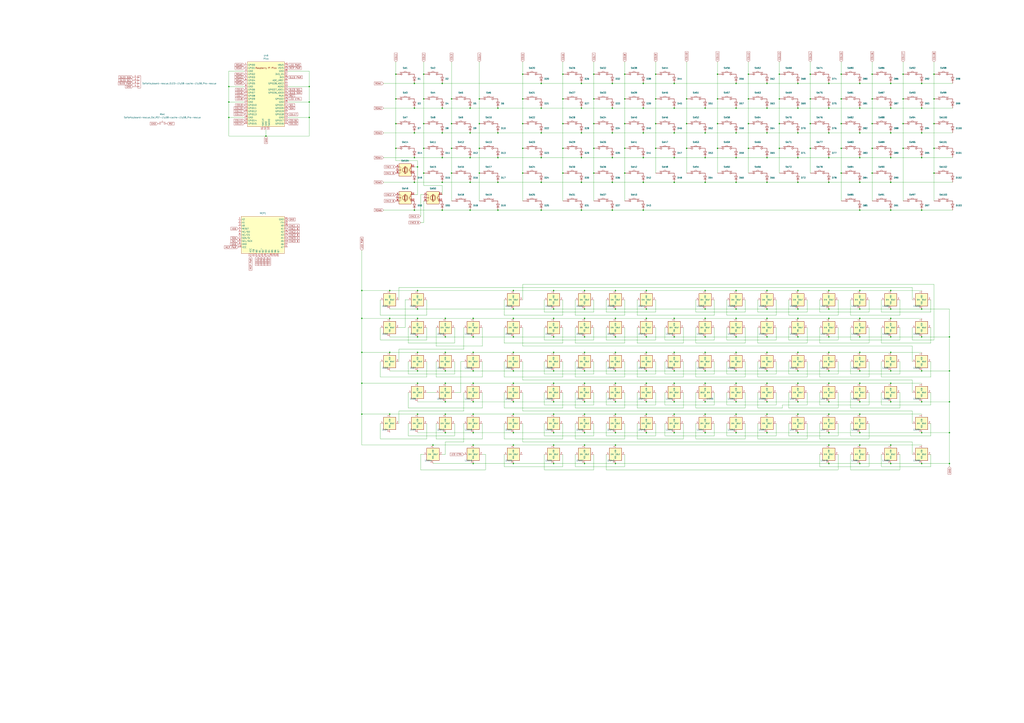
<source format=kicad_sch>
(kicad_sch (version 20230121) (generator eeschema)
  (paper "A1")
  (lib_symbols
    (symbol "JebbiQ:MCP23017"
      (property "Reference" "MCP1" (at -12.7 35.56 0))
      (property "Value" "~" (at -13.97 6.35 0))
      (symbol "MCP23017_1_1"
        (pin input line (at -33.02 30.48 0) (length 2.54) (name "A2") (number "1"))
        (pin input line (at -33.02 7.62 0) (length 2.54) (name "VCC") (number "10"))
        (pin input line (at -22.86 0 90) (length 2.54) (name "VCC") (number "11"))
        (pin input line (at -20.32 0 90) (length 2.54) (name "ITB") (number "12"))
        (pin input line (at -17.78 0 90) (length 2.54) (name "B0") (number "13"))
        (pin input line (at -15.24 0 90) (length 2.54) (name "B1") (number "14"))
        (pin input line (at -12.7 0 90) (length 2.54) (name "B2") (number "15"))
        (pin input line (at -10.16 0 90) (length 2.54) (name "B3") (number "16"))
        (pin input line (at -7.62 0 90) (length 2.54) (name "B4") (number "17"))
        (pin input line (at -5.08 0 90) (length 2.54) (name "B5") (number "18"))
        (pin input line (at -2.54 0 90) (length 2.54) (name "B6") (number "19"))
        (pin input line (at -33.02 27.94 0) (length 2.54) (name "A1") (number "2"))
        (pin input line (at 0 0 90) (length 2.54) (name "B7") (number "20"))
        (pin input line (at 7.62 7.62 180) (length 2.54) (name "A7") (number "21"))
        (pin input line (at 7.62 10.16 180) (length 2.54) (name "A6") (number "22"))
        (pin input line (at 7.62 12.7 180) (length 2.54) (name "A5") (number "23"))
        (pin input line (at 7.62 15.24 180) (length 2.54) (name "A4") (number "24"))
        (pin input line (at 7.62 17.78 180) (length 2.54) (name "A3") (number "25"))
        (pin input line (at 7.62 20.32 180) (length 2.54) (name "A2") (number "26"))
        (pin input line (at 7.62 22.86 180) (length 2.54) (name "A1") (number "27"))
        (pin input line (at 7.62 25.4 180) (length 2.54) (name "A0") (number "28"))
        (pin input line (at 7.62 27.94 180) (length 2.54) (name "ITA") (number "29"))
        (pin input line (at -33.02 25.4 0) (length 2.54) (name "A0") (number "3"))
        (pin input line (at 7.62 30.48 180) (length 2.54) (name "GND") (number "30"))
        (pin input line (at -33.02 22.86 0) (length 2.54) (name "RESET") (number "4"))
        (pin input line (at -33.02 20.32 0) (length 2.54) (name "NC/SO") (number "5"))
        (pin input line (at -33.02 17.78 0) (length 2.54) (name "NC/CS") (number "6"))
        (pin input line (at -33.02 15.24 0) (length 2.54) (name "SDA/SI") (number "7"))
        (pin input line (at -33.02 12.7 0) (length 2.54) (name "SCL/SCK") (number "8"))
        (pin input line (at -33.02 10.16 0) (length 2.54) (name "GND") (number "9"))
      )
    )
    (symbol "MCU_RaspberryPi_and_Boards:Pico"
      (property "Reference" "U" (at -13.97 27.94 0))
      (property "Value" "Pico" (at 0 19.05 0))
      (symbol "Pico_0_0"
        (text "Raspberry Pi Pico" (at 0 21.59 0) (effects (font (size 1.27 1.27))))
      )
      (symbol "Pico_1_1"
        (pin bidirectional line (at -17.78 24.13 0) (length 2.54) (name "GPIO0") (number "1"))
        (pin bidirectional line (at -17.78 1.27 0) (length 2.54) (name "GPIO7") (number "10"))
        (pin bidirectional line (at -17.78 -1.27 0) (length 2.54) (name "GPIO8") (number "11"))
        (pin bidirectional line (at -17.78 -3.81 0) (length 2.54) (name "GPIO9") (number "12"))
        (pin power_in line (at -17.78 -6.35 0) (length 2.54) (name "GND") (number "13"))
        (pin bidirectional line (at -17.78 -8.89 0) (length 2.54) (name "GPIO10") (number "14"))
        (pin bidirectional line (at -17.78 -11.43 0) (length 2.54) (name "GPIO11") (number "15"))
        (pin bidirectional line (at -17.78 -13.97 0) (length 2.54) (name "GPIO12") (number "16"))
        (pin bidirectional line (at -17.78 -16.51 0) (length 2.54) (name "GPIO13") (number "17"))
        (pin power_in line (at -17.78 -19.05 0) (length 2.54) (name "GND") (number "18"))
        (pin bidirectional line (at -17.78 -21.59 0) (length 2.54) (name "GPIO14") (number "19"))
        (pin bidirectional line (at -17.78 21.59 0) (length 2.54) (name "GPIO1") (number "2"))
        (pin bidirectional line (at -17.78 -24.13 0) (length 2.54) (name "GPIO15") (number "20"))
        (pin bidirectional line (at 17.78 -24.13 180) (length 2.54) (name "GPIO16") (number "21"))
        (pin bidirectional line (at 17.78 -21.59 180) (length 2.54) (name "GPIO17") (number "22"))
        (pin power_in line (at 17.78 -19.05 180) (length 2.54) (name "GND") (number "23"))
        (pin bidirectional line (at 17.78 -16.51 180) (length 2.54) (name "GPIO18") (number "24"))
        (pin bidirectional line (at 17.78 -13.97 180) (length 2.54) (name "GPIO19") (number "25"))
        (pin bidirectional line (at 17.78 -11.43 180) (length 2.54) (name "GPIO20") (number "26"))
        (pin bidirectional line (at 17.78 -8.89 180) (length 2.54) (name "GPIO21") (number "27"))
        (pin power_in line (at 17.78 -6.35 180) (length 2.54) (name "GND") (number "28"))
        (pin bidirectional line (at 17.78 -3.81 180) (length 2.54) (name "GPIO22") (number "29"))
        (pin power_in line (at -17.78 19.05 0) (length 2.54) (name "GND") (number "3"))
        (pin input line (at 17.78 -1.27 180) (length 2.54) (name "RUN") (number "30"))
        (pin bidirectional line (at 17.78 1.27 180) (length 2.54) (name "GPIO26_ADC0") (number "31"))
        (pin bidirectional line (at 17.78 3.81 180) (length 2.54) (name "GPIO27_ADC1") (number "32"))
        (pin power_in line (at 17.78 6.35 180) (length 2.54) (name "AGND") (number "33"))
        (pin bidirectional line (at 17.78 8.89 180) (length 2.54) (name "GPIO28_ADC2") (number "34"))
        (pin power_in line (at 17.78 11.43 180) (length 2.54) (name "ADC_VREF") (number "35"))
        (pin power_in line (at 17.78 13.97 180) (length 2.54) (name "3V3") (number "36"))
        (pin input line (at 17.78 16.51 180) (length 2.54) (name "3V3_EN") (number "37"))
        (pin bidirectional line (at 17.78 19.05 180) (length 2.54) (name "GND") (number "38"))
        (pin power_in line (at 17.78 21.59 180) (length 2.54) (name "VSYS") (number "39"))
        (pin bidirectional line (at -17.78 16.51 0) (length 2.54) (name "GPIO2") (number "4"))
        (pin power_in line (at 17.78 24.13 180) (length 2.54) (name "VBUS") (number "40"))
        (pin input line (at -2.54 -29.21 90) (length 2.54) (name "SWCLK") (number "41"))
        (pin power_in line (at 0 -29.21 90) (length 2.54) (name "GND") (number "42"))
        (pin bidirectional line (at 2.54 -29.21 90) (length 2.54) (name "SWDIO") (number "43"))
        (pin bidirectional line (at -17.78 13.97 0) (length 2.54) (name "GPIO3") (number "5"))
        (pin bidirectional line (at -17.78 11.43 0) (length 2.54) (name "GPIO4") (number "6"))
        (pin bidirectional line (at -17.78 8.89 0) (length 2.54) (name "GPIO5") (number "7"))
        (pin power_in line (at -17.78 6.35 0) (length 2.54) (name "GND") (number "8"))
        (pin bidirectional line (at -17.78 3.81 0) (length 2.54) (name "GPIO6") (number "9"))
      )
    )
    (symbol "SofleKeyboard-cache:SofleKeyboard-rescue_D-Lily58-cache-Lily58_Pro-rescue" (pin_numbers hide) (pin_names (offset 1.016) hide)
      (property "Reference" "D" (at 0 2.54 0))
      (property "Value" "SofleKeyboard-rescue_D-Lily58-cache-Lily58_Pro-rescue" (at 0 -2.54 0))
      (symbol "SofleKeyboard-rescue_D-Lily58-cache-Lily58_Pro-rescue_1_1"
        (pin passive line (at -3.81 0 0) (length 2.54) (name "K") (number "1"))
        (pin passive line (at 3.81 0 180) (length 2.54) (name "A") (number "2"))
      )
    )
    (symbol "SofleKeyboard-cache:SofleKeyboard-rescue_OLED-Lily58-cache-Lily58_Pro-rescue" (pin_names (offset 1.016) hide)
      (property "Reference" "J" (at 0 6.35 0))
      (property "Value" "SofleKeyboard-rescue_OLED-Lily58-cache-Lily58_Pro-rescue" (at 2.54 0 90))
      (symbol "SofleKeyboard-rescue_OLED-Lily58-cache-Lily58_Pro-rescue_1_1"
        (pin passive line (at -5.08 3.81 0) (length 3.81) (name "P1") (number "1"))
        (pin passive line (at -5.08 1.27 0) (length 3.81) (name "P2") (number "2"))
        (pin passive line (at -5.08 -1.27 0) (length 3.81) (name "P3") (number "3"))
        (pin passive line (at -5.08 -3.81 0) (length 3.81) (name "P4") (number "4"))
      )
    )
    (symbol "SofleKeyboard-cache:SofleKeyboard-rescue_Rotary_Encoder_Switch-Device" (pin_names (offset 0.254) hide)
      (property "Reference" "SW" (at 0 6.604 0))
      (property "Value" "SofleKeyboard-rescue_Rotary_Encoder_Switch-Device" (at 0 -6.604 0))
      (symbol "SofleKeyboard-rescue_Rotary_Encoder_Switch-Device_1_1"
        (pin passive line (at -7.62 2.54 0) (length 2.54) (name "A") (number "A"))
        (pin passive line (at -7.62 -2.54 0) (length 2.54) (name "B") (number "B"))
        (pin passive line (at -7.62 0 0) (length 2.54) (name "C") (number "C"))
        (pin passive line (at 7.62 2.54 180) (length 2.54) (name "S1") (number "S1"))
        (pin passive line (at 7.62 -2.54 180) (length 2.54) (name "S2") (number "S2"))
      )
    )
    (symbol "SofleKeyboard-cache:SofleKeyboard-rescue_SW_RST-Lily58-cache-Lily58_Pro-rescue" (pin_numbers hide) (pin_names (offset 1.016) hide)
      (property "Reference" "RSW" (at 2.54 2.54 0))
      (property "Value" "SofleKeyboard-rescue_SW_RST-Lily58-cache-Lily58_Pro-rescue" (at 0 -2.54 0))
      (symbol "SofleKeyboard-rescue_SW_RST-Lily58-cache-Lily58_Pro-rescue_0_1"
        (pin passive inverted (at -3.81 0 0) (length 2.54) (name "1") (number "1"))
        (pin passive inverted (at 3.81 0 180) (length 2.54) (name "2") (number "2"))
      )
    )
    (symbol "SofleKeyboard-rescue:SW_PUSH-Lily58-cache-Lily58_Pro-rescue" (pin_numbers hide) (pin_names (offset 1.016) hide)
      (property "Reference" "SW" (at 3.81 2.794 0))
      (property "Value" "SW_PUSH-Lily58-cache-Lily58_Pro-rescue" (at 0 -2.032 0))
      (symbol "SW_PUSH-Lily58-cache-Lily58_Pro-rescue_0_1"
        (pin passive inverted (at -7.62 0 0) (length 5.08) (name "1") (number "1"))
        (pin passive inverted (at 7.62 0 180) (length 5.08) (name "2") (number "2"))
      )
    )
    (symbol "kbd:YS-SK6812MINI-E" (pin_names (offset 1.016))
      (property "Reference" "LED" (at 2.54 -7.62 0))
      (property "Value" "YS-SK6812MINI-E" (at 6.35 -6.35 0))
      (symbol "YS-SK6812MINI-E_1_1"
        (pin power_in line (at 0 7.62 270) (length 2.54) (name "VDD") (number "1"))
        (pin output line (at 7.62 0 180) (length 2.54) (name "DOUT") (number "2"))
        (pin power_in line (at 0 -7.62 90) (length 2.54) (name "VSS") (number "3"))
        (pin input line (at -7.62 0 0) (length 2.54) (name "DIN") (number "4"))
      )
    )
  )
  (junction (at 706.12 88.9))
  (junction (at 756.92 109.22))
  (junction (at 342.9 289.56))
  (junction (at 767.08 142.24))
  (junction (at 579.12 304.8))
  (junction (at 655.32 109.22))
  (junction (at 462.28 142.24))
  (junction (at 347.98 101.6))
  (junction (at 680.72 129.54))
  (junction (at 454.66 261.62))
  (junction (at 340.36 129.54))
  (junction (at 731.52 304.8))
  (junction (at 690.88 101.6))
  (junction (at 363.22 88.9))
  (junction (at 462.28 60.96))
  (junction (at 502.92 129.54))
  (junction (at 530.86 254))
  (junction (at 421.64 254))
  (junction (at 614.68 81.28))
  (junction (at 365.76 314.96))
  (junction (at 487.68 60.96))
  (junction (at 629.92 340.36))
  (junction (at 365.76 330.2))
  (junction (at 553.72 289.56))
  (junction (at 629.92 129.54))
  (junction (at 655.32 68.58))
  (junction (at 187.96 96.52))
  (junction (at 629.92 314.96))
  (junction (at 553.72 314.96))
  (junction (at 731.52 109.22))
  (junction (at 629.92 68.58))
  (junction (at 553.72 88.9))
  (junction (at 320.04 238.76))
  (junction (at 480.06 340.36))
  (junction (at 388.62 330.2))
  (junction (at 706.12 254))
  (junction (at 297.18 261.62))
  (junction (at 589.28 121.92))
  (junction (at 386.08 129.54))
  (junction (at 680.72 330.2))
  (junction (at 513.08 101.6))
  (junction (at 370.84 121.92))
  (junction (at 680.72 304.8))
  (junction (at 553.72 304.8))
  (junction (at 716.28 121.92))
  (junction (at 365.76 355.6))
  (junction (at 505.46 340.36))
  (junction (at 487.68 121.92))
  (junction (at 741.68 121.92))
  (junction (at 513.08 60.96))
  (junction (at 388.62 276.86))
  (junction (at 429.26 121.92))
  (junction (at 408.94 129.54))
  (junction (at 604.52 276.86))
  (junction (at 604.52 261.62))
  (junction (at 342.9 254))
  (junction (at 513.08 81.28))
  (junction (at 505.46 355.6))
  (junction (at 629.92 276.86))
  (junction (at 655.32 330.2))
  (junction (at 254 96.52))
  (junction (at 388.62 365.76))
  (junction (at 477.52 109.22))
  (junction (at 429.26 142.24))
  (junction (at 767.08 60.96))
  (junction (at 480.06 289.56))
  (junction (at 706.12 68.58))
  (junction (at 604.52 129.54))
  (junction (at 530.86 289.56))
  (junction (at 706.12 340.36))
  (junction (at 604.52 289.56))
  (junction (at 629.92 355.6))
  (junction (at 421.64 304.8))
  (junction (at 421.64 355.6))
  (junction (at 563.88 101.6))
  (junction (at 579.12 355.6))
  (junction (at 487.68 142.24))
  (junction (at 614.68 121.92))
  (junction (at 579.12 289.56))
  (junction (at 731.52 149.86))
  (junction (at 444.5 88.9))
  (junction (at 502.92 68.58))
  (junction (at 731.52 365.76))
  (junction (at 604.52 330.2))
  (junction (at 408.94 172.72))
  (junction (at 480.06 276.86))
  (junction (at 665.48 121.92))
  (junction (at 579.12 261.62))
  (junction (at 779.78 330.2))
  (junction (at 731.52 129.54))
  (junction (at 393.7 101.6))
  (junction (at 340.36 172.72))
  (junction (at 365.76 276.86))
  (junction (at 779.78 276.86))
  (junction (at 363.22 68.58))
  (junction (at 347.98 60.96))
  (junction (at 530.86 261.62))
  (junction (at 505.46 365.76))
  (junction (at 530.86 276.86))
  (junction (at 629.92 149.86))
  (junction (at 502.92 149.86))
  (junction (at 408.94 109.22))
  (junction (at 706.12 355.6))
  (junction (at 680.72 68.58))
  (junction (at 325.12 101.6))
  (junction (at 741.68 81.28))
  (junction (at 505.46 330.2))
  (junction (at 513.08 121.92))
  (junction (at 487.68 101.6))
  (junction (at 680.72 149.86))
  (junction (at 365.76 289.56))
  (junction (at 706.12 304.8))
  (junction (at 342.9 137.16))
  (junction (at 421.64 340.36))
  (junction (at 756.92 330.2))
  (junction (at 680.72 381))
  (junction (at 655.32 289.56))
  (junction (at 477.52 129.54))
  (junction (at 365.76 261.62))
  (junction (at 454.66 381))
  (junction (at 370.84 101.6))
  (junction (at 505.46 314.96))
  (junction (at 530.86 314.96))
  (junction (at 655.32 88.9))
  (junction (at 480.06 254))
  (junction (at 629.92 261.62))
  (junction (at 388.62 340.36))
  (junction (at 530.86 330.2))
  (junction (at 579.12 109.22))
  (junction (at 604.52 254))
  (junction (at 629.92 304.8))
  (junction (at 505.46 254))
  (junction (at 767.08 101.6))
  (junction (at 741.68 60.96))
  (junction (at 604.52 355.6))
  (junction (at 553.72 340.36))
  (junction (at 706.12 129.54))
  (junction (at 756.92 129.54))
  (junction (at 756.92 304.8))
  (junction (at 347.98 81.28))
  (junction (at 386.08 88.9))
  (junction (at 530.86 238.76))
  (junction (at 756.92 172.72))
  (junction (at 741.68 101.6))
  (junction (at 454.66 289.56))
  (junction (at 604.52 68.58))
  (junction (at 538.48 101.6))
  (junction (at 665.48 101.6))
  (junction (at 680.72 88.9))
  (junction (at 767.08 81.28))
  (junction (at 604.52 304.8))
  (junction (at 680.72 254))
  (junction (at 480.06 238.76))
  (junction (at 477.52 68.58))
  (junction (at 680.72 276.86))
  (junction (at 538.48 81.28))
  (junction (at 779.78 355.6))
  (junction (at 297.18 238.76))
  (junction (at 706.12 276.86))
  (junction (at 680.72 289.56))
  (junction (at 553.72 355.6))
  (junction (at 579.12 330.2))
  (junction (at 454.66 238.76))
  (junction (at 665.48 60.96))
  (junction (at 363.22 129.54))
  (junction (at 388.62 381))
  (junction (at 756.92 88.9))
  (junction (at 655.32 254))
  (junction (at 604.52 149.86))
  (junction (at 604.52 238.76))
  (junction (at 655.32 276.86))
  (junction (at 386.08 149.86))
  (junction (at 553.72 330.2))
  (junction (at 388.62 289.56))
  (junction (at 680.72 238.76))
  (junction (at 325.12 121.92))
  (junction (at 655.32 304.8))
  (junction (at 325.12 81.28))
  (junction (at 716.28 101.6))
  (junction (at 690.88 142.24))
  (junction (at 528.32 68.58))
  (junction (at 579.12 149.86))
  (junction (at 480.06 261.62))
  (junction (at 454.66 340.36))
  (junction (at 706.12 365.76))
  (junction (at 528.32 172.72))
  (junction (at 731.52 381))
  (junction (at 706.12 261.62))
  (junction (at 320.04 261.62))
  (junction (at 505.46 261.62))
  (junction (at 640.08 60.96))
  (junction (at 297.18 340.36))
  (junction (at 530.86 340.36))
  (junction (at 706.12 109.22))
  (junction (at 731.52 172.72))
  (junction (at 454.66 304.8))
  (junction (at 408.94 149.86))
  (junction (at 604.52 314.96))
  (junction (at 388.62 261.62))
  (junction (at 680.72 261.62))
  (junction (at 553.72 109.22))
  (junction (at 355.6 365.76))
  (junction (at 629.92 109.22))
  (junction (at 408.94 88.9))
  (junction (at 297.18 314.96))
  (junction (at 462.28 101.6))
  (junction (at 342.9 261.62))
  (junction (at 579.12 314.96))
  (junction (at 640.08 101.6))
  (junction (at 429.26 60.96))
  (junction (at 640.08 81.28))
  (junction (at 477.52 88.9))
  (junction (at 716.28 142.24))
  (junction (at 563.88 121.92))
  (junction (at 254 71.12))
  (junction (at 706.12 330.2))
  (junction (at 731.52 254))
  (junction (at 530.86 304.8))
  (junction (at 579.12 129.54))
  (junction (at 393.7 121.92))
  (junction (at 716.28 60.96))
  (junction (at 444.5 109.22))
  (junction (at 690.88 81.28))
  (junction (at 421.64 261.62))
  (junction (at 706.12 149.86))
  (junction (at 589.28 81.28))
  (junction (at 655.32 149.86))
  (junction (at 690.88 60.96))
  (junction (at 767.08 121.92))
  (junction (at 444.5 172.72))
  (junction (at 393.7 142.24))
  (junction (at 342.9 238.76))
  (junction (at 386.08 172.72))
  (junction (at 370.84 142.24))
  (junction (at 347.98 142.24))
  (junction (at 480.06 314.96))
  (junction (at 614.68 60.96))
  (junction (at 444.5 149.86))
  (junction (at 563.88 81.28))
  (junction (at 579.12 340.36))
  (junction (at 706.12 314.96))
  (junction (at 579.12 254))
  (junction (at 756.92 68.58))
  (junction (at 779.78 381))
  (junction (at 388.62 355.6))
  (junction (at 579.12 238.76))
  (junction (at 480.06 365.76))
  (junction (at 363.22 172.72))
  (junction (at 680.72 314.96))
  (junction (at 393.7 81.28))
  (junction (at 538.48 60.96))
  (junction (at 365.76 304.8))
  (junction (at 454.66 365.76))
  (junction (at 342.9 276.86))
  (junction (at 347.98 121.92))
  (junction (at 731.52 68.58))
  (junction (at 477.52 149.86))
  (junction (at 421.64 289.56))
  (junction (at 254 83.82))
  (junction (at 421.64 381))
  (junction (at 614.68 101.6))
  (junction (at 690.88 121.92))
  (junction (at 480.06 381))
  (junction (at 340.36 109.22))
  (junction (at 444.5 68.58))
  (junction (at 363.22 109.22))
  (junction (at 421.64 330.2))
  (junction (at 589.28 101.6))
  (junction (at 604.52 340.36))
  (junction (at 655.32 340.36))
  (junction (at 505.46 238.76))
  (junction (at 444.5 129.54))
  (junction (at 706.12 172.72))
  (junction (at 553.72 129.54))
  (junction (at 325.12 60.96))
  (junction (at 320.04 340.36))
  (junction (at 342.9 314.96))
  (junction (at 505.46 381))
  (junction (at 731.52 261.62))
  (junction (at 370.84 81.28))
  (junction (at 640.08 121.92))
  (junction (at 680.72 340.36))
  (junction (at 454.66 254))
  (junction (at 665.48 81.28))
  (junction (at 505.46 276.86))
  (junction (at 218.44 111.76))
  (junction (at 365.76 340.36))
  (junction (at 716.28 81.28))
  (junction (at 505.46 289.56))
  (junction (at 505.46 304.8))
  (junction (at 528.32 149.86))
  (junction (at 731.52 289.56))
  (junction (at 706.12 289.56))
  (junction (at 386.08 109.22))
  (junction (at 756.92 381))
  (junction (at 528.32 109.22))
  (junction (at 756.92 276.86))
  (junction (at 502.92 88.9))
  (junction (at 604.52 88.9))
  (junction (at 553.72 149.86))
  (junction (at 779.78 304.8))
  (junction (at 553.72 68.58))
  (junction (at 462.28 121.92))
  (junction (at 731.52 314.96))
  (junction (at 187.96 71.12))
  (junction (at 530.86 355.6))
  (junction (at 629.92 289.56))
  (junction (at 655.32 238.76))
  (junction (at 480.06 330.2))
  (junction (at 363.22 149.86))
  (junction (at 680.72 355.6))
  (junction (at 454.66 276.86))
  (junction (at 429.26 81.28))
  (junction (at 454.66 314.96))
  (junction (at 706.12 381))
  (junction (at 589.28 60.96))
  (junction (at 454.66 330.2))
  (junction (at 297.18 289.56))
  (junction (at 187.96 83.82))
  (junction (at 421.64 314.96))
  (junction (at 502.92 109.22))
  (junction (at 629.92 238.76))
  (junction (at 342.9 304.8))
  (junction (at 756.92 355.6))
  (junction (at 320.04 289.56))
  (junction (at 655.32 314.96))
  (junction (at 655.32 355.6))
  (junction (at 629.92 88.9))
  (junction (at 340.36 149.86))
  (junction (at 655.32 261.62))
  (junction (at 731.52 330.2))
  (junction (at 421.64 238.76))
  (junction (at 340.36 68.58))
  (junction (at 655.32 129.54))
  (junction (at 388.62 304.8))
  (junction (at 462.28 81.28))
  (junction (at 731.52 88.9))
  (junction (at 421.64 365.76))
  (junction (at 480.06 355.6))
  (junction (at 528.32 88.9))
  (junction (at 579.12 276.86))
  (junction (at 429.26 101.6))
  (junction (at 680.72 109.22))
  (junction (at 477.52 172.72))
  (junction (at 513.08 142.24))
  (junction (at 731.52 238.76))
  (junction (at 502.92 172.72))
  (junction (at 553.72 276.86))
  (junction (at 553.72 261.62))
  (junction (at 480.06 304.8))
  (junction (at 680.72 365.76))
  (junction (at 340.36 88.9))
  (junction (at 706.12 238.76))
  (junction (at 538.48 121.92))
  (junction (at 629.92 254))
  (junction (at 388.62 314.96))
  (junction (at 579.12 88.9))
  (junction (at 487.68 81.28))
  (junction (at 454.66 355.6))
  (junction (at 731.52 276.86))
  (junction (at 528.32 129.54))
  (junction (at 342.9 340.36))
  (junction (at 756.92 254))
  (junction (at 421.64 276.86))
  (junction (at 629.92 330.2))
  (junction (at 604.52 109.22))
  (wire (pts (xy 393.7 81.28) (xy 393.7 101.6)))
  (wire (pts (xy 342.9 355.6) (xy 365.76 355.6)))
  (wire (pts (xy 680.72 289.56) (xy 655.32 289.56)))
  (wire (pts (xy 414.02 309.88) (xy 414.02 297.18)))
  (wire (pts (xy 706.12 330.2) (xy 731.52 330.2)))
  (wire (pts (xy 530.86 355.6) (xy 553.72 355.6)))
  (wire (pts (xy 505.46 365.76) (xy 480.06 365.76)))
  (wire (pts (xy 480.06 238.76) (xy 454.66 238.76)))
  (wire (pts (xy 187.96 71.12) (xy 200.66 71.12)))
  (wire (pts (xy 381 287.02) (xy 381 269.24)))
  (wire (pts (xy 505.46 261.62) (xy 480.06 261.62)))
  (wire (pts (xy 462.28 309.88) (xy 414.02 309.88)))
  (wire (pts (xy 386.08 109.22) (xy 408.94 109.22)))
  (wire (pts (xy 690.88 121.92) (xy 690.88 142.24)))
  (wire (pts (xy 662.94 309.88) (xy 622.3 309.88)))
  (wire (pts (xy 320.04 276.86) (xy 342.9 276.86)))
  (wire (pts (xy 350.52 322.58) (xy 358.14 322.58)))
  (wire (pts (xy 347.98 81.28) (xy 347.98 101.6)))
  (wire (pts (xy 454.66 314.96) (xy 421.64 314.96)))
  (wire (pts (xy 731.52 238.76) (xy 706.12 238.76)))
  (wire (pts (xy 477.52 88.9) (xy 502.92 88.9)))
  (wire (pts (xy 505.46 314.96) (xy 480.06 314.96)))
  (wire (pts (xy 421.64 314.96) (xy 388.62 314.96)))
  (wire (pts (xy 538.48 256.54) (xy 497.84 256.54)))
  (wire (pts (xy 454.66 304.8) (xy 480.06 304.8)))
  (wire (pts (xy 622.3 360.68) (xy 622.3 347.98)))
  (wire (pts (xy 325.12 60.96) (xy 325.12 81.28)))
  (wire (pts (xy 713.74 246.38) (xy 713.74 256.54)))
  (wire (pts (xy 739.14 307.34) (xy 698.5 307.34)))
  (wire (pts (xy 447.04 256.54) (xy 447.04 246.38)))
  (wire (pts (xy 462.28 50.8) (xy 462.28 60.96)))
  (wire (pts (xy 655.32 88.9) (xy 680.72 88.9)))
  (wire (pts (xy 731.52 172.72) (xy 706.12 172.72)))
  (wire (pts (xy 731.52 254) (xy 756.92 254)))
  (wire (pts (xy 444.5 109.22) (xy 477.52 109.22)))
  (wire (pts (xy 342.9 330.2) (xy 365.76 330.2)))
  (wire (pts (xy 673.1 256.54) (xy 673.1 246.38)))
  (wire (pts (xy 454.66 330.2) (xy 480.06 330.2)))
  (wire (pts (xy 749.3 279.4) (xy 749.3 269.24)))
  (wire (pts (xy 637.54 297.18) (xy 637.54 307.34)))
  (wire (pts (xy 741.68 101.6) (xy 741.68 121.92)))
  (wire (pts (xy 454.66 276.86) (xy 480.06 276.86)))
  (wire (pts (xy 363.22 172.72) (xy 340.36 172.72)))
  (wire (pts (xy 398.78 373.38) (xy 398.78 386.08)))
  (wire (pts (xy 480.06 261.62) (xy 454.66 261.62)))
  (wire (pts (xy 487.68 358.14) (xy 447.04 358.14)))
  (wire (pts (xy 764.54 281.94) (xy 723.9 281.94)))
  (wire (pts (xy 647.7 307.34) (xy 647.7 297.18)))
  (wire (pts (xy 538.48 297.18) (xy 538.48 307.34)))
  (wire (pts (xy 355.6 365.76) (xy 388.62 365.76)))
  (wire (pts (xy 662.94 281.94) (xy 622.3 281.94)))
  (wire (pts (xy 629.92 355.6) (xy 655.32 355.6)))
  (wire (pts (xy 637.54 279.4) (xy 596.9 279.4)))
  (wire (pts (xy 629.92 68.58) (xy 655.32 68.58)))
  (wire (pts (xy 388.62 340.36) (xy 365.76 340.36)))
  (wire (pts (xy 767.08 101.6) (xy 767.08 121.92)))
  (wire (pts (xy 528.32 109.22) (xy 553.72 109.22)))
  (wire (pts (xy 756.92 109.22) (xy 782.32 109.22)))
  (wire (pts (xy 297.18 314.96) (xy 297.18 340.36)))
  (wire (pts (xy 680.72 355.6) (xy 706.12 355.6)))
  (wire (pts (xy 462.28 322.58) (xy 462.28 335.28)))
  (wire (pts (xy 530.86 304.8) (xy 553.72 304.8)))
  (wire (pts (xy 538.48 307.34) (xy 497.84 307.34)))
  (wire (pts (xy 363.22 152.4) (xy 347.98 152.4)))
  (wire (pts (xy 497.84 307.34) (xy 497.84 297.18)))
  (wire (pts (xy 629.92 304.8) (xy 655.32 304.8)))
  (wire (pts (xy 571.5 281.94) (xy 571.5 269.24)))
  (wire (pts (xy 358.14 309.88) (xy 396.24 309.88)))
  (wire (pts (xy 429.26 297.18) (xy 429.26 312.42)))
  (wire (pts (xy 756.92 304.8) (xy 779.78 304.8)))
  (wire (pts (xy 487.68 142.24) (xy 487.68 165.1)))
  (wire (pts (xy 706.12 254) (xy 731.52 254)))
  (wire (pts (xy 462.28 101.6) (xy 462.28 121.92)))
  (wire (pts (xy 327.66 269.24) (xy 332.74 269.24)))
  (wire (pts (xy 378.46 322.58) (xy 378.46 297.18)))
  (wire (pts (xy 347.98 50.8) (xy 347.98 60.96)))
  (wire (pts (xy 523.24 309.88) (xy 523.24 297.18)))
  (wire (pts (xy 454.66 365.76) (xy 421.64 365.76)))
  (wire (pts (xy 629.92 289.56) (xy 604.52 289.56)))
  (wire (pts (xy 596.9 358.14) (xy 596.9 347.98)))
  (wire (pts (xy 622.3 309.88) (xy 622.3 297.18)))
  (wire (pts (xy 563.88 81.28) (xy 563.88 101.6)))
  (wire (pts (xy 637.54 307.34) (xy 596.9 307.34)))
  (wire (pts (xy 350.52 259.08) (xy 312.42 259.08)))
  (wire (pts (xy 505.46 355.6) (xy 530.86 355.6)))
  (wire (pts (xy 335.28 322.58) (xy 335.28 335.28)))
  (wire (pts (xy 741.68 81.28) (xy 741.68 101.6)))
  (wire (pts (xy 706.12 238.76) (xy 680.72 238.76)))
  (wire (pts (xy 421.64 365.76) (xy 388.62 365.76)))
  (wire (pts (xy 480.06 314.96) (xy 454.66 314.96)))
  (wire (pts (xy 365.76 340.36) (xy 342.9 340.36)))
  (wire (pts (xy 373.38 307.34) (xy 335.28 307.34)))
  (wire (pts (xy 767.08 60.96) (xy 767.08 81.28)))
  (wire (pts (xy 429.26 322.58) (xy 429.26 337.82)))
  (wire (pts (xy 665.48 81.28) (xy 665.48 101.6)))
  (wire (pts (xy 706.12 381) (xy 731.52 381)))
  (wire (pts (xy 640.08 60.96) (xy 640.08 81.28)))
  (wire (pts (xy 487.68 121.92) (xy 487.68 142.24)))
  (wire (pts (xy 764.54 297.18) (xy 764.54 309.88)))
  (wire (pts (xy 764.54 358.14) (xy 698.5 358.14)))
  (wire (pts (xy 528.32 149.86) (xy 553.72 149.86)))
  (wire (pts (xy 480.06 365.76) (xy 454.66 365.76)))
  (wire (pts (xy 487.68 279.4) (xy 447.04 279.4)))
  (wire (pts (xy 444.5 68.58) (xy 477.52 68.58)))
  (wire (pts (xy 782.32 172.72) (xy 756.92 172.72)))
  (wire (pts (xy 523.24 259.08) (xy 523.24 246.38)))
  (wire (pts (xy 629.92 261.62) (xy 604.52 261.62)))
  (wire (pts (xy 408.94 129.54) (xy 444.5 129.54)))
  (wire (pts (xy 731.52 314.96) (xy 706.12 314.96)))
  (wire (pts (xy 698.5 335.28) (xy 698.5 322.58)))
  (wire (pts (xy 414.02 281.94) (xy 414.02 269.24)))
  (wire (pts (xy 655.32 340.36) (xy 629.92 340.36)))
  (wire (pts (xy 563.88 121.92) (xy 563.88 142.24)))
  (wire (pts (xy 690.88 60.96) (xy 690.88 81.28)))
  (wire (pts (xy 739.14 246.38) (xy 739.14 259.08)))
  (wire (pts (xy 764.54 309.88) (xy 723.9 309.88)))
  (wire (pts (xy 345.44 386.08) (xy 345.44 373.38)))
  (wire (pts (xy 642.62 332.74) (xy 662.94 332.74)))
  (wire (pts (xy 579.12 340.36) (xy 553.72 340.36)))
  (wire (pts (xy 462.28 347.98) (xy 462.28 360.68)))
  (wire (pts (xy 647.7 279.4) (xy 647.7 269.24)))
  (wire (pts (xy 408.94 88.9) (xy 444.5 88.9)))
  (wire (pts (xy 513.08 246.38) (xy 513.08 259.08)))
  (wire (pts (xy 655.32 68.58) (xy 680.72 68.58)))
  (wire (pts (xy 647.7 322.58) (xy 647.7 335.28)))
  (wire (pts (xy 612.14 256.54) (xy 571.5 256.54)))
  (wire (pts (xy 723.9 383.54) (xy 723.9 373.38)))
  (wire (pts (xy 706.12 365.76) (xy 680.72 365.76)))
  (wire (pts (xy 396.24 347.98) (xy 396.24 360.68)))
  (wire (pts (xy 688.34 297.18) (xy 688.34 307.34)))
  (wire (pts (xy 662.94 269.24) (xy 662.94 281.94)))
  (wire (pts (xy 706.12 340.36) (xy 680.72 340.36)))
  (wire (pts (xy 363.22 160.02) (xy 363.22 152.4)))
  (wire (pts (xy 655.32 330.2) (xy 680.72 330.2)))
  (wire (pts (xy 370.84 101.6) (xy 370.84 121.92)))
  (wire (pts (xy 447.04 279.4) (xy 447.04 269.24)))
  (wire (pts (xy 637.54 246.38) (xy 637.54 259.08)))
  (wire (pts (xy 538.48 279.4) (xy 497.84 279.4)))
  (wire (pts (xy 421.64 238.76) (xy 342.9 238.76)))
  (wire (pts (xy 408.94 172.72) (xy 386.08 172.72)))
  (wire (pts (xy 454.66 340.36) (xy 421.64 340.36)))
  (wire (pts (xy 350.52 347.98) (xy 350.52 360.68)))
  (wire (pts (xy 561.34 335.28) (xy 523.24 335.28)))
  (wire (pts (xy 497.84 256.54) (xy 497.84 246.38)))
  (wire (pts (xy 767.08 142.24) (xy 767.08 165.1)))
  (wire (pts (xy 538.48 322.58) (xy 538.48 332.74)))
  (wire (pts (xy 447.04 307.34) (xy 447.04 297.18)))
  (wire (pts (xy 444.5 129.54) (xy 477.52 129.54)))
  (wire (pts (xy 347.98 60.96) (xy 347.98 81.28)))
  (wire (pts (xy 640.08 81.28) (xy 640.08 101.6)))
  (wire (pts (xy 688.34 269.24) (xy 688.34 279.4)))
  (wire (pts (xy 381 347.98) (xy 381 363.22)))
  (wire (pts (xy 553.72 289.56) (xy 530.86 289.56)))
  (wire (pts (xy 713.74 347.98) (xy 713.74 360.68)))
  (wire (pts (xy 665.48 50.8) (xy 665.48 60.96)))
  (wire (pts (xy 716.28 81.28) (xy 716.28 101.6)))
  (wire (pts (xy 749.3 337.82) (xy 749.3 347.98)))
  (wire (pts (xy 637.54 358.14) (xy 596.9 358.14)))
  (wire (pts (xy 388.62 261.62) (xy 365.76 261.62)))
  (wire (pts (xy 706.12 68.58) (xy 731.52 68.58)))
  (wire (pts (xy 739.14 335.28) (xy 698.5 335.28)))
  (wire (pts (xy 345.44 182.88) (xy 347.98 182.88)))
  (wire (pts (xy 756.92 381) (xy 779.78 381)))
  (wire (pts (xy 429.26 233.68) (xy 767.08 233.68)))
  (wire (pts (xy 637.54 322.58) (xy 637.54 332.74)))
  (wire (pts (xy 680.72 276.86) (xy 706.12 276.86)))
  (wire (pts (xy 513.08 81.28) (xy 513.08 101.6)))
  (wire (pts (xy 378.46 297.18) (xy 381 297.18)))
  (wire (pts (xy 454.66 289.56) (xy 421.64 289.56)))
  (wire (pts (xy 513.08 60.96) (xy 513.08 81.28)))
  (wire (pts (xy 596.9 332.74) (xy 596.9 322.58)))
  (wire (pts (xy 579.12 254) (xy 604.52 254)))
  (wire (pts (xy 454.66 355.6) (xy 480.06 355.6)))
  (wire (pts (xy 462.28 246.38) (xy 462.28 259.08)))
  (wire (pts (xy 779.78 355.6) (xy 779.78 381)))
  (wire (pts (xy 297.18 238.76) (xy 297.18 261.62)))
  (wire (pts (xy 365.76 314.96) (xy 342.9 314.96)))
  (wire (pts (xy 571.5 360.68) (xy 571.5 347.98)))
  (wire (pts (xy 706.12 289.56) (xy 680.72 289.56)))
  (wire (pts (xy 187.96 83.82) (xy 187.96 96.52)))
  (wire (pts (xy 332.74 246.38) (xy 335.28 246.38)))
  (wire (pts (xy 713.74 332.74) (xy 673.1 332.74)))
  (wire (pts (xy 579.12 238.76) (xy 530.86 238.76)))
  (wire (pts (xy 447.04 332.74) (xy 447.04 322.58)))
  (wire (pts (xy 655.32 289.56) (xy 629.92 289.56)))
  (wire (pts (xy 688.34 373.38) (xy 688.34 386.08)))
  (wire (pts (xy 462.28 269.24) (xy 462.28 281.94)))
  (wire (pts (xy 528.32 129.54) (xy 553.72 129.54)))
  (wire (pts (xy 530.86 289.56) (xy 505.46 289.56)))
  (wire (pts (xy 561.34 309.88) (xy 523.24 309.88)))
  (wire (pts (xy 604.52 149.86) (xy 629.92 149.86)))
  (wire (pts (xy 561.34 281.94) (xy 523.24 281.94)))
  (wire (pts (xy 393.7 121.92) (xy 393.7 142.24)))
  (wire (pts (xy 254 111.76) (xy 254 96.52)))
  (wire (pts (xy 254 71.12) (xy 254 58.42)))
  (wire (pts (xy 365.76 261.62) (xy 342.9 261.62)))
  (wire (pts (xy 312.42 259.08) (xy 312.42 246.38)))
  (wire (pts (xy 629.92 340.36) (xy 604.52 340.36)))
  (wire (pts (xy 756.92 330.2) (xy 779.78 330.2)))
  (wire (pts (xy 254 58.42) (xy 236.22 58.42)))
  (wire (pts (xy 586.74 322.58) (xy 586.74 332.74)))
  (wire (pts (xy 462.28 121.92) (xy 462.28 142.24)))
  (wire (pts (xy 421.64 261.62) (xy 388.62 261.62)))
  (wire (pts (xy 538.48 246.38) (xy 538.48 256.54)))
  (wire (pts (xy 553.72 129.54) (xy 579.12 129.54)))
  (wire (pts (xy 706.12 109.22) (xy 731.52 109.22)))
  (wire (pts (xy 662.94 256.54) (xy 622.3 256.54)))
  (wire (pts (xy 764.54 332.74) (xy 723.9 332.74)))
  (wire (pts (xy 429.26 81.28) (xy 429.26 101.6)))
  (wire (pts (xy 655.32 129.54) (xy 680.72 129.54)))
  (wire (pts (xy 497.84 386.08) (xy 688.34 386.08)))
  (wire (pts (xy 622.3 256.54) (xy 622.3 246.38)))
  (wire (pts (xy 756.92 238.76) (xy 731.52 238.76)))
  (wire (pts (xy 342.9 276.86) (xy 365.76 276.86)))
  (wire (pts (xy 662.94 360.68) (xy 622.3 360.68)))
  (wire (pts (xy 513.08 142.24) (xy 513.08 165.1)))
  (wire (pts (xy 713.74 309.88) (xy 673.1 309.88)))
  (wire (pts (xy 386.08 172.72) (xy 363.22 172.72)))
  (wire (pts (xy 680.72 238.76) (xy 655.32 238.76)))
  (wire (pts (xy 586.74 297.18) (xy 586.74 307.34)))
  (wire (pts (xy 706.12 261.62) (xy 680.72 261.62)))
  (wire (pts (xy 706.12 314.96) (xy 680.72 314.96)))
  (wire (pts (xy 530.86 276.86) (xy 553.72 276.86)))
  (wire (pts (xy 365.76 355.6) (xy 388.62 355.6)))
  (wire (pts (xy 388.62 289.56) (xy 365.76 289.56)))
  (wire (pts (xy 586.74 279.4) (xy 546.1 279.4)))
  (wire (pts (xy 612.14 246.38) (xy 612.14 256.54)))
  (wire (pts (xy 429.26 269.24) (xy 429.26 284.48)))
  (wire (pts (xy 622.3 322.58) (xy 622.3 335.28)))
  (wire (pts (xy 739.14 297.18) (xy 739.14 307.34)))
  (wire (pts (xy 716.28 60.96) (xy 716.28 81.28)))
  (wire (pts (xy 342.9 340.36) (xy 320.04 340.36)))
  (wire (pts (xy 421.64 330.2) (xy 454.66 330.2)))
  (wire (pts (xy 447.04 386.08) (xy 447.04 373.38)))
  (wire (pts (xy 325.12 132.08) (xy 342.9 132.08)))
  (wire (pts (xy 779.78 304.8) (xy 779.78 330.2)))
  (wire (pts (xy 665.48 101.6) (xy 665.48 121.92)))
  (wire (pts (xy 586.74 332.74) (xy 546.1 332.74)))
  (wire (pts (xy 502.92 88.9) (xy 528.32 88.9)))
  (wire (pts (xy 713.74 297.18) (xy 713.74 309.88)))
  (wire (pts (xy 756.92 261.62) (xy 731.52 261.62)))
  (wire (pts (xy 327.66 246.38) (xy 327.66 236.22)))
  (wire (pts (xy 716.28 121.92) (xy 716.28 142.24)))
  (wire (pts (xy 347.98 165.1) (xy 347.98 182.88)))
  (wire (pts (xy 487.68 269.24) (xy 487.68 279.4)))
  (wire (pts (xy 586.74 246.38) (xy 586.74 259.08)))
  (wire (pts (xy 393.7 50.8) (xy 393.7 81.28)))
  (wire (pts (xy 779.78 276.86) (xy 779.78 304.8)))
  (wire (pts (xy 363.22 109.22) (xy 386.08 109.22)))
  (wire (pts (xy 680.72 88.9) (xy 706.12 88.9)))
  (wire (pts (xy 680.72 109.22) (xy 706.12 109.22)))
  (wire (pts (xy 325.12 81.28) (xy 325.12 101.6)))
  (wire (pts (xy 579.12 314.96) (xy 553.72 314.96)))
  (wire (pts (xy 756.92 276.86) (xy 779.78 276.86)))
  (wire (pts (xy 690.88 142.24) (xy 690.88 165.1)))
  (wire (pts (xy 472.44 259.08) (xy 472.44 246.38)))
  (wire (pts (xy 604.52 88.9) (xy 629.92 88.9)))
  (wire (pts (xy 513.08 297.18) (xy 513.08 309.88)))
  (wire (pts (xy 673.1 332.74) (xy 673.1 322.58)))
  (wire (pts (xy 363.22 68.58) (xy 444.5 68.58)))
  (wire (pts (xy 528.32 88.9) (xy 553.72 88.9)))
  (wire (pts (xy 553.72 330.2) (xy 579.12 330.2)))
  (wire (pts (xy 716.28 142.24) (xy 716.28 165.1)))
  (wire (pts (xy 546.1 307.34) (xy 546.1 297.18)))
  (wire (pts (xy 480.06 254) (xy 505.46 254)))
  (wire (pts (xy 388.62 304.8) (xy 421.64 304.8)))
  (wire (pts (xy 350.52 279.4) (xy 312.42 279.4)))
  (wire (pts (xy 350.52 297.18) (xy 350.52 309.88)))
  (wire (pts (xy 513.08 50.8) (xy 513.08 60.96)))
  (wire (pts (xy 370.84 142.24) (xy 370.84 165.1)))
  (wire (pts (xy 637.54 347.98) (xy 637.54 358.14)))
  (wire (pts (xy 680.72 330.2) (xy 706.12 330.2)))
  (wire (pts (xy 739.14 322.58) (xy 739.14 335.28)))
  (wire (pts (xy 731.52 129.54) (xy 756.92 129.54)))
  (wire (pts (xy 335.28 307.34) (xy 335.28 297.18)))
  (wire (pts (xy 756.92 88.9) (xy 782.32 88.9)))
  (wire (pts (xy 688.34 279.4) (xy 647.7 279.4)))
  (wire (pts (xy 480.06 381) (xy 505.46 381)))
  (wire (pts (xy 373.38 269.24) (xy 373.38 281.94)))
  (wire (pts (xy 563.88 101.6) (xy 563.88 121.92)))
  (wire (pts (xy 553.72 261.62) (xy 530.86 261.62)))
  (wire (pts (xy 741.68 121.92) (xy 741.68 165.1)))
  (wire (pts (xy 655.32 149.86) (xy 680.72 149.86)))
  (wire (pts (xy 640.08 101.6) (xy 640.08 121.92)))
  (wire (pts (xy 586.74 269.24) (xy 586.74 279.4)))
  (wire (pts (xy 749.3 284.48) (xy 749.3 297.18)))
  (wire (pts (xy 741.68 60.96) (xy 741.68 81.28)))
  (wire (pts (xy 723.9 309.88) (xy 723.9 297.18)))
  (wire (pts (xy 325.12 121.92) (xy 325.12 132.08)))
  (wire (pts (xy 363.22 149.86) (xy 386.08 149.86)))
  (wire (pts (xy 629.92 88.9) (xy 655.32 88.9)))
  (wire (pts (xy 749.3 312.42) (xy 749.3 322.58)))
  (wire (pts (xy 365.76 289.56) (xy 342.9 289.56)))
  (wire (pts (xy 688.34 358.14) (xy 647.7 358.14)))
  (wire (pts (xy 472.44 383.54) (xy 472.44 373.38)))
  (wire (pts (xy 342.9 137.16) (xy 342.9 160.02)))
  (wire (pts (xy 345.44 160.02) (xy 345.44 177.8)))
  (wire (pts (xy 731.52 381) (xy 756.92 381)))
  (wire (pts (xy 320.04 304.8) (xy 342.9 304.8)))
  (wire (pts (xy 513.08 269.24) (xy 513.08 281.94)))
  (wire (pts (xy 502.92 109.22) (xy 528.32 109.22)))
  (wire (pts (xy 688.34 259.08) (xy 647.7 259.08)))
  (wire (pts (xy 698.5 259.08) (xy 698.5 246.38)))
  (wire (pts (xy 187.96 96.52) (xy 187.96 111.76)))
  (wire (pts (xy 487.68 347.98) (xy 487.68 358.14)))
  (wire (pts (xy 655.32 109.22) (xy 680.72 109.22)))
  (wire (pts (xy 688.34 347.98) (xy 688.34 358.14)))
  (wire (pts (xy 429.26 142.24) (xy 429.26 165.1)))
  (wire (pts (xy 612.14 335.28) (xy 571.5 335.28)))
  (wire (pts (xy 655.32 314.96) (xy 629.92 314.96)))
  (wire (pts (xy 502.92 149.86) (xy 528.32 149.86)))
  (wire (pts (xy 513.08 373.38) (xy 513.08 383.54)))
  (wire (pts (xy 487.68 50.8) (xy 487.68 60.96)))
  (wire (pts (xy 320.04 238.76) (xy 297.18 238.76)))
  (wire (pts (xy 502.92 172.72) (xy 477.52 172.72)))
  (wire (pts (xy 421.64 355.6) (xy 454.66 355.6)))
  (wire (pts (xy 767.08 81.28) (xy 767.08 101.6)))
  (wire (pts (xy 739.14 259.08) (xy 698.5 259.08)))
  (wire (pts (xy 335.28 358.14) (xy 335.28 347.98)))
  (wire (pts (xy 688.34 307.34) (xy 647.7 307.34)))
  (wire (pts (xy 604.52 330.2) (xy 629.92 330.2)))
  (wire (pts (xy 779.78 254) (xy 779.78 276.86)))
  (wire (pts (xy 187.96 96.52) (xy 200.66 96.52)))
  (wire (pts (xy 706.12 355.6) (xy 756.92 355.6)))
  (wire (pts (xy 604.52 129.54) (xy 629.92 129.54)))
  (wire (pts (xy 505.46 330.2) (xy 530.86 330.2)))
  (wire (pts (xy 561.34 269.24) (xy 561.34 281.94)))
  (wire (pts (xy 553.72 88.9) (xy 579.12 88.9)))
  (wire (pts (xy 680.72 261.62) (xy 655.32 261.62)))
  (wire (pts (xy 312.42 279.4) (xy 312.42 269.24)))
  (wire (pts (xy 716.28 101.6) (xy 716.28 121.92)))
  (wire (pts (xy 731.52 330.2) (xy 756.92 330.2)))
  (wire (pts (xy 487.68 101.6) (xy 487.68 121.92)))
  (wire (pts (xy 538.48 332.74) (xy 497.84 332.74)))
  (wire (pts (xy 320.04 254) (xy 342.9 254)))
  (wire (pts (xy 767.08 121.92) (xy 767.08 142.24)))
  (wire (pts (xy 612.14 281.94) (xy 571.5 281.94)))
  (wire (pts (xy 723.9 256.54) (xy 723.9 246.38)))
  (wire (pts (xy 320.04 289.56) (xy 297.18 289.56)))
  (wire (pts (xy 314.96 88.9) (xy 340.36 88.9)))
  (wire (pts (xy 396.24 284.48) (xy 358.14 284.48)))
  (wire (pts (xy 528.32 172.72) (xy 502.92 172.72)))
  (wire (pts (xy 421.64 304.8) (xy 454.66 304.8)))
  (wire (pts (xy 358.14 297.18) (xy 358.14 309.88)))
  (wire (pts (xy 538.48 269.24) (xy 538.48 279.4)))
  (wire (pts (xy 662.94 347.98) (xy 662.94 360.68)))
  (wire (pts (xy 505.46 276.86) (xy 530.86 276.86)))
  (wire (pts (xy 561.34 297.18) (xy 561.34 309.88)))
  (wire (pts (xy 614.68 50.8) (xy 614.68 60.96)))
  (wire (pts (xy 200.66 58.42) (xy 187.96 58.42)))
  (wire (pts (xy 314.96 109.22) (xy 340.36 109.22)))
  (wire (pts (xy 612.14 347.98) (xy 612.14 360.68)))
  (wire (pts (xy 513.08 383.54) (xy 472.44 383.54)))
  (wire (pts (xy 513.08 322.58) (xy 513.08 335.28)))
  (wire (pts (xy 345.44 373.38) (xy 347.98 373.38)))
  (wire (pts (xy 629.92 149.86) (xy 655.32 149.86)))
  (wire (pts (xy 487.68 386.08) (xy 447.04 386.08)))
  (wire (pts (xy 614.68 81.28) (xy 614.68 101.6)))
  (wire (pts (xy 528.32 68.58) (xy 553.72 68.58)))
  (wire (pts (xy 680.72 68.58) (xy 706.12 68.58)))
  (wire (pts (xy 589.28 101.6) (xy 589.28 121.92)))
  (wire (pts (xy 505.46 304.8) (xy 530.86 304.8)))
  (wire (pts (xy 414.02 259.08) (xy 414.02 246.38)))
  (wire (pts (xy 429.26 347.98) (xy 429.26 363.22)))
  (wire (pts (xy 530.86 261.62) (xy 505.46 261.62)))
  (wire (pts (xy 604.52 340.36) (xy 579.12 340.36)))
  (wire (pts (xy 589.28 121.92) (xy 589.28 142.24)))
  (wire (pts (xy 187.96 83.82) (xy 200.66 83.82)))
  (wire (pts (xy 365.76 330.2) (xy 388.62 330.2)))
  (wire (pts (xy 553.72 149.86) (xy 579.12 149.86)))
  (wire (pts (xy 335.28 281.94) (xy 335.28 269.24)))
  (wire (pts (xy 731.52 289.56) (xy 706.12 289.56)))
  (wire (pts (xy 561.34 322.58) (xy 561.34 335.28)))
  (wire (pts (xy 680.72 314.96) (xy 655.32 314.96)))
  (wire (pts (xy 462.28 360.68) (xy 414.02 360.68)))
  (wire (pts (xy 612.14 269.24) (xy 612.14 281.94)))
  (wire (pts (xy 462.28 81.28) (xy 462.28 101.6)))
  (wire (pts (xy 680.72 304.8) (xy 706.12 304.8)))
  (wire (pts (xy 688.34 246.38) (xy 688.34 259.08)))
  (wire (pts (xy 327.66 337.82) (xy 381 337.82)))
  (wire (pts (xy 236.22 71.12) (xy 254 71.12)))
  (wire (pts (xy 373.38 281.94) (xy 335.28 281.94)))
  (wire (pts (xy 487.68 332.74) (xy 447.04 332.74)))
  (wire (pts (xy 586.74 259.08) (xy 523.24 259.08)))
  (wire (pts (xy 716.28 50.8) (xy 716.28 60.96)))
  (wire (pts (xy 505.46 254) (xy 530.86 254)))
  (wire (pts (xy 767.08 233.68) (xy 767.08 279.4)))
  (wire (pts (xy 553.72 314.96) (xy 530.86 314.96)))
  (wire (pts (xy 347.98 142.24) (xy 347.98 152.4)))
  (wire (pts (xy 414.02 383.54) (xy 414.02 373.38)))
  (wire (pts (xy 462.28 383.54) (xy 414.02 383.54)))
  (wire (pts (xy 472.44 309.88) (xy 472.44 297.18)))
  (wire (pts (xy 480.06 289.56) (xy 454.66 289.56)))
  (wire (pts (xy 350.52 269.24) (xy 350.52 279.4)))
  (wire (pts (xy 571.5 309.88) (xy 571.5 297.18)))
  (wire (pts (xy 421.64 340.36) (xy 388.62 340.36)))
  (wire (pts (xy 706.12 149.86) (xy 731.52 149.86)))
  (wire (pts (xy 713.74 322.58) (xy 713.74 332.74)))
  (wire (pts (xy 731.52 149.86) (xy 782.32 149.86)))
  (wire (pts (xy 553.72 304.8) (xy 579.12 304.8)))
  (wire (pts (xy 673.1 360.68) (xy 673.1 347.98)))
  (wire (pts (xy 477.52 172.72) (xy 444.5 172.72)))
  (wire (pts (xy 604.52 109.22) (xy 629.92 109.22)))
  (wire (pts (xy 756.92 129.54) (xy 782.32 129.54)))
  (wire (pts (xy 655.32 276.86) (xy 680.72 276.86)))
  (wire (pts (xy 513.08 281.94) (xy 472.44 281.94)))
  (wire (pts (xy 358.14 360.68) (xy 358.14 347.98)))
  (wire (pts (xy 365.76 276.86) (xy 388.62 276.86)))
  (wire (pts (xy 370.84 81.28) (xy 370.84 101.6)))
  (wire (pts (xy 579.12 88.9) (xy 604.52 88.9)))
  (wire (pts (xy 523.24 335.28) (xy 523.24 322.58)))
  (wire (pts (xy 358.14 284.48) (xy 358.14 269.24)))
  (wire (pts (xy 764.54 246.38) (xy 764.54 256.54)))
  (wire (pts (xy 218.44 106.68) (xy 218.44 111.76)))
  (wire (pts (xy 662.94 332.74) (xy 662.94 322.58)))
  (wire (pts (xy 756.92 340.36) (xy 706.12 340.36)))
  (wire (pts (xy 589.28 60.96) (xy 589.28 81.28)))
  (wire (pts (xy 723.9 281.94) (xy 723.9 269.24)))
  (wire (pts (xy 655.32 355.6) (xy 680.72 355.6)))
  (wire (pts (xy 647.7 358.14) (xy 647.7 347.98)))
  (wire (pts (xy 749.3 236.22) (xy 749.3 246.38)))
  (wire (pts (xy 756.92 365.76) (xy 731.52 365.76)))
  (wire (pts (xy 579.12 330.2) (xy 604.52 330.2)))
  (wire (pts (xy 538.48 50.8) (xy 538.48 60.96)))
  (wire (pts (xy 764.54 322.58) (xy 764.54 332.74)))
  (wire (pts (xy 571.5 335.28) (xy 571.5 322.58)))
  (wire (pts (xy 614.68 60.96) (xy 614.68 81.28)))
  (wire (pts (xy 350.52 360.68) (xy 312.42 360.68)))
  (wire (pts (xy 421.64 289.56) (xy 388.62 289.56)))
  (wire (pts (xy 365.76 373.38) (xy 365.76 363.22)))
  (wire (pts (xy 444.5 149.86) (xy 477.52 149.86)))
  (wire (pts (xy 421.64 276.86) (xy 454.66 276.86)))
  (wire (pts (xy 731.52 88.9) (xy 756.92 88.9)))
  (wire (pts (xy 350.52 309.88) (xy 312.42 309.88)))
  (wire (pts (xy 340.36 172.72) (xy 314.96 172.72)))
  (wire (pts (xy 297.18 340.36) (xy 297.18 365.76)))
  (wire (pts (xy 579.12 149.86) (xy 604.52 149.86)))
  (wire (pts (xy 429.26 284.48) (xy 749.3 284.48)))
  (wire (pts (xy 513.08 360.68) (xy 472.44 360.68)))
  (wire (pts (xy 764.54 383.54) (xy 723.9 383.54)))
  (wire (pts (xy 363.22 88.9) (xy 386.08 88.9)))
  (wire (pts (xy 342.9 160.02) (xy 340.36 160.02)))
  (wire (pts (xy 538.48 60.96) (xy 538.48 81.28)))
  (wire (pts (xy 342.9 238.76) (xy 320.04 238.76)))
  (wire (pts (xy 342.9 137.16) (xy 340.36 137.16)))
  (wire (pts (xy 396.24 373.38) (xy 398.78 373.38)))
  (wire (pts (xy 579.12 129.54) (xy 604.52 129.54)))
  (wire (pts (xy 444.5 172.72) (xy 408.94 172.72)))
  (wire (pts (xy 655.32 238.76) (xy 629.92 238.76)))
  (wire (pts (xy 713.74 360.68) (xy 673.1 360.68)))
  (wire (pts (xy 254 83.82) (xy 236.22 83.82)))
  (wire (pts (xy 421.64 254) (xy 454.66 254)))
  (wire (pts (xy 472.44 281.94) (xy 472.44 269.24)))
  (wire (pts (xy 655.32 254) (xy 680.72 254)))
  (wire (pts (xy 454.66 381) (xy 480.06 381)))
  (wire (pts (xy 373.38 322.58) (xy 378.46 322.58)))
  (wire (pts (xy 579.12 261.62) (xy 553.72 261.62)))
  (wire (pts (xy 297.18 289.56) (xy 297.18 314.96)))
  (wire (pts (xy 325.12 101.6) (xy 325.12 121.92)))
  (wire (pts (xy 513.08 309.88) (xy 472.44 309.88)))
  (wire (pts (xy 429.26 312.42) (xy 749.3 312.42)))
  (wire (pts (xy 604.52 261.62) (xy 579.12 261.62)))
  (wire (pts (xy 388.62 355.6) (xy 421.64 355.6)))
  (wire (pts (xy 612.14 309.88) (xy 571.5 309.88)))
  (wire (pts (xy 513.08 259.08) (xy 472.44 259.08)))
  (wire (pts (xy 553.72 340.36) (xy 530.86 340.36)))
  (wire (pts (xy 487.68 373.38) (xy 487.68 386.08)))
  (wire (pts (xy 647.7 335.28) (xy 688.34 335.28)))
  (wire (pts (xy 396.24 297.18) (xy 396.24 309.88)))
  (wire (pts (xy 254 96.52) (xy 236.22 96.52)))
  (wire (pts (xy 480.06 304.8) (xy 505.46 304.8)))
  (wire (pts (xy 472.44 360.68) (xy 472.44 347.98)))
  (wire (pts (xy 579.12 276.86) (xy 604.52 276.86)))
  (wire (pts (xy 314.96 129.54) (xy 340.36 129.54)))
  (wire (pts (xy 538.48 121.92) (xy 538.48 142.24)))
  (wire (pts (xy 505.46 289.56) (xy 480.06 289.56)))
  (wire (pts (xy 698.5 386.08) (xy 698.5 373.38)))
  (wire (pts (xy 421.64 381) (xy 454.66 381)))
  (wire (pts (xy 342.9 289.56) (xy 320.04 289.56)))
  (wire (pts (xy 505.46 238.76) (xy 480.06 238.76)))
  (wire (pts (xy 408.94 149.86) (xy 444.5 149.86)))
  (wire (pts (xy 739.14 373.38) (xy 739.14 386.08)))
  (wire (pts (xy 370.84 121.92) (xy 370.84 142.24)))
  (wire (pts (xy 388.62 314.96) (xy 365.76 314.96)))
  (wire (pts (xy 363.22 373.38) (xy 365.76 373.38)))
  (wire (pts (xy 764.54 373.38) (xy 764.54 383.54)))
  (wire (pts (xy 614.68 121.92) (xy 614.68 142.24)))
  (wire (pts (xy 637.54 269.24) (xy 637.54 279.4)))
  (wire (pts (xy 342.9 261.62) (xy 320.04 261.62)))
  (wire (pts (xy 187.96 71.12) (xy 187.96 83.82)))
  (wire (pts (xy 756.92 172.72) (xy 731.52 172.72)))
  (wire (pts (xy 429.26 50.8) (xy 429.26 60.96)))
  (wire (pts (xy 342.9 132.08) (xy 342.9 137.16)))
  (wire (pts (xy 596.9 307.34) (xy 596.9 297.18)))
  (wire (pts (xy 462.28 281.94) (xy 414.02 281.94)))
  (wire (pts (xy 756.92 314.96) (xy 731.52 314.96)))
  (wire (pts (xy 698.5 279.4) (xy 698.5 269.24)))
  (wire (pts (xy 355.6 381) (xy 388.62 381)))
  (wire (pts (xy 502.92 129.54) (xy 528.32 129.54)))
  (wire (pts (xy 731.52 304.8) (xy 756.92 304.8)))
  (wire (pts (xy 629.92 129.54) (xy 655.32 129.54)))
  (wire (pts (xy 546.1 358.14) (xy 546.1 347.98)))
  (wire (pts (xy 665.48 121.92) (xy 665.48 142.24)))
  (wire (pts (xy 347.98 101.6) (xy 347.98 121.92)))
  (wire (pts (xy 680.72 149.86) (xy 706.12 149.86)))
  (wire (pts (xy 680.72 365.76) (xy 505.46 365.76)))
  (wire (pts (xy 553.72 355.6) (xy 579.12 355.6)))
  (wire (pts (xy 642.62 335.28) (xy 642.62 332.74)))
  (wire (pts (xy 386.08 149.86) (xy 408.94 149.86)))
  (wire (pts (xy 373.38 358.14) (xy 335.28 358.14)))
  (wire (pts (xy 480.06 355.6) (xy 505.46 355.6)))
  (wire (pts (xy 414.02 335.28) (xy 414.02 322.58)))
  (wire (pts (xy 454.66 254) (xy 480.06 254)))
  (wire (pts (xy 756.92 355.6) (xy 779.78 355.6)))
  (wire (pts (xy 546.1 332.74) (xy 546.1 322.58)))
  (wire (pts (xy 472.44 335.28) (xy 472.44 322.58)))
  (wire (pts (xy 414.02 360.68) (xy 414.02 347.98)))
  (wire (pts (xy 673.1 383.54) (xy 673.1 373.38)))
  (wire (pts (xy 739.14 269.24) (xy 739.14 279.4)))
  (wire (pts (xy 218.44 111.76) (xy 254 111.76)))
  (wire (pts (xy 612.14 322.58) (xy 612.14 335.28)))
  (wire (pts (xy 706.12 172.72) (xy 528.32 172.72)))
  (wire (pts (xy 655.32 261.62) (xy 629.92 261.62)))
  (wire (pts (xy 447.04 358.14) (xy 447.04 347.98)))
  (wire (pts (xy 342.9 304.8) (xy 365.76 304.8)))
  (wire (pts (xy 477.52 149.86) (xy 502.92 149.86)))
  (wire (pts (xy 388.62 330.2) (xy 421.64 330.2)))
  (wire (pts (xy 408.94 109.22) (xy 444.5 109.22)))
  (wire (pts (xy 723.9 332.74) (xy 723.9 322.58)))
  (wire (pts (xy 363.22 129.54) (xy 386.08 129.54)))
  (wire (pts (xy 563.88 50.8) (xy 563.88 81.28)))
  (wire (pts (xy 396.24 322.58) (xy 396.24 335.28)))
  (wire (pts (xy 254 96.52) (xy 254 83.82)))
  (wire (pts (xy 561.34 347.98) (xy 561.34 360.68)))
  (wire (pts (xy 297.18 261.62) (xy 297.18 289.56)))
  (wire (pts (xy 739.14 386.08) (xy 698.5 386.08)))
  (wire (pts (xy 480.06 340.36) (xy 454.66 340.36)))
  (wire (pts (xy 604.52 68.58) (xy 629.92 68.58)))
  (wire (pts (xy 477.52 109.22) (xy 502.92 109.22)))
  (wire (pts (xy 530.86 254) (xy 579.12 254)))
  (wire (pts (xy 513.08 347.98) (xy 513.08 360.68)))
  (wire (pts (xy 429.26 337.82) (xy 749.3 337.82)))
  (wire (pts (xy 706.12 304.8) (xy 731.52 304.8)))
  (wire (pts (xy 767.08 50.8) (xy 767.08 60.96)))
  (wire (pts (xy 604.52 304.8) (xy 629.92 304.8)))
  (wire (pts (xy 779.78 330.2) (xy 779.78 355.6)))
  (wire (pts (xy 640.08 121.92) (xy 640.08 142.24)))
  (wire (pts (xy 487.68 297.18) (xy 487.68 307.34)))
  (wire (pts (xy 386.08 88.9) (xy 408.94 88.9)))
  (wire (pts (xy 629.92 314.96) (xy 604.52 314.96)))
  (wire (pts (xy 429.26 121.92) (xy 429.26 142.24)))
  (wire (pts (xy 612.14 360.68) (xy 571.5 360.68)))
  (wire (pts (xy 589.28 50.8) (xy 589.28 60.96)))
  (wire (pts (xy 523.24 281.94) (xy 523.24 269.24)))
  (wire (pts (xy 388.62 381) (xy 421.64 381)))
  (wire (pts (xy 690.88 50.8) (xy 690.88 60.96)))
  (wire (pts (xy 429.26 363.22) (xy 749.3 363.22)))
  (wire (pts (xy 680.72 381) (xy 706.12 381)))
  (wire (pts (xy 487.68 307.34) (xy 447.04 307.34)))
  (wire (pts (xy 398.78 386.08) (xy 345.44 386.08)))
  (wire (pts (xy 731.52 365.76) (xy 706.12 365.76)))
  (wire (pts (xy 713.74 281.94) (xy 673.1 281.94)))
  (wire (pts (xy 586.74 358.14) (xy 546.1 358.14)))
  (wire (pts (xy 713.74 269.24) (xy 713.74 281.94)))
  (wire (pts (xy 187.96 111.76) (xy 218.44 111.76)))
  (wire (pts (xy 604.52 254) (xy 629.92 254)))
  (wire (pts (xy 314.96 68.58) (xy 340.36 68.58)))
  (wire (pts (xy 690.88 81.28) (xy 690.88 101.6)))
  (wire (pts (xy 713.74 373.38) (xy 713.74 383.54)))
  (wire (pts (xy 586.74 307.34) (xy 546.1 307.34)))
  (wire (pts (xy 365.76 363.22) (xy 381 363.22)))
  (wire (pts (xy 429.26 246.38) (xy 429.26 233.68)))
  (wire (pts (xy 254 83.82) (xy 254 71.12)))
  (wire (pts (xy 332.74 269.24) (xy 332.74 246.38)))
  (wire (pts (xy 373.38 347.98) (xy 373.38 358.14)))
  (wire (pts (xy 596.9 279.4) (xy 596.9 269.24)))
  (wire (pts (xy 462.28 60.96) (xy 462.28 81.28)))
  (wire (pts (xy 662.94 246.38) (xy 662.94 256.54)))
  (wire (pts (xy 477.52 129.54) (xy 502.92 129.54)))
  (wire (pts (xy 673.1 309.88) (xy 673.1 297.18)))
  (wire (pts (xy 629.92 109.22) (xy 655.32 109.22)))
  (wire (pts (xy 462.28 259.08) (xy 414.02 259.08)))
  (wire (pts (xy 487.68 81.28) (xy 487.68 101.6)))
  (wire (pts (xy 756.92 68.58) (xy 782.32 68.58)))
  (wire (pts (xy 327.66 347.98) (xy 327.66 337.82)))
  (wire (pts (xy 579.12 304.8) (xy 604.52 304.8)))
  (wire (pts (xy 444.5 88.9) (xy 477.52 88.9)))
  (wire (pts (xy 513.08 101.6) (xy 513.08 121.92)))
  (wire (pts (xy 690.88 101.6) (xy 690.88 121.92)))
  (wire (pts (xy 342.9 314.96) (xy 297.18 314.96)))
  (wire (pts (xy 604.52 238.76) (xy 579.12 238.76)))
  (wire (pts (xy 355.6 365.76) (xy 297.18 365.76)))
  (wire (pts (xy 706.12 88.9) (xy 731.52 88.9)))
  (wire (pts (xy 505.46 340.36) (xy 480.06 340.36)))
  (wire (pts (xy 393.7 142.24) (xy 393.7 165.1)))
  (wire (pts (xy 637.54 332.74) (xy 596.9 332.74)))
  (wire (pts (xy 779.78 381) (xy 779.78 383.54)))
  (wire (pts (xy 662.94 297.18) (xy 662.94 309.88)))
  (wire (pts (xy 454.66 261.62) (xy 421.64 261.62)))
  (wire (pts (xy 546.1 279.4) (xy 546.1 269.24)))
  (wire (pts (xy 327.66 236.22) (xy 749.3 236.22)))
  (wire (pts (xy 530.86 238.76) (xy 505.46 238.76)))
  (wire (pts (xy 462.28 297.18) (xy 462.28 309.88)))
  (wire (pts (xy 454.66 238.76) (xy 421.64 238.76)))
  (wire (pts (xy 698.5 358.14) (xy 698.5 347.98)))
  (wire (pts (xy 429.26 60.96) (xy 429.26 81.28)))
  (wire (pts (xy 538.48 81.28) (xy 538.48 101.6)))
  (wire (pts (xy 462.28 142.24) (xy 462.28 165.1)))
  (wire (pts (xy 604.52 355.6) (xy 629.92 355.6)))
  (wire (pts (xy 487.68 60.96) (xy 487.68 81.28)))
  (wire (pts (xy 487.68 256.54) (xy 447.04 256.54)))
  (wire (pts (xy 749.3 363.22) (xy 749.3 373.38)))
  (wire (pts (xy 320.04 340.36) (xy 297.18 340.36)))
  (wire (pts (xy 297.18 205.74) (xy 297.18 238.76)))
  (wire (pts (xy 589.28 81.28) (xy 589.28 101.6)))
  (wire (pts (xy 523.24 360.68) (xy 523.24 347.98)))
  (wire (pts (xy 325.12 50.8) (xy 325.12 60.96)))
  (wire (pts (xy 350.52 246.38) (xy 350.52 259.08)))
  (wire (pts (xy 497.84 279.4) (xy 497.84 269.24)))
  (wire (pts (xy 731.52 289.56) (xy 756.92 289.56)))
  (wire (pts (xy 429.26 101.6) (xy 429.26 121.92)))
  (wire (pts (xy 655.32 304.8) (xy 680.72 304.8)))
  (wire (pts (xy 335.28 335.28) (xy 396.24 335.28)))
  (wire (pts (xy 756.92 254) (xy 779.78 254)))
  (wire (pts (xy 396.24 360.68) (xy 358.14 360.68)))
  (wire (pts (xy 622.3 281.94) (xy 622.3 269.24)))
  (wire (pts (xy 680.72 129.54) (xy 706.12 129.54)))
  (wire (pts (xy 381 337.82) (xy 381 322.58)))
  (wire (pts (xy 347.98 121.92) (xy 347.98 142.24)))
  (wire (pts (xy 312.42 360.68) (xy 312.42 347.98)))
  (wire (pts (xy 513.08 121.92) (xy 513.08 142.24)))
  (wire (pts (xy 497.84 332.74) (xy 497.84 322.58)))
  (wire (pts (xy 487.68 246.38) (xy 487.68 256.54)))
  (wire (pts (xy 629.92 238.76) (xy 604.52 238.76)))
  (wire (pts (xy 462.28 335.28) (xy 414.02 335.28)))
  (wire (pts (xy 340.36 109.22) (xy 363.22 109.22)))
  (wire (pts (xy 688.34 322.58) (xy 688.34 335.28)))
  (wire (pts (xy 579.12 109.22) (xy 604.52 109.22)))
  (wire (pts (xy 187.96 58.42) (xy 187.96 71.12)))
  (wire (pts (xy 731.52 68.58) (xy 756.92 68.58)))
  (wire (pts (xy 480.06 276.86) (xy 505.46 276.86)))
  (wire (pts (xy 579.12 355.6) (xy 604.52 355.6)))
  (wire (pts (xy 604.52 276.86) (xy 629.92 276.86)))
  (wire (pts (xy 370.84 50.8) (xy 370.84 81.28)))
  (wire (pts (xy 673.1 281.94) (xy 673.1 269.24)))
  (wire (pts (xy 698.5 307.34) (xy 698.5 297.18)))
  (wire (pts (xy 530.86 340.36) (xy 505.46 340.36)))
  (wire (pts (xy 629.92 254) (xy 655.32 254)))
  (wire (pts (xy 640.08 50.8) (xy 640.08 60.96)))
  (wire (pts (xy 340.36 129.54) (xy 363.22 129.54)))
  (wire (pts (xy 340.36 88.9) (xy 363.22 88.9)))
  (wire (pts (xy 680.72 340.36) (xy 655.32 340.36)))
  (wire (pts (xy 629.92 276.86) (xy 655.32 276.86)))
  (wire (pts (xy 497.84 358.14) (xy 497.84 347.98)))
  (wire (pts (xy 553.72 68.58) (xy 604.52 68.58)))
  (wire (pts (xy 327.66 287.02) (xy 381 287.02)))
  (wire (pts (xy 614.68 101.6) (xy 614.68 121.92)))
  (wire (pts (xy 731.52 261.62) (xy 706.12 261.62)))
  (wire (pts (xy 706.12 129.54) (xy 731.52 129.54)))
  (wire (pts (xy 731.52 276.86) (xy 756.92 276.86)))
  (wire (pts (xy 505.46 381) (xy 680.72 381)))
  (wire (pts (xy 764.54 256.54) (xy 723.9 256.54)))
  (wire (pts (xy 538.48 347.98) (xy 538.48 358.14)))
  (wire (pts (xy 340.36 68.58) (xy 363.22 68.58)))
  (wire (pts (xy 327.66 297.18) (xy 327.66 287.02)))
  (wire (pts (xy 553.72 276.86) (xy 579.12 276.86)))
  (wire (pts (xy 480.06 330.2) (xy 505.46 330.2)))
  (wire (pts (xy 731.52 109.22) (xy 756.92 109.22)))
  (wire (pts (xy 680.72 254) (xy 706.12 254)))
  (wire (pts (xy 530.86 314.96) (xy 505.46 314.96)))
  (wire (pts (xy 386.08 129.54) (xy 408.94 129.54)))
  (wire (pts (xy 596.9 259.08) (xy 596.9 246.38)))
  (wire (pts (xy 342.9 254) (xy 421.64 254)))
  (wire (pts (xy 396.24 269.24) (xy 396.24 284.48)))
  (wire (pts (xy 622.3 335.28) (xy 642.62 335.28)))
  (wire (pts (xy 462.28 373.38) (xy 462.28 383.54)))
  (wire (pts (xy 365.76 304.8) (xy 388.62 304.8)))
  (wire (pts (xy 312.42 309.88) (xy 312.42 297.18)))
  (wire (pts (xy 706.12 276.86) (xy 731.52 276.86)))
  (wire (pts (xy 487.68 322.58) (xy 487.68 332.74)))
  (wire (pts (xy 502.92 68.58) (xy 528.32 68.58)))
  (wire (pts (xy 586.74 347.98) (xy 586.74 358.14)))
  (wire (pts (xy 388.62 276.86) (xy 421.64 276.86)))
  (wire (pts (xy 637.54 259.08) (xy 596.9 259.08)))
  (wire (pts (xy 579.12 289.56) (xy 553.72 289.56)))
  (wire (pts (xy 604.52 289.56) (xy 579.12 289.56)))
  (wire (pts (xy 347.98 160.02) (xy 345.44 160.02)))
  (wire (pts (xy 665.48 60.96) (xy 665.48 81.28)))
  (wire (pts (xy 513.08 335.28) (xy 472.44 335.28)))
  (wire (pts (xy 314.96 149.86) (xy 340.36 149.86)))
  (wire (pts (xy 340.36 149.86) (xy 363.22 149.86)))
  (wire (pts (xy 571.5 256.54) (xy 571.5 246.38)))
  (wire (pts (xy 612.14 297.18) (xy 612.14 309.88)))
  (wire (pts (xy 764.54 347.98) (xy 764.54 358.14)))
  (wire (pts (xy 741.68 50.8) (xy 741.68 60.96)))
  (wire (pts (xy 767.08 279.4) (xy 749.3 279.4)))
  (wire (pts (xy 739.14 279.4) (xy 698.5 279.4)))
  (wire (pts (xy 538.48 101.6) (xy 538.48 121.92)))
  (wire (pts (xy 393.7 101.6) (xy 393.7 121.92)))
  (wire (pts (xy 553.72 109.22) (xy 579.12 109.22)))
  (wire (pts (xy 538.48 358.14) (xy 497.84 358.14)))
  (wire (pts (xy 764.54 269.24) (xy 764.54 281.94)))
  (wire (pts (xy 629.92 330.2) (xy 655.32 330.2)))
  (wire (pts (xy 530.86 330.2) (xy 553.72 330.2)))
  (wire (pts (xy 647.7 259.08) (xy 647.7 246.38)))
  (wire (pts (xy 604.52 314.96) (xy 579.12 314.96)))
  (wire (pts (xy 713.74 383.54) (xy 673.1 383.54)))
  (wire (pts (xy 713.74 256.54) (xy 673.1 256.54)))
  (wire (pts (xy 477.52 68.58) (xy 502.92 68.58)))
  (wire (pts (xy 320.04 261.62) (xy 297.18 261.62)))
  (wire (pts (xy 561.34 360.68) (xy 523.24 360.68)))
  (wire (pts (xy 373.38 297.18) (xy 373.38 307.34)))
  (wire (pts (xy 497.84 386.08) (xy 497.84 373.38)))
  (global_label "OLED SDA" (shape input) (at 236.22 76.2 0) (property "Intersheetrefs" "${INTERSHEET_REFS}" (effects hide)))
  (global_label "ROW0" (shape input) (at 200.66 53.34 180) (property "Intersheetrefs" "${INTERSHEET_REFS}" (effects hide)))
  (global_label "GND" (shape input) (at 195.58 200.66 180) (property "Intersheetrefs" "${INTERSHEET_REFS}" (effects hide)))
  (global_label "COL15" (shape input) (at 236.22 101.6 0) (property "Intersheetrefs" "${INTERSHEET_REFS}" (effects hide)))
  (global_label "SCL" (shape input) (at 195.58 198.12 180) (property "Intersheetrefs" "${INTERSHEET_REFS}" (effects hide)))
  (global_label "MCP PWR" (shape input) (at 195.58 203.2 180) (property "Intersheetrefs" "${INTERSHEET_REFS}" (effects hide)))
  (global_label "COL0" (shape input) (at 220.98 210.82 270) (property "Intersheetrefs" "${INTERSHEET_REFS}" (effects hide)))
  (global_label "COL11" (shape input) (at 200.66 91.44 180) (property "Intersheetrefs" "${INTERSHEET_REFS}" (effects hide)))
  (global_label "COL12" (shape input) (at 614.68 50.8 90) (property "Intersheetrefs" "${INTERSHEET_REFS}" (effects hide)))
  (global_label "COL5" (shape input) (at 429.26 50.8 90) (property "Intersheetrefs" "${INTERSHEET_REFS}" (effects hide)))
  (global_label "COL12" (shape input) (at 200.66 93.98 180) (property "Intersheetrefs" "${INTERSHEET_REFS}" (effects hide)))
  (global_label "ROW3" (shape input) (at 200.66 63.5 180) (property "Intersheetrefs" "${INTERSHEET_REFS}" (effects hide)))
  (global_label "COL10" (shape input) (at 200.66 88.9 180) (property "Intersheetrefs" "${INTERSHEET_REFS}" (effects hide)))
  (global_label "COL6" (shape input) (at 462.28 50.8 90) (property "Intersheetrefs" "${INTERSHEET_REFS}" (effects hide)))
  (global_label "ENC1 A" (shape input) (at 236.22 185.42 0) (property "Intersheetrefs" "${INTERSHEET_REFS}" (effects hide)))
  (global_label "ROW5" (shape input) (at 314.96 149.86 180) (property "Intersheetrefs" "${INTERSHEET_REFS}" (effects hide)))
  (global_label "MCP PWR" (shape input) (at 205.74 210.82 270) (property "Intersheetrefs" "${INTERSHEET_REFS}" (effects hide)))
  (global_label "ENC3 A" (shape input) (at 345.44 177.8 180) (property "Intersheetrefs" "${INTERSHEET_REFS}" (effects hide)))
  (global_label "OLED SDA" (shape input) (at 109.22 63.5 180) (property "Intersheetrefs" "${INTERSHEET_REFS}" (effects hide)))
  (global_label "RST" (shape input) (at 137.16 101.6 0) (property "Intersheetrefs" "${INTERSHEET_REFS}" (effects hide)))
  (global_label "LED CTRL" (shape input) (at 236.22 81.28 0) (property "Intersheetrefs" "${INTERSHEET_REFS}" (effects hide)))
  (global_label "SDA" (shape input) (at 195.58 195.58 180) (property "Intersheetrefs" "${INTERSHEET_REFS}" (effects hide)))
  (global_label "ENC1 B" (shape input) (at 236.22 187.96 0) (property "Intersheetrefs" "${INTERSHEET_REFS}" (effects hide)))
  (global_label "LED PWR" (shape input) (at 297.18 205.74 90) (property "Intersheetrefs" "${INTERSHEET_REFS}" (effects hide)))
  (global_label "ENC1 B" (shape input) (at 325.12 142.24 180) (property "Intersheetrefs" "${INTERSHEET_REFS}" (effects hide)))
  (global_label "GND" (shape input) (at 236.22 180.34 0) (property "Intersheetrefs" "${INTERSHEET_REFS}" (effects hide)))
  (global_label "RST" (shape input) (at 236.22 78.74 0) (property "Intersheetrefs" "${INTERSHEET_REFS}" (effects hide)))
  (global_label "COL14" (shape input) (at 200.66 101.6 180) (property "Intersheetrefs" "${INTERSHEET_REFS}" (effects hide)))
  (global_label "COL9" (shape input) (at 538.48 50.8 90) (property "Intersheetrefs" "${INTERSHEET_REFS}" (effects hide)))
  (global_label "OLED SCL" (shape input) (at 109.22 66.04 180) (property "Intersheetrefs" "${INTERSHEET_REFS}" (effects hide)))
  (global_label "COL3" (shape input) (at 370.84 50.8 90) (property "Intersheetrefs" "${INTERSHEET_REFS}" (effects hide)))
  (global_label "ENC3 B" (shape input) (at 236.22 198.12 0) (property "Intersheetrefs" "${INTERSHEET_REFS}" (effects hide)))
  (global_label "COL16" (shape input) (at 236.22 99.06 0) (property "Intersheetrefs" "${INTERSHEET_REFS}" (effects hide)))
  (global_label "COL8" (shape input) (at 513.08 50.8 90) (property "Intersheetrefs" "${INTERSHEET_REFS}" (effects hide)))
  (global_label "ROW1" (shape input) (at 200.66 55.88 180) (property "Intersheetrefs" "${INTERSHEET_REFS}" (effects hide)))
  (global_label "COL17" (shape input) (at 236.22 93.98 0) (property "Intersheetrefs" "${INTERSHEET_REFS}" (effects hide)))
  (global_label "GND" (shape input) (at 218.44 111.76 270) (property "Intersheetrefs" "${INTERSHEET_REFS}" (effects hide)))
  (global_label "COL10" (shape input) (at 563.88 50.8 90) (property "Intersheetrefs" "${INTERSHEET_REFS}" (effects hide)))
  (global_label "ENC1 A" (shape input) (at 325.12 137.16 180) (property "Intersheetrefs" "${INTERSHEET_REFS}" (effects hide)))
  (global_label "ROW2" (shape input) (at 200.66 60.96 180) (property "Intersheetrefs" "${INTERSHEET_REFS}" (effects hide)))
  (global_label "COL2" (shape input) (at 347.98 50.8 90) (property "Intersheetrefs" "${INTERSHEET_REFS}" (effects hide)))
  (global_label "COL3" (shape input) (at 213.36 210.82 270) (property "Intersheetrefs" "${INTERSHEET_REFS}" (effects hide)))
  (global_label "COL1" (shape input) (at 218.44 210.82 270) (property "Intersheetrefs" "${INTERSHEET_REFS}" (effects hide)))
  (global_label "LED PWR" (shape input) (at 236.22 53.34 0) (property "Intersheetrefs" "${INTERSHEET_REFS}" (effects hide)))
  (global_label "COL16" (shape input) (at 716.28 50.8 90) (property "Intersheetrefs" "${INTERSHEET_REFS}" (effects hide)))
  (global_label "LED CTRL" (shape input) (at 381 373.38 180) (property "Intersheetrefs" "${INTERSHEET_REFS}" (effects hide)))
  (global_label "ROW2" (shape input) (at 314.96 88.9 180) (property "Intersheetrefs" "${INTERSHEET_REFS}" (effects hide)))
  (global_label "MCP PWR" (shape input) (at 236.22 55.88 0) (property "Intersheetrefs" "${INTERSHEET_REFS}" (effects hide)))
  (global_label "COL5" (shape input) (at 200.66 73.66 180) (property "Intersheetrefs" "${INTERSHEET_REFS}" (effects hide)))
  (global_label "COL15" (shape input) (at 690.88 50.8 90) (property "Intersheetrefs" "${INTERSHEET_REFS}" (effects hide)))
  (global_label "ENC2 A" (shape input) (at 236.22 190.5 0) (property "Intersheetrefs" "${INTERSHEET_REFS}" (effects hide)))
  (global_label "COL7" (shape input) (at 487.68 50.8 90) (property "Intersheetrefs" "${INTERSHEET_REFS}" (effects hide)))
  (global_label "COL11" (shape input) (at 589.28 50.8 90) (property "Intersheetrefs" "${INTERSHEET_REFS}" (effects hide)))
  (global_label "GND" (shape input) (at 109.22 71.12 180) (property "Intersheetrefs" "${INTERSHEET_REFS}" (effects hide)))
  (global_label "OLED PWR" (shape input) (at 109.22 68.58 180) (property "Intersheetrefs" "${INTERSHEET_REFS}" (effects hide)))
  (global_label "ENC3 B" (shape input) (at 345.44 182.88 180) (property "Intersheetrefs" "${INTERSHEET_REFS}" (effects hide)))
  (global_label "ROW5" (shape input) (at 200.66 68.58 180) (property "Intersheetrefs" "${INTERSHEET_REFS}" (effects hide)))
  (global_label "OLED PWR" (shape input) (at 236.22 63.5 0) (property "Intersheetrefs" "${INTERSHEET_REFS}" (effects hide)))
  (global_label "VDD" (shape input) (at 195.58 187.96 180) (property "Intersheetrefs" "${INTERSHEET_REFS}" (effects hide)))
  (global_label "COL4" (shape input) (at 210.82 210.82 270) (property "Intersheetrefs" "${INTERSHEET_REFS}" (effects hide)))
  (global_label "ENC2 B" (shape input) (at 325.12 165.1 180) (property "Intersheetrefs" "${INTERSHEET_REFS}" (effects hide)))
  (global_label "ROW1" (shape input) (at 314.96 68.58 180) (property "Intersheetrefs" "${INTERSHEET_REFS}" (effects hide)))
  (global_label "COL6" (shape input) (at 200.66 76.2 180) (property "Intersheetrefs" "${INTERSHEET_REFS}" (effects hide)))
  (global_label "ROW4" (shape input) (at 314.96 129.54 180) (property "Intersheetrefs" "${INTERSHEET_REFS}" (effects hide)))
  (global_label "SCL" (shape input) (at 236.22 86.36 0) (property "Intersheetrefs" "${INTERSHEET_REFS}" (effects hide)))
  (global_label "COL4" (shape input) (at 393.7 50.8 90) (property "Intersheetrefs" "${INTERSHEET_REFS}" (effects hide)))
  (global_label "COL8" (shape input) (at 200.66 81.28 180) (property "Intersheetrefs" "${INTERSHEET_REFS}" (effects hide)))
  (global_label "ROW4" (shape input) (at 200.66 66.04 180) (property "Intersheetrefs" "${INTERSHEET_REFS}" (effects hide)))
  (global_label "ROW6" (shape input) (at 314.96 172.72 180) (property "Intersheetrefs" "${INTERSHEET_REFS}" (effects hide)))
  (global_label "COL9" (shape input) (at 200.66 86.36 180) (property "Intersheetrefs" "${INTERSHEET_REFS}" (effects hide)))
  (global_label "ROW3" (shape input) (at 314.96 109.22 180) (property "Intersheetrefs" "${INTERSHEET_REFS}" (effects hide)))
  (global_label "COL14" (shape input) (at 665.48 50.8 90) (property "Intersheetrefs" "${INTERSHEET_REFS}" (effects hide)))
  (global_label "COL17" (shape input) (at 741.68 50.8 90) (property "Intersheetrefs" "${INTERSHEET_REFS}" (effects hide)))
  (global_label "ENC2 B" (shape input) (at 236.22 193.04 0) (property "Intersheetrefs" "${INTERSHEET_REFS}" (effects hide)))
  (global_label "GND" (shape input) (at 129.54 101.6 180) (property "Intersheetrefs" "${INTERSHEET_REFS}" (effects hide)))
  (global_label "OLED SCL" (shape input) (at 236.22 73.66 0) (property "Intersheetrefs" "${INTERSHEET_REFS}" (effects hide)))
  (global_label "COL18" (shape input) (at 767.08 50.8 90) (property "Intersheetrefs" "${INTERSHEET_REFS}" (effects hide)))
  (global_label "SDA" (shape input) (at 236.22 88.9 0) (property "Intersheetrefs" "${INTERSHEET_REFS}" (effects hide)))
  (global_label "ENC2 A" (shape input) (at 325.12 160.02 180) (property "Intersheetrefs" "${INTERSHEET_REFS}" (effects hide)))
  (global_label "COL1" (shape input) (at 325.12 50.8 90) (property "Intersheetrefs" "${INTERSHEET_REFS}" (effects hide)))
  (global_label "ENC3 A" (shape input) (at 236.22 195.58 0) (property "Intersheetrefs" "${INTERSHEET_REFS}" (effects hide)))
  (global_label "COL13" (shape input) (at 200.66 99.06 180) (property "Intersheetrefs" "${INTERSHEET_REFS}" (effects hide)))
  (global_label "GND" (shape input) (at 779.78 383.54 270) (property "Intersheetrefs" "${INTERSHEET_REFS}" (effects hide)))
  (global_label "COL2" (shape input) (at 215.9 210.82 270) (property "Intersheetrefs" "${INTERSHEET_REFS}" (effects hide)))
  (global_label "COL13" (shape input) (at 640.08 50.8 90) (property "Intersheetrefs" "${INTERSHEET_REFS}" (effects hide)))
  (global_label "COL7" (shape input) (at 200.66 78.74 180) (property "Intersheetrefs" "${INTERSHEET_REFS}" (effects hide)))
  (symbol (lib_id "SofleKeyboard-rescue:SW_PUSH-Lily58-cache-Lily58_Pro-rescue") (at 546.1 101.6 0) (unit 1)
    (property "Reference" "SW46" (at 546.1 96.52 0))
    (property "Value" "SW_PUSH-Lily58-cache-Lily58_Pro-rescue" (effects hide))
    (property "Footprint" "enthalpy:LOW_profile_switch" (effects hide))
  )
  (symbol (lib_id "kbd:YS-SK6812MINI-E") (at 604.52 322.58 0) (unit 1)
    (property "Reference" "LED61" (at 600.71 327.66 0))
    (property "Value" "YS-SK6812MINI-E" (effects hide))
    (property "Footprint" "kbd:YS-SK6812MINI-E" (effects hide))
    (property "Datasheet" "http://yushakobo.jp/ds/YS-SK6812MINI-E.pdf" (effects hide))
    (property "Height" "1.88" (effects hide))
    (property "Manufacturer_Name" "Yellow Stone Corp." (effects hide))
    (property "Manufacturer_Part_Number" "SK6812MINI-E" (effects hide))
  )
  (symbol (lib_id "SofleKeyboard-rescue:SW_PUSH-Lily58-cache-Lily58_Pro-rescue") (at 647.7 81.28 0) (unit 1)
    (property "Reference" "SW69" (at 647.7 76.2 0))
    (property "Value" "SW_PUSH-Lily58-cache-Lily58_Pro-rescue" (effects hide))
    (property "Footprint" "enthalpy:LOW_profile_switch" (effects hide))
  )
  (symbol (lib_id "SofleKeyboard-rescue:SW_PUSH-Lily58-cache-Lily58_Pro-rescue") (at 355.6 142.24 0) (unit 1)
    (property "Reference" "SW15" (at 355.6 137.16 0))
    (property "Value" "SW_PUSH-Lily58-cache-Lily58_Pro-rescue" (effects hide))
    (property "Footprint" "enthalpy:LOW_profile_switch" (effects hide))
  )
  (symbol (lib_id "kbd:YS-SK6812MINI-E") (at 505.46 297.18 0) (unit 1)
    (property "Reference" "LED40" (at 501.65 302.26 0))
    (property "Value" "YS-SK6812MINI-E" (effects hide))
    (property "Footprint" "kbd:YS-SK6812MINI-E" (effects hide))
    (property "Datasheet" "http://yushakobo.jp/ds/YS-SK6812MINI-E.pdf" (effects hide))
    (property "Height" "1.88" (effects hide))
    (property "Manufacturer_Name" "Yellow Stone Corp." (effects hide))
    (property "Manufacturer_Part_Number" "SK6812MINI-E" (effects hide))
  )
  (symbol (lib_id "SofleKeyboard-cache:SofleKeyboard-rescue_D-Lily58-cache-Lily58_Pro-rescue") (at 680.72 105.41 90) (unit 1)
    (property "Reference" "D76" (at 683.26 105.41 90) (effects (justify right)))
    (property "Value" "SofleKeyboard-rescue_D-Lily58-cache-Lily58_Pro-rescue" (effects hide))
    (property "Footprint" "SofleChoc:crkbd-diode" (effects hide))
  )
  (symbol (lib_id "SofleKeyboard-cache:SofleKeyboard-rescue_D-Lily58-cache-Lily58_Pro-rescue") (at 363.22 105.41 90) (unit 1)
    (property "Reference" "D8" (at 365.76 105.41 90) (effects (justify right)))
    (property "Value" "SofleKeyboard-rescue_D-Lily58-cache-Lily58_Pro-rescue" (effects hide))
    (property "Footprint" "SofleChoc:crkbd-diode" (effects hide))
  )
  (symbol (lib_id "SofleKeyboard-cache:SofleKeyboard-rescue_D-Lily58-cache-Lily58_Pro-rescue") (at 579.12 85.09 90) (unit 1)
    (property "Reference" "D51" (at 581.66 85.09 90) (effects (justify right)))
    (property "Value" "SofleKeyboard-rescue_D-Lily58-cache-Lily58_Pro-rescue" (effects hide))
    (property "Footprint" "SofleChoc:crkbd-diode" (effects hide))
  )
  (symbol (lib_id "kbd:YS-SK6812MINI-E") (at 629.92 246.38 0) (unit 1)
    (property "Reference" "LED63" (at 626.11 251.46 0))
    (property "Value" "YS-SK6812MINI-E" (effects hide))
    (property "Footprint" "kbd:YS-SK6812MINI-E" (effects hide))
    (property "Datasheet" "http://yushakobo.jp/ds/YS-SK6812MINI-E.pdf" (effects hide))
    (property "Height" "1.88" (effects hide))
    (property "Manufacturer_Name" "Yellow Stone Corp." (effects hide))
    (property "Manufacturer_Part_Number" "SK6812MINI-E" (effects hide))
  )
  (symbol (lib_id "kbd:YS-SK6812MINI-E") (at 629.92 322.58 0) (unit 1)
    (property "Reference" "LED66" (at 626.11 327.66 0))
    (property "Value" "YS-SK6812MINI-E" (effects hide))
    (property "Footprint" "kbd:YS-SK6812MINI-E" (effects hide))
    (property "Datasheet" "http://yushakobo.jp/ds/YS-SK6812MINI-E.pdf" (effects hide))
    (property "Height" "1.88" (effects hide))
    (property "Manufacturer_Name" "Yellow Stone Corp." (effects hide))
    (property "Manufacturer_Part_Number" "SK6812MINI-E" (effects hide))
  )
  (symbol (lib_id "JebbiQ:MCP23017") (at 228.6 210.82 0) (unit 1)
    (property "Reference" "MCP1" (at 215.9 175.26 0))
    (property "Value" "~" (at 214.63 204.47 0))
    (property "Footprint" "JebbiQ_2:MCP23017 module" (effects hide))
  )
  (symbol (lib_id "kbd:YS-SK6812MINI-E") (at 604.52 269.24 0) (unit 1)
    (property "Reference" "LED59" (at 600.71 274.32 0))
    (property "Value" "YS-SK6812MINI-E" (effects hide))
    (property "Footprint" "kbd:YS-SK6812MINI-E" (effects hide))
    (property "Datasheet" "http://yushakobo.jp/ds/YS-SK6812MINI-E.pdf" (effects hide))
    (property "Height" "1.88" (effects hide))
    (property "Manufacturer_Name" "Yellow Stone Corp." (effects hide))
    (property "Manufacturer_Part_Number" "SK6812MINI-E" (effects hide))
  )
  (symbol (lib_id "SofleKeyboard-rescue:SW_PUSH-Lily58-cache-Lily58_Pro-rescue") (at 378.46 142.24 0) (unit 1)
    (property "Reference" "SW16" (at 378.46 137.16 0))
    (property "Value" "SW_PUSH-Lily58-cache-Lily58_Pro-rescue" (effects hide))
    (property "Footprint" "enthalpy:LOW_profile_switch" (effects hide))
  )
  (symbol (lib_id "SofleKeyboard-cache:SofleKeyboard-rescue_D-Lily58-cache-Lily58_Pro-rescue") (at 477.52 64.77 90) (unit 1)
    (property "Reference" "D26" (at 480.06 64.77 90) (effects (justify right)))
    (property "Value" "SofleKeyboard-rescue_D-Lily58-cache-Lily58_Pro-rescue" (effects hide))
    (property "Footprint" "SofleChoc:crkbd-diode" (effects hide))
  )
  (symbol (lib_id "SofleKeyboard-cache:SofleKeyboard-rescue_D-Lily58-cache-Lily58_Pro-rescue") (at 731.52 64.77 90) (unit 1)
    (property "Reference" "D86" (at 734.06 64.77 90) (effects (justify right)))
    (property "Value" "SofleKeyboard-rescue_D-Lily58-cache-Lily58_Pro-rescue" (effects hide))
    (property "Footprint" "SofleChoc:crkbd-diode" (effects hide))
  )
  (symbol (lib_id "kbd:YS-SK6812MINI-E") (at 342.9 297.18 0) (unit 1)
    (property "Reference" "LED7" (at 339.09 302.26 0))
    (property "Value" "YS-SK6812MINI-E" (effects hide))
    (property "Footprint" "kbd:YS-SK6812MINI-E" (effects hide))
    (property "Datasheet" "http://yushakobo.jp/ds/YS-SK6812MINI-E.pdf" (effects hide))
    (property "Height" "1.88" (effects hide))
    (property "Manufacturer_Name" "Yellow Stone Corp." (effects hide))
    (property "Manufacturer_Part_Number" "SK6812MINI-E" (effects hide))
  )
  (symbol (lib_id "SofleKeyboard-cache:SofleKeyboard-rescue_D-Lily58-cache-Lily58_Pro-rescue") (at 756.92 85.09 90) (unit 1)
    (property "Reference" "D93" (at 759.46 85.09 90) (effects (justify right)))
    (property "Value" "SofleKeyboard-rescue_D-Lily58-cache-Lily58_Pro-rescue" (effects hide))
    (property "Footprint" "SofleChoc:crkbd-diode" (effects hide))
  )
  (symbol (lib_id "kbd:YS-SK6812MINI-E") (at 421.64 297.18 0) (unit 1)
    (property "Reference" "LED22" (at 417.83 302.26 0))
    (property "Value" "YS-SK6812MINI-E" (effects hide))
    (property "Footprint" "kbd:YS-SK6812MINI-E" (effects hide))
    (property "Datasheet" "http://yushakobo.jp/ds/YS-SK6812MINI-E.pdf" (effects hide))
    (property "Height" "1.88" (effects hide))
    (property "Manufacturer_Name" "Yellow Stone Corp." (effects hide))
    (property "Manufacturer_Part_Number" "SK6812MINI-E" (effects hide))
  )
  (symbol (lib_id "SofleKeyboard-cache:SofleKeyboard-rescue_D-Lily58-cache-Lily58_Pro-rescue") (at 579.12 146.05 90) (unit 1)
    (property "Reference" "D54" (at 581.66 146.05 90) (effects (justify right)))
    (property "Value" "SofleKeyboard-rescue_D-Lily58-cache-Lily58_Pro-rescue" (effects hide))
    (property "Footprint" "SofleChoc:crkbd-diode" (effects hide))
  )
  (symbol (lib_id "kbd:YS-SK6812MINI-E") (at 655.32 347.98 0) (unit 1)
    (property "Reference" "LED72" (at 651.51 353.06 0))
    (property "Value" "YS-SK6812MINI-E" (effects hide))
    (property "Footprint" "kbd:YS-SK6812MINI-E" (effects hide))
    (property "Datasheet" "http://yushakobo.jp/ds/YS-SK6812MINI-E.pdf" (effects hide))
    (property "Height" "1.88" (effects hide))
    (property "Manufacturer_Name" "Yellow Stone Corp." (effects hide))
    (property "Manufacturer_Part_Number" "SK6812MINI-E" (effects hide))
  )
  (symbol (lib_id "SofleKeyboard-cache:SofleKeyboard-rescue_D-Lily58-cache-Lily58_Pro-rescue") (at 655.32 125.73 90) (unit 1)
    (property "Reference" "D71" (at 657.86 125.73 90) (effects (justify right)))
    (property "Value" "SofleKeyboard-rescue_D-Lily58-cache-Lily58_Pro-rescue" (effects hide))
    (property "Footprint" "SofleChoc:crkbd-diode" (effects hide))
  )
  (symbol (lib_id "SofleKeyboard-rescue:SW_PUSH-Lily58-cache-Lily58_Pro-rescue") (at 355.6 60.96 0) (unit 1)
    (property "Reference" "SW2" (at 355.6 55.88 0))
    (property "Value" "SW_PUSH-Lily58-cache-Lily58_Pro-rescue" (effects hide))
    (property "Footprint" "enthalpy:LOW_profile_switch" (effects hide))
  )
  (symbol (lib_id "SofleKeyboard-cache:SofleKeyboard-rescue_D-Lily58-cache-Lily58_Pro-rescue") (at 604.52 125.73 90) (unit 1)
    (property "Reference" "D59" (at 607.06 125.73 90) (effects (justify right)))
    (property "Value" "SofleKeyboard-rescue_D-Lily58-cache-Lily58_Pro-rescue" (effects hide))
    (property "Footprint" "SofleChoc:crkbd-diode" (effects hide))
  )
  (symbol (lib_id "SofleKeyboard-rescue:SW_PUSH-Lily58-cache-Lily58_Pro-rescue") (at 401.32 81.28 0) (unit 1)
    (property "Reference" "SW6" (at 401.32 76.2 0))
    (property "Value" "SW_PUSH-Lily58-cache-Lily58_Pro-rescue" (effects hide))
    (property "Footprint" "enthalpy:LOW_profile_switch" (effects hide))
  )
  (symbol (lib_id "SofleKeyboard-rescue:SW_PUSH-Lily58-cache-Lily58_Pro-rescue") (at 774.7 60.96 0) (unit 1)
    (property "Reference" "SW98" (at 774.7 55.88 0))
    (property "Value" "SW_PUSH-Lily58-cache-Lily58_Pro-rescue" (effects hide))
    (property "Footprint" "enthalpy:LOW_profile_switch" (effects hide))
  )
  (symbol (lib_id "SofleKeyboard-rescue:SW_PUSH-Lily58-cache-Lily58_Pro-rescue") (at 698.5 121.92 0) (unit 1)
    (property "Reference" "SW83" (at 698.5 116.84 0))
    (property "Value" "SW_PUSH-Lily58-cache-Lily58_Pro-rescue" (effects hide))
    (property "Footprint" "enthalpy:LOW_profile_switch" (effects hide))
  )
  (symbol (lib_id "kbd:YS-SK6812MINI-E") (at 731.52 373.38 0) (unit 1)
    (property "Reference" "LED89" (at 727.71 378.46 0))
    (property "Value" "YS-SK6812MINI-E" (effects hide))
    (property "Footprint" "kbd:YS-SK6812MINI-E" (effects hide))
    (property "Datasheet" "http://yushakobo.jp/ds/YS-SK6812MINI-E.pdf" (effects hide))
    (property "Height" "1.88" (effects hide))
    (property "Manufacturer_Name" "Yellow Stone Corp." (effects hide))
    (property "Manufacturer_Part_Number" "SK6812MINI-E" (effects hide))
  )
  (symbol (lib_id "SofleKeyboard-cache:SofleKeyboard-rescue_D-Lily58-cache-Lily58_Pro-rescue") (at 528.32 85.09 90) (unit 1)
    (property "Reference" "D39" (at 530.86 85.09 90) (effects (justify right)))
    (property "Value" "SofleKeyboard-rescue_D-Lily58-cache-Lily58_Pro-rescue" (effects hide))
    (property "Footprint" "SofleChoc:crkbd-diode" (effects hide))
  )
  (symbol (lib_id "SofleKeyboard-rescue:SW_PUSH-Lily58-cache-Lily58_Pro-rescue") (at 622.3 121.92 0) (unit 1)
    (property "Reference" "SW65" (at 622.3 116.84 0))
    (property "Value" "SW_PUSH-Lily58-cache-Lily58_Pro-rescue" (effects hide))
    (property "Footprint" "enthalpy:LOW_profile_switch" (effects hide))
  )
  (symbol (lib_id "kbd:YS-SK6812MINI-E") (at 530.86 322.58 0) (unit 1)
    (property "Reference" "LED47" (at 527.05 327.66 0))
    (property "Value" "YS-SK6812MINI-E" (effects hide))
    (property "Footprint" "kbd:YS-SK6812MINI-E" (effects hide))
    (property "Datasheet" "http://yushakobo.jp/ds/YS-SK6812MINI-E.pdf" (effects hide))
    (property "Height" "1.88" (effects hide))
    (property "Manufacturer_Name" "Yellow Stone Corp." (effects hide))
    (property "Manufacturer_Part_Number" "SK6812MINI-E" (effects hide))
  )
  (symbol (lib_id "kbd:YS-SK6812MINI-E") (at 530.86 297.18 0) (unit 1)
    (property "Reference" "LED46" (at 527.05 302.26 0))
    (property "Value" "YS-SK6812MINI-E" (effects hide))
    (property "Footprint" "kbd:YS-SK6812MINI-E" (effects hide))
    (property "Datasheet" "http://yushakobo.jp/ds/YS-SK6812MINI-E.pdf" (effects hide))
    (property "Height" "1.88" (effects hide))
    (property "Manufacturer_Name" "Yellow Stone Corp." (effects hide))
    (property "Manufacturer_Part_Number" "SK6812MINI-E" (effects hide))
  )
  (symbol (lib_id "SofleKeyboard-cache:SofleKeyboard-rescue_D-Lily58-cache-Lily58_Pro-rescue") (at 553.72 146.05 90) (unit 1)
    (property "Reference" "D48" (at 556.26 146.05 90) (effects (justify right)))
    (property "Value" "SofleKeyboard-rescue_D-Lily58-cache-Lily58_Pro-rescue" (effects hide))
    (property "Footprint" "SofleChoc:crkbd-diode" (effects hide))
  )
  (symbol (lib_id "SofleKeyboard-rescue:SW_PUSH-Lily58-cache-Lily58_Pro-rescue") (at 622.3 60.96 0) (unit 1)
    (property "Reference" "SW62" (at 622.3 55.88 0))
    (property "Value" "SW_PUSH-Lily58-cache-Lily58_Pro-rescue" (effects hide))
    (property "Footprint" "enthalpy:LOW_profile_switch" (effects hide))
  )
  (symbol (lib_id "SofleKeyboard-cache:SofleKeyboard-rescue_D-Lily58-cache-Lily58_Pro-rescue") (at 502.92 125.73 90) (unit 1)
    (property "Reference" "D35" (at 505.46 125.73 90) (effects (justify right)))
    (property "Value" "SofleKeyboard-rescue_D-Lily58-cache-Lily58_Pro-rescue" (effects hide))
    (property "Footprint" "SofleChoc:crkbd-diode" (effects hide))
  )
  (symbol (lib_id "SofleKeyboard-cache:SofleKeyboard-rescue_D-Lily58-cache-Lily58_Pro-rescue") (at 502.92 168.91 90) (unit 1)
    (property "Reference" "D37" (at 505.46 168.91 90) (effects (justify right)))
    (property "Value" "SofleKeyboard-rescue_D-Lily58-cache-Lily58_Pro-rescue" (effects hide))
    (property "Footprint" "SofleChoc:crkbd-diode" (effects hide))
  )
  (symbol (lib_id "kbd:YS-SK6812MINI-E") (at 706.12 347.98 0) (unit 1)
    (property "Reference" "LED83" (at 702.31 353.06 0))
    (property "Value" "YS-SK6812MINI-E" (effects hide))
    (property "Footprint" "kbd:YS-SK6812MINI-E" (effects hide))
    (property "Datasheet" "http://yushakobo.jp/ds/YS-SK6812MINI-E.pdf" (effects hide))
    (property "Height" "1.88" (effects hide))
    (property "Manufacturer_Name" "Yellow Stone Corp." (effects hide))
    (property "Manufacturer_Part_Number" "SK6812MINI-E" (effects hide))
  )
  (symbol (lib_id "SofleKeyboard-rescue:SW_PUSH-Lily58-cache-Lily58_Pro-rescue") (at 673.1 81.28 0) (unit 1)
    (property "Reference" "SW75" (at 673.1 76.2 0))
    (property "Value" "SW_PUSH-Lily58-cache-Lily58_Pro-rescue" (effects hide))
    (property "Footprint" "enthalpy:LOW_profile_switch" (effects hide))
  )
  (symbol (lib_id "kbd:YS-SK6812MINI-E") (at 480.06 246.38 0) (unit 1)
    (property "Reference" "LED32" (at 476.25 251.46 0))
    (property "Value" "YS-SK6812MINI-E" (effects hide))
    (property "Footprint" "kbd:YS-SK6812MINI-E" (effects hide))
    (property "Datasheet" "http://yushakobo.jp/ds/YS-SK6812MINI-E.pdf" (effects hide))
    (property "Height" "1.88" (effects hide))
    (property "Manufacturer_Name" "Yellow Stone Corp." (effects hide))
    (property "Manufacturer_Part_Number" "SK6812MINI-E" (effects hide))
  )
  (symbol (lib_id "SofleKeyboard-cache:SofleKeyboard-rescue_D-Lily58-cache-Lily58_Pro-rescue") (at 408.94 85.09 90) (unit 1)
    (property "Reference" "D6" (at 411.48 85.09 90) (effects (justify right)))
    (property "Value" "SofleKeyboard-rescue_D-Lily58-cache-Lily58_Pro-rescue" (effects hide))
    (property "Footprint" "SofleChoc:crkbd-diode" (effects hide))
  )
  (symbol (lib_id "SofleKeyboard-cache:SofleKeyboard-rescue_D-Lily58-cache-Lily58_Pro-rescue") (at 782.32 85.09 90) (unit 1)
    (property "Reference" "D99" (at 784.86 85.09 90) (effects (justify right)))
    (property "Value" "SofleKeyboard-rescue_D-Lily58-cache-Lily58_Pro-rescue" (effects hide))
    (property "Footprint" "SofleChoc:crkbd-diode" (effects hide))
  )
  (symbol (lib_id "SofleKeyboard-rescue:SW_PUSH-Lily58-cache-Lily58_Pro-rescue") (at 436.88 60.96 0) (unit 1)
    (property "Reference" "SW20" (at 436.88 55.88 0))
    (property "Value" "SW_PUSH-Lily58-cache-Lily58_Pro-rescue" (effects hide))
    (property "Footprint" "enthalpy:LOW_profile_switch" (effects hide))
  )
  (symbol (lib_id "SofleKeyboard-rescue:SW_PUSH-Lily58-cache-Lily58_Pro-rescue") (at 673.1 142.24 0) (unit 1)
    (property "Reference" "SW78" (at 673.1 137.16 0))
    (property "Value" "SW_PUSH-Lily58-cache-Lily58_Pro-rescue" (effects hide))
    (property "Footprint" "enthalpy:LOW_profile_switch" (effects hide))
  )
  (symbol (lib_id "SofleKeyboard-cache:SofleKeyboard-rescue_D-Lily58-cache-Lily58_Pro-rescue") (at 553.72 125.73 90) (unit 1)
    (property "Reference" "D47" (at 556.26 125.73 90) (effects (justify right)))
    (property "Value" "SofleKeyboard-rescue_D-Lily58-cache-Lily58_Pro-rescue" (effects hide))
    (property "Footprint" "SofleChoc:crkbd-diode" (effects hide))
  )
  (symbol (lib_id "SofleKeyboard-cache:SofleKeyboard-rescue_D-Lily58-cache-Lily58_Pro-rescue") (at 579.12 125.73 90) (unit 1)
    (property "Reference" "D53" (at 581.66 125.73 90) (effects (justify right)))
    (property "Value" "SofleKeyboard-rescue_D-Lily58-cache-Lily58_Pro-rescue" (effects hide))
    (property "Footprint" "SofleChoc:crkbd-diode" (effects hide))
  )
  (symbol (lib_id "SofleKeyboard-rescue:SW_PUSH-Lily58-cache-Lily58_Pro-rescue") (at 332.74 101.6 0) (unit 1)
    (property "Reference" "SW7" (at 332.74 96.52 0))
    (property "Value" "SW_PUSH-Lily58-cache-Lily58_Pro-rescue" (effects hide))
    (property "Footprint" "enthalpy:LOW_profile_switch" (effects hide))
  )
  (symbol (lib_id "SofleKeyboard-cache:SofleKeyboard-rescue_D-Lily58-cache-Lily58_Pro-rescue") (at 444.5 146.05 90) (unit 1)
    (property "Reference" "D24" (at 447.04 146.05 90) (effects (justify right)))
    (property "Value" "SofleKeyboard-rescue_D-Lily58-cache-Lily58_Pro-rescue" (effects hide))
    (property "Footprint" "SofleChoc:crkbd-diode" (effects hide))
  )
  (symbol (lib_id "kbd:YS-SK6812MINI-E") (at 505.46 347.98 0) (unit 1)
    (property "Reference" "LED42" (at 501.65 353.06 0))
    (property "Value" "YS-SK6812MINI-E" (effects hide))
    (property "Footprint" "kbd:YS-SK6812MINI-E" (effects hide))
    (property "Datasheet" "http://yushakobo.jp/ds/YS-SK6812MINI-E.pdf" (effects hide))
    (property "Height" "1.88" (effects hide))
    (property "Manufacturer_Name" "Yellow Stone Corp." (effects hide))
    (property "Manufacturer_Part_Number" "SK6812MINI-E" (effects hide))
  )
  (symbol (lib_id "kbd:YS-SK6812MINI-E") (at 505.46 246.38 0) (unit 1)
    (property "Reference" "LED38" (at 501.65 251.46 0))
    (property "Value" "YS-SK6812MINI-E" (effects hide))
    (property "Footprint" "kbd:YS-SK6812MINI-E" (effects hide))
    (property "Datasheet" "http://yushakobo.jp/ds/YS-SK6812MINI-E.pdf" (effects hide))
    (property "Height" "1.88" (effects hide))
    (property "Manufacturer_Name" "Yellow Stone Corp." (effects hide))
    (property "Manufacturer_Part_Number" "SK6812MINI-E" (effects hide))
  )
  (symbol (lib_id "kbd:YS-SK6812MINI-E") (at 342.9 347.98 0) (unit 1)
    (property "Reference" "LED9" (at 339.09 353.06 0))
    (property "Value" "YS-SK6812MINI-E" (effects hide))
    (property "Footprint" "kbd:YS-SK6812MINI-E" (effects hide))
    (property "Datasheet" "http://yushakobo.jp/ds/YS-SK6812MINI-E.pdf" (effects hide))
    (property "Height" "1.88" (effects hide))
    (property "Manufacturer_Name" "Yellow Stone Corp." (effects hide))
    (property "Manufacturer_Part_Number" "SK6812MINI-E" (effects hide))
  )
  (symbol (lib_id "SofleKeyboard-rescue:SW_PUSH-Lily58-cache-Lily58_Pro-rescue") (at 520.7 142.24 0) (unit 1)
    (property "Reference" "SW42" (at 520.7 137.16 0))
    (property "Value" "SW_PUSH-Lily58-cache-Lily58_Pro-rescue" (effects hide))
    (property "Footprint" "enthalpy:LOW_profile_switch" (effects hide))
  )
  (symbol (lib_id "SofleKeyboard-rescue:SW_PUSH-Lily58-cache-Lily58_Pro-rescue") (at 571.5 81.28 0) (unit 1)
    (property "Reference" "SW51" (at 571.5 76.2 0))
    (property "Value" "SW_PUSH-Lily58-cache-Lily58_Pro-rescue" (effects hide))
    (property "Footprint" "enthalpy:LOW_profile_switch" (effects hide))
  )
  (symbol (lib_id "SofleKeyboard-cache:SofleKeyboard-rescue_D-Lily58-cache-Lily58_Pro-rescue") (at 408.94 105.41 90) (unit 1)
    (property "Reference" "D10" (at 411.48 105.41 90) (effects (justify right)))
    (property "Value" "SofleKeyboard-rescue_D-Lily58-cache-Lily58_Pro-rescue" (effects hide))
    (property "Footprint" "SofleChoc:crkbd-diode" (effects hide))
  )
  (symbol (lib_id "SofleKeyboard-cache:SofleKeyboard-rescue_D-Lily58-cache-Lily58_Pro-rescue") (at 528.32 105.41 90) (unit 1)
    (property "Reference" "D40" (at 530.86 105.41 90) (effects (justify right)))
    (property "Value" "SofleKeyboard-rescue_D-Lily58-cache-Lily58_Pro-rescue" (effects hide))
    (property "Footprint" "SofleChoc:crkbd-diode" (effects hide))
  )
  (symbol (lib_id "kbd:YS-SK6812MINI-E") (at 553.72 297.18 0) (unit 1)
    (property "Reference" "LED50" (at 549.91 302.26 0))
    (property "Value" "YS-SK6812MINI-E" (effects hide))
    (property "Footprint" "kbd:YS-SK6812MINI-E" (effects hide))
    (property "Datasheet" "http://yushakobo.jp/ds/YS-SK6812MINI-E.pdf" (effects hide))
    (property "Height" "1.88" (effects hide))
    (property "Manufacturer_Name" "Yellow Stone Corp." (effects hide))
    (property "Manufacturer_Part_Number" "SK6812MINI-E" (effects hide))
  )
  (symbol (lib_id "kbd:YS-SK6812MINI-E") (at 655.32 322.58 0) (unit 1)
    (property "Reference" "LED71" (at 651.51 327.66 0))
    (property "Value" "YS-SK6812MINI-E" (effects hide))
    (property "Footprint" "kbd:YS-SK6812MINI-E" (effects hide))
    (property "Datasheet" "http://yushakobo.jp/ds/YS-SK6812MINI-E.pdf" (effects hide))
    (property "Height" "1.88" (effects hide))
    (property "Manufacturer_Name" "Yellow Stone Corp." (effects hide))
    (property "Manufacturer_Part_Number" "SK6812MINI-E" (effects hide))
  )
  (symbol (lib_id "SofleKeyboard-cache:SofleKeyboard-rescue_D-Lily58-cache-Lily58_Pro-rescue") (at 782.32 168.91 90) (unit 1)
    (property "Reference" "D103" (at 784.86 168.91 90) (effects (justify right)))
    (property "Value" "SofleKeyboard-rescue_D-Lily58-cache-Lily58_Pro-rescue" (effects hide))
    (property "Footprint" "SofleChoc:crkbd-diode" (effects hide))
  )
  (symbol (lib_id "SofleKeyboard-cache:SofleKeyboard-rescue_D-Lily58-cache-Lily58_Pro-rescue") (at 502.92 105.41 90) (unit 1)
    (property "Reference" "D34" (at 505.46 105.41 90) (effects (justify right)))
    (property "Value" "SofleKeyboard-rescue_D-Lily58-cache-Lily58_Pro-rescue" (effects hide))
    (property "Footprint" "SofleChoc:crkbd-diode" (effects hide))
  )
  (symbol (lib_id "SofleKeyboard-cache:SofleKeyboard-rescue_D-Lily58-cache-Lily58_Pro-rescue") (at 731.52 125.73 90) (unit 1)
    (property "Reference" "D89" (at 734.06 125.73 90) (effects (justify right)))
    (property "Value" "SofleKeyboard-rescue_D-Lily58-cache-Lily58_Pro-rescue" (effects hide))
    (property "Footprint" "SofleChoc:crkbd-diode" (effects hide))
  )
  (symbol (lib_id "kbd:YS-SK6812MINI-E") (at 530.86 269.24 0) (unit 1)
    (property "Reference" "LED45" (at 527.05 274.32 0))
    (property "Value" "YS-SK6812MINI-E" (effects hide))
    (property "Footprint" "kbd:YS-SK6812MINI-E" (effects hide))
    (property "Datasheet" "http://yushakobo.jp/ds/YS-SK6812MINI-E.pdf" (effects hide))
    (property "Height" "1.88" (effects hide))
    (property "Manufacturer_Name" "Yellow Stone Corp." (effects hide))
    (property "Manufacturer_Part_Number" "SK6812MINI-E" (effects hide))
  )
  (symbol (lib_id "kbd:YS-SK6812MINI-E") (at 731.52 246.38 0) (unit 1)
    (property "Reference" "LED85" (at 727.71 251.46 0))
    (property "Value" "YS-SK6812MINI-E" (effects hide))
    (property "Footprint" "kbd:YS-SK6812MINI-E" (effects hide))
    (property "Datasheet" "http://yushakobo.jp/ds/YS-SK6812MINI-E.pdf" (effects hide))
    (property "Height" "1.88" (effects hide))
    (property "Manufacturer_Name" "Yellow Stone Corp." (effects hide))
    (property "Manufacturer_Part_Number" "SK6812MINI-E" (effects hide))
  )
  (symbol (lib_id "SofleKeyboard-rescue:SW_PUSH-Lily58-cache-Lily58_Pro-rescue") (at 774.7 142.24 0) (unit 1)
    (property "Reference" "SW102" (at 774.7 137.16 0))
    (property "Value" "SW_PUSH-Lily58-cache-Lily58_Pro-rescue" (effects hide))
    (property "Footprint" "enthalpy:LOW_profile_switch" (effects hide))
  )
  (symbol (lib_id "SofleKeyboard-cache:SofleKeyboard-rescue_D-Lily58-cache-Lily58_Pro-rescue") (at 604.52 64.77 90) (unit 1)
    (property "Reference" "D56" (at 607.06 64.77 90) (effects (justify right)))
    (property "Value" "SofleKeyboard-rescue_D-Lily58-cache-Lily58_Pro-rescue" (effects hide))
    (property "Footprint" "SofleChoc:crkbd-diode" (effects hide))
  )
  (symbol (lib_id "SofleKeyboard-cache:SofleKeyboard-rescue_D-Lily58-cache-Lily58_Pro-rescue") (at 340.36 85.09 90) (unit 1)
    (property "Reference" "D3" (at 342.9 85.09 90) (effects (justify right)))
    (property "Value" "SofleKeyboard-rescue_D-Lily58-cache-Lily58_Pro-rescue" (effects hide))
    (property "Footprint" "SofleChoc:crkbd-diode" (effects hide))
  )
  (symbol (lib_id "SofleKeyboard-cache:SofleKeyboard-rescue_D-Lily58-cache-Lily58_Pro-rescue") (at 502.92 85.09 90) (unit 1)
    (property "Reference" "D33" (at 505.46 85.09 90) (effects (justify right)))
    (property "Value" "SofleKeyboard-rescue_D-Lily58-cache-Lily58_Pro-rescue" (effects hide))
    (property "Footprint" "SofleChoc:crkbd-diode" (effects hide))
  )
  (symbol (lib_id "SofleKeyboard-rescue:SW_PUSH-Lily58-cache-Lily58_Pro-rescue") (at 401.32 121.92 0) (unit 1)
    (property "Reference" "SW13" (at 401.32 116.84 0))
    (property "Value" "SW_PUSH-Lily58-cache-Lily58_Pro-rescue" (effects hide))
    (property "Footprint" "enthalpy:LOW_profile_switch" (effects hide))
  )
  (symbol (lib_id "kbd:YS-SK6812MINI-E") (at 604.52 347.98 0) (unit 1)
    (property "Reference" "LED62" (at 600.71 353.06 0))
    (property "Value" "YS-SK6812MINI-E" (effects hide))
    (property "Footprint" "kbd:YS-SK6812MINI-E" (effects hide))
    (property "Datasheet" "http://yushakobo.jp/ds/YS-SK6812MINI-E.pdf" (effects hide))
    (property "Height" "1.88" (effects hide))
    (property "Manufacturer_Name" "Yellow Stone Corp." (effects hide))
    (property "Manufacturer_Part_Number" "SK6812MINI-E" (effects hide))
  )
  (symbol (lib_id "SofleKeyboard-cache:SofleKeyboard-rescue_D-Lily58-cache-Lily58_Pro-rescue") (at 706.12 146.05 90) (unit 1)
    (property "Reference" "D84" (at 708.66 146.05 90) (effects (justify right)))
    (property "Value" "SofleKeyboard-rescue_D-Lily58-cache-Lily58_Pro-rescue" (effects hide))
    (property "Footprint" "SofleChoc:crkbd-diode" (effects hide))
  )
  (symbol (lib_id "kbd:YS-SK6812MINI-E") (at 388.62 322.58 0) (unit 1)
    (property "Reference" "LED17" (at 384.81 327.66 0))
    (property "Value" "YS-SK6812MINI-E" (effects hide))
    (property "Footprint" "kbd:YS-SK6812MINI-E" (effects hide))
    (property "Datasheet" "http://yushakobo.jp/ds/YS-SK6812MINI-E.pdf" (effects hide))
    (property "Height" "1.88" (effects hide))
    (property "Manufacturer_Name" "Yellow Stone Corp." (effects hide))
    (property "Manufacturer_Part_Number" "SK6812MINI-E" (effects hide))
  )
  (symbol (lib_id "SofleKeyboard-rescue:SW_PUSH-Lily58-cache-Lily58_Pro-rescue") (at 698.5 101.6 0) (unit 1)
    (property "Reference" "SW82" (at 698.5 96.52 0))
    (property "Value" "SW_PUSH-Lily58-cache-Lily58_Pro-rescue" (effects hide))
    (property "Footprint" "enthalpy:LOW_profile_switch" (effects hide))
  )
  (symbol (lib_id "SofleKeyboard-cache:SofleKeyboard-rescue_D-Lily58-cache-Lily58_Pro-rescue") (at 477.52 85.09 90) (unit 1)
    (property "Reference" "D27" (at 480.06 85.09 90) (effects (justify right)))
    (property "Value" "SofleKeyboard-rescue_D-Lily58-cache-Lily58_Pro-rescue" (effects hide))
    (property "Footprint" "SofleChoc:crkbd-diode" (effects hide))
  )
  (symbol (lib_id "SofleKeyboard-cache:SofleKeyboard-rescue_D-Lily58-cache-Lily58_Pro-rescue") (at 629.92 64.77 90) (unit 1)
    (property "Reference" "D62" (at 632.46 64.77 90) (effects (justify right)))
    (property "Value" "SofleKeyboard-rescue_D-Lily58-cache-Lily58_Pro-rescue" (effects hide))
    (property "Footprint" "SofleChoc:crkbd-diode" (effects hide))
  )
  (symbol (lib_id "SofleKeyboard-cache:SofleKeyboard-rescue_D-Lily58-cache-Lily58_Pro-rescue") (at 363.22 125.73 90) (unit 1)
    (property "Reference" "D11" (at 365.76 125.73 90) (effects (justify right)))
    (property "Value" "SofleKeyboard-rescue_D-Lily58-cache-Lily58_Pro-rescue" (effects hide))
    (property "Footprint" "SofleChoc:crkbd-diode" (effects hide))
  )
  (symbol (lib_id "SofleKeyboard-rescue:SW_PUSH-Lily58-cache-Lily58_Pro-rescue") (at 469.9 121.92 0) (unit 1)
    (property "Reference" "SW29" (at 469.9 116.84 0))
    (property "Value" "SW_PUSH-Lily58-cache-Lily58_Pro-rescue" (effects hide))
    (property "Footprint" "enthalpy:LOW_profile_switch" (effects hide))
  )
  (symbol (lib_id "SofleKeyboard-rescue:SW_PUSH-Lily58-cache-Lily58_Pro-rescue") (at 774.7 81.28 0) (unit 1)
    (property "Reference" "SW99" (at 774.7 76.2 0))
    (property "Value" "SW_PUSH-Lily58-cache-Lily58_Pro-rescue" (effects hide))
    (property "Footprint" "enthalpy:LOW_profile_switch" (effects hide))
  )
  (symbol (lib_id "kbd:YS-SK6812MINI-E") (at 756.92 297.18 0) (unit 1)
    (property "Reference" "LED92" (at 753.11 302.26 0))
    (property "Value" "YS-SK6812MINI-E" (effects hide))
    (property "Footprint" "kbd:YS-SK6812MINI-E" (effects hide))
    (property "Datasheet" "http://yushakobo.jp/ds/YS-SK6812MINI-E.pdf" (effects hide))
    (property "Height" "1.88" (effects hide))
    (property "Manufacturer_Name" "Yellow Stone Corp." (effects hide))
    (property "Manufacturer_Part_Number" "SK6812MINI-E" (effects hide))
  )
  (symbol (lib_id "kbd:YS-SK6812MINI-E") (at 365.76 347.98 0) (unit 1)
    (property "Reference" "LED13" (at 361.95 353.06 0))
    (property "Value" "YS-SK6812MINI-E" (effects hide))
    (property "Footprint" "kbd:YS-SK6812MINI-E" (effects hide))
    (property "Datasheet" "http://yushakobo.jp/ds/YS-SK6812MINI-E.pdf" (effects hide))
    (property "Height" "1.88" (effects hide))
    (property "Manufacturer_Name" "Yellow Stone Corp." (effects hide))
    (property "Manufacturer_Part_Number" "SK6812MINI-E" (effects hide))
  )
  (symbol (lib_id "kbd:YS-SK6812MINI-E") (at 365.76 269.24 0) (unit 1)
    (property "Reference" "LED10" (at 361.95 274.32 0))
    (property "Value" "YS-SK6812MINI-E" (effects hide))
    (property "Footprint" "kbd:YS-SK6812MINI-E" (effects hide))
    (property "Datasheet" "http://yushakobo.jp/ds/YS-SK6812MINI-E.pdf" (effects hide))
    (property "Height" "1.88" (effects hide))
    (property "Manufacturer_Name" "Yellow Stone Corp." (effects hide))
    (property "Manufacturer_Part_Number" "SK6812MINI-E" (effects hide))
  )
  (symbol (lib_id "SofleKeyboard-rescue:SW_PUSH-Lily58-cache-Lily58_Pro-rescue") (at 332.74 121.92 0) (unit 1)
    (property "Reference" "SW14" (at 332.74 116.84 0))
    (property "Value" "SW_PUSH-Lily58-cache-Lily58_Pro-rescue" (effects hide))
    (property "Footprint" "enthalpy:LOW_profile_switch" (effects hide))
  )
  (symbol (lib_id "SofleKeyboard-rescue:SW_PUSH-Lily58-cache-Lily58_Pro-rescue") (at 520.7 81.28 0) (unit 1)
    (property "Reference" "SW39" (at 520.7 76.2 0))
    (property "Value" "SW_PUSH-Lily58-cache-Lily58_Pro-rescue" (effects hide))
    (property "Footprint" "enthalpy:LOW_profile_switch" (effects hide))
  )
  (symbol (lib_id "SofleKeyboard-rescue:SW_PUSH-Lily58-cache-Lily58_Pro-rescue") (at 520.7 165.1 0) (unit 1)
    (property "Reference" "SW43" (at 520.7 160.02 0))
    (property "Value" "SW_PUSH-Lily58-cache-Lily58_Pro-rescue" (effects hide))
    (property "Footprint" "enthalpy:LOW_profile_switch" (effects hide))
  )
  (symbol (lib_id "SofleKeyboard-rescue:SW_PUSH-Lily58-cache-Lily58_Pro-rescue") (at 355.6 101.6 0) (unit 1)
    (property "Reference" "SW8" (at 355.6 96.52 0))
    (property "Value" "SW_PUSH-Lily58-cache-Lily58_Pro-rescue" (effects hide))
    (property "Footprint" "enthalpy:LOW_profile_switch" (effects hide))
  )
  (symbol (lib_id "kbd:YS-SK6812MINI-E") (at 454.66 322.58 0) (unit 1)
    (property "Reference" "LED29" (at 450.85 327.66 0))
    (property "Value" "YS-SK6812MINI-E" (effects hide))
    (property "Footprint" "kbd:YS-SK6812MINI-E" (effects hide))
    (property "Datasheet" "http://yushakobo.jp/ds/YS-SK6812MINI-E.pdf" (effects hide))
    (property "Height" "1.88" (effects hide))
    (property "Manufacturer_Name" "Yellow Stone Corp." (effects hide))
    (property "Manufacturer_Part_Number" "SK6812MINI-E" (effects hide))
  )
  (symbol (lib_id "kbd:YS-SK6812MINI-E") (at 530.86 347.98 0) (unit 1)
    (property "Reference" "LED48" (at 527.05 353.06 0))
    (property "Value" "YS-SK6812MINI-E" (effects hide))
    (property "Footprint" "kbd:YS-SK6812MINI-E" (effects hide))
    (property "Datasheet" "http://yushakobo.jp/ds/YS-SK6812MINI-E.pdf" (effects hide))
    (property "Height" "1.88" (effects hide))
    (property "Manufacturer_Name" "Yellow Stone Corp." (effects hide))
    (property "Manufacturer_Part_Number" "SK6812MINI-E" (effects hide))
  )
  (symbol (lib_id "SofleKeyboard-cache:SofleKeyboard-rescue_D-Lily58-cache-Lily58_Pro-rescue") (at 477.52 146.05 90) (unit 1)
    (property "Reference" "D30" (at 480.06 146.05 90) (effects (justify right)))
    (property "Value" "SofleKeyboard-rescue_D-Lily58-cache-Lily58_Pro-rescue" (effects hide))
    (property "Footprint" "SofleChoc:crkbd-diode" (effects hide))
  )
  (symbol (lib_id "kbd:YS-SK6812MINI-E") (at 680.72 297.18 0) (unit 1)
    (property "Reference" "LED75" (at 676.91 302.26 0))
    (property "Value" "YS-SK6812MINI-E" (effects hide))
    (property "Footprint" "kbd:YS-SK6812MINI-E" (effects hide))
    (property "Datasheet" "http://yushakobo.jp/ds/YS-SK6812MINI-E.pdf" (effects hide))
    (property "Height" "1.88" (effects hide))
    (property "Manufacturer_Name" "Yellow Stone Corp." (effects hide))
    (property "Manufacturer_Part_Number" "SK6812MINI-E" (effects hide))
  )
  (symbol (lib_id "SofleKeyboard-rescue:SW_PUSH-Lily58-cache-Lily58_Pro-rescue") (at 647.7 60.96 0) (unit 1)
    (property "Reference" "SW68" (at 647.7 55.88 0))
    (property "Value" "SW_PUSH-Lily58-cache-Lily58_Pro-rescue" (effects hide))
    (property "Footprint" "enthalpy:LOW_profile_switch" (effects hide))
  )
  (symbol (lib_id "kbd:YS-SK6812MINI-E") (at 454.66 246.38 0) (unit 1)
    (property "Reference" "LED26" (at 450.85 251.46 0))
    (property "Value" "YS-SK6812MINI-E" (effects hide))
    (property "Footprint" "kbd:YS-SK6812MINI-E" (effects hide))
    (property "Datasheet" "http://yushakobo.jp/ds/YS-SK6812MINI-E.pdf" (effects hide))
    (property "Height" "1.88" (effects hide))
    (property "Manufacturer_Name" "Yellow Stone Corp." (effects hide))
    (property "Manufacturer_Part_Number" "SK6812MINI-E" (effects hide))
  )
  (symbol (lib_id "SofleKeyboard-cache:SofleKeyboard-rescue_D-Lily58-cache-Lily58_Pro-rescue") (at 731.52 168.91 90) (unit 1)
    (property "Reference" "D91" (at 734.06 168.91 90) (effects (justify right)))
    (property "Value" "SofleKeyboard-rescue_D-Lily58-cache-Lily58_Pro-rescue" (effects hide))
    (property "Footprint" "SofleChoc:crkbd-diode" (effects hide))
  )
  (symbol (lib_id "SofleKeyboard-rescue:SW_PUSH-Lily58-cache-Lily58_Pro-rescue") (at 774.7 121.92 0) (unit 1)
    (property "Reference" "SW101" (at 774.7 116.84 0))
    (property "Value" "SW_PUSH-Lily58-cache-Lily58_Pro-rescue" (effects hide))
    (property "Footprint" "enthalpy:LOW_profile_switch" (effects hide))
  )
  (symbol (lib_id "SofleKeyboard-rescue:SW_PUSH-Lily58-cache-Lily58_Pro-rescue") (at 749.3 165.1 0) (unit 1)
    (property "Reference" "SW97" (at 749.3 160.02 0))
    (property "Value" "SW_PUSH-Lily58-cache-Lily58_Pro-rescue" (effects hide))
    (property "Footprint" "enthalpy:LOW_profile_switch" (effects hide))
  )
  (symbol (lib_id "SofleKeyboard-rescue:SW_PUSH-Lily58-cache-Lily58_Pro-rescue") (at 723.9 81.28 0) (unit 1)
    (property "Reference" "SW87" (at 723.9 76.2 0))
    (property "Value" "SW_PUSH-Lily58-cache-Lily58_Pro-rescue" (effects hide))
    (property "Footprint" "enthalpy:LOW_profile_switch" (effects hide))
  )
  (symbol (lib_id "kbd:YS-SK6812MINI-E") (at 579.12 246.38 0) (unit 1)
    (property "Reference" "LED53" (at 575.31 251.46 0))
    (property "Value" "YS-SK6812MINI-E" (effects hide))
    (property "Footprint" "kbd:YS-SK6812MINI-E" (effects hide))
    (property "Datasheet" "http://yushakobo.jp/ds/YS-SK6812MINI-E.pdf" (effects hide))
    (property "Height" "1.88" (effects hide))
    (property "Manufacturer_Name" "Yellow Stone Corp." (effects hide))
    (property "Manufacturer_Part_Number" "SK6812MINI-E" (effects hide))
  )
  (symbol (lib_id "SofleKeyboard-cache:SofleKeyboard-rescue_D-Lily58-cache-Lily58_Pro-rescue") (at 629.92 146.05 90) (unit 1)
    (property "Reference" "D66" (at 632.46 146.05 90) (effects (justify right)))
    (property "Value" "SofleKeyboard-rescue_D-Lily58-cache-Lily58_Pro-rescue" (effects hide))
    (property "Footprint" "SofleChoc:crkbd-diode" (effects hide))
  )
  (symbol (lib_id "SofleKeyboard-cache:SofleKeyboard-rescue_D-Lily58-cache-Lily58_Pro-rescue") (at 629.92 125.73 90) (unit 1)
    (property "Reference" "D65" (at 632.46 125.73 90) (effects (justify right)))
    (property "Value" "SofleKeyboard-rescue_D-Lily58-cache-Lily58_Pro-rescue" (effects hide))
    (property "Footprint" "SofleChoc:crkbd-diode" (effects hide))
  )
  (symbol (lib_id "SofleKeyboard-rescue:SW_PUSH-Lily58-cache-Lily58_Pro-rescue") (at 355.6 81.28 0) (unit 1)
    (property "Reference" "SW4" (at 355.6 76.2 0))
    (property "Value" "SW_PUSH-Lily58-cache-Lily58_Pro-rescue" (effects hide))
    (property "Footprint" "enthalpy:LOW_profile_switch" (effects hide))
  )
  (symbol (lib_id "SofleKeyboard-rescue:SW_PUSH-Lily58-cache-Lily58_Pro-rescue") (at 749.3 60.96 0) (unit 1)
    (property "Reference" "SW92" (at 749.3 55.88 0))
    (property "Value" "SW_PUSH-Lily58-cache-Lily58_Pro-rescue" (effects hide))
    (property "Footprint" "enthalpy:LOW_profile_switch" (effects hide))
  )
  (symbol (lib_id "SofleKeyboard-cache:SofleKeyboard-rescue_D-Lily58-cache-Lily58_Pro-rescue") (at 363.22 168.91 90) (unit 1)
    (property "Reference" "D55" (at 365.76 168.91 90) (effects (justify right)))
    (property "Value" "SofleKeyboard-rescue_D-Lily58-cache-Lily58_Pro-rescue" (effects hide))
    (property "Footprint" "SofleChoc:crkbd-diode" (effects hide))
  )
  (symbol (lib_id "kbd:YS-SK6812MINI-E") (at 454.66 347.98 0) (unit 1)
    (property "Reference" "LED30" (at 450.85 353.06 0))
    (property "Value" "YS-SK6812MINI-E" (effects hide))
    (property "Footprint" "kbd:YS-SK6812MINI-E" (effects hide))
    (property "Datasheet" "http://yushakobo.jp/ds/YS-SK6812MINI-E.pdf" (effects hide))
    (property "Height" "1.88" (effects hide))
    (property "Manufacturer_Name" "Yellow Stone Corp." (effects hide))
    (property "Manufacturer_Part_Number" "SK6812MINI-E" (effects hide))
  )
  (symbol (lib_id "SofleKeyboard-cache:SofleKeyboard-rescue_D-Lily58-cache-Lily58_Pro-rescue") (at 655.32 85.09 90) (unit 1)
    (property "Reference" "D69" (at 657.86 85.09 90) (effects (justify right)))
    (property "Value" "SofleKeyboard-rescue_D-Lily58-cache-Lily58_Pro-rescue" (effects hide))
    (property "Footprint" "SofleChoc:crkbd-diode" (effects hide))
  )
  (symbol (lib_id "SofleKeyboard-cache:SofleKeyboard-rescue_D-Lily58-cache-Lily58_Pro-rescue") (at 756.92 64.77 90) (unit 1)
    (property "Reference" "D92" (at 759.46 64.77 90) (effects (justify right)))
    (property "Value" "SofleKeyboard-rescue_D-Lily58-cache-Lily58_Pro-rescue" (effects hide))
    (property "Footprint" "SofleChoc:crkbd-diode" (effects hide))
  )
  (symbol (lib_id "SofleKeyboard-rescue:SW_PUSH-Lily58-cache-Lily58_Pro-rescue") (at 571.5 121.92 0) (unit 1)
    (property "Reference" "SW53" (at 571.5 116.84 0))
    (property "Value" "SW_PUSH-Lily58-cache-Lily58_Pro-rescue" (effects hide))
    (property "Footprint" "enthalpy:LOW_profile_switch" (effects hide))
  )
  (symbol (lib_id "SofleKeyboard-rescue:SW_PUSH-Lily58-cache-Lily58_Pro-rescue") (at 647.7 101.6 0) (unit 1)
    (property "Reference" "SW70" (at 647.7 96.52 0))
    (property "Value" "SW_PUSH-Lily58-cache-Lily58_Pro-rescue" (effects hide))
    (property "Footprint" "enthalpy:LOW_profile_switch" (effects hide))
  )
  (symbol (lib_id "SofleKeyboard-rescue:SW_PUSH-Lily58-cache-Lily58_Pro-rescue") (at 774.7 165.1 0) (unit 1)
    (property "Reference" "SW103" (at 774.7 160.02 0))
    (property "Value" "SW_PUSH-Lily58-cache-Lily58_Pro-rescue" (effects hide))
    (property "Footprint" "enthalpy:LOW_profile_switch" (effects hide))
  )
  (symbol (lib_id "SofleKeyboard-rescue:SW_PUSH-Lily58-cache-Lily58_Pro-rescue") (at 546.1 121.92 0) (unit 1)
    (property "Reference" "SW47" (at 546.1 116.84 0))
    (property "Value" "SW_PUSH-Lily58-cache-Lily58_Pro-rescue" (effects hide))
    (property "Footprint" "enthalpy:LOW_profile_switch" (effects hide))
  )
  (symbol (lib_id "SofleKeyboard-rescue:SW_PUSH-Lily58-cache-Lily58_Pro-rescue") (at 596.9 142.24 0) (unit 1)
    (property "Reference" "SW60" (at 596.9 137.16 0))
    (property "Value" "SW_PUSH-Lily58-cache-Lily58_Pro-rescue" (effects hide))
    (property "Footprint" "enthalpy:LOW_profile_switch" (effects hide))
  )
  (symbol (lib_id "SofleKeyboard-cache:SofleKeyboard-rescue_OLED-Lily58-cache-Lily58_Pro-rescue") (at 114.3 67.31 0) (unit 1)
    (property "Reference" "J1" (effects hide))
    (property "Value" "SofleKeyboard-rescue_OLED-Lily58-cache-Lily58_Pro-rescue" (at 116.84 68.58 0) (effects (justify left)))
    (property "Footprint" "SofleChoc:OLED_4Pin_1306" (effects hide))
  )
  (symbol (lib_id "SofleKeyboard-rescue:SW_PUSH-Lily58-cache-Lily58_Pro-rescue") (at 723.9 165.1 0) (unit 1)
    (property "Reference" "SW91" (at 723.9 160.02 0))
    (property "Value" "SW_PUSH-Lily58-cache-Lily58_Pro-rescue" (effects hide))
    (property "Footprint" "enthalpy:LOW_profile_switch" (effects hide))
  )
  (symbol (lib_id "SofleKeyboard-rescue:SW_PUSH-Lily58-cache-Lily58_Pro-rescue") (at 436.88 121.92 0) (unit 1)
    (property "Reference" "SW23" (at 436.88 116.84 0))
    (property "Value" "SW_PUSH-Lily58-cache-Lily58_Pro-rescue" (effects hide))
    (property "Footprint" "enthalpy:LOW_profile_switch" (effects hide))
  )
  (symbol (lib_id "SofleKeyboard-cache:SofleKeyboard-rescue_D-Lily58-cache-Lily58_Pro-rescue") (at 408.94 146.05 90) (unit 1)
    (property "Reference" "D17" (at 411.48 146.05 90) (effects (justify right)))
    (property "Value" "SofleKeyboard-rescue_D-Lily58-cache-Lily58_Pro-rescue" (effects hide))
    (property "Footprint" "SofleChoc:crkbd-diode" (effects hide))
  )
  (symbol (lib_id "kbd:YS-SK6812MINI-E") (at 421.64 322.58 0) (unit 1)
    (property "Reference" "LED23" (at 417.83 327.66 0))
    (property "Value" "YS-SK6812MINI-E" (effects hide))
    (property "Footprint" "kbd:YS-SK6812MINI-E" (effects hide))
    (property "Datasheet" "http://yushakobo.jp/ds/YS-SK6812MINI-E.pdf" (effects hide))
    (property "Height" "1.88" (effects hide))
    (property "Manufacturer_Name" "Yellow Stone Corp." (effects hide))
    (property "Manufacturer_Part_Number" "SK6812MINI-E" (effects hide))
  )
  (symbol (lib_id "kbd:YS-SK6812MINI-E") (at 731.52 322.58 0) (unit 1)
    (property "Reference" "LED88" (at 727.71 327.66 0))
    (property "Value" "YS-SK6812MINI-E" (effects hide))
    (property "Footprint" "kbd:YS-SK6812MINI-E" (effects hide))
    (property "Datasheet" "http://yushakobo.jp/ds/YS-SK6812MINI-E.pdf" (effects hide))
    (property "Height" "1.88" (effects hide))
    (property "Manufacturer_Name" "Yellow Stone Corp." (effects hide))
    (property "Manufacturer_Part_Number" "SK6812MINI-E" (effects hide))
  )
  (symbol (lib_id "SofleKeyboard-rescue:SW_PUSH-Lily58-cache-Lily58_Pro-rescue") (at 596.9 60.96 0) (unit 1)
    (property "Reference" "SW56" (at 596.9 55.88 0))
    (property "Value" "SW_PUSH-Lily58-cache-Lily58_Pro-rescue" (effects hide))
    (property "Footprint" "enthalpy:LOW_profile_switch" (effects hide))
  )
  (symbol (lib_id "kbd:YS-SK6812MINI-E") (at 421.64 347.98 0) (unit 1)
    (property "Reference" "LED24" (at 417.83 353.06 0))
    (property "Value" "YS-SK6812MINI-E" (effects hide))
    (property "Footprint" "kbd:YS-SK6812MINI-E" (effects hide))
    (property "Datasheet" "http://yushakobo.jp/ds/YS-SK6812MINI-E.pdf" (effects hide))
    (property "Height" "1.88" (effects hide))
    (property "Manufacturer_Name" "Yellow Stone Corp." (effects hide))
    (property "Manufacturer_Part_Number" "SK6812MINI-E" (effects hide))
  )
  (symbol (lib_id "SofleKeyboard-cache:SofleKeyboard-rescue_D-Lily58-cache-Lily58_Pro-rescue") (at 604.52 105.41 90) (unit 1)
    (property "Reference" "D58" (at 607.06 105.41 90) (effects (justify right)))
    (property "Value" "SofleKeyboard-rescue_D-Lily58-cache-Lily58_Pro-rescue" (effects hide))
    (property "Footprint" "SofleChoc:crkbd-diode" (effects hide))
  )
  (symbol (lib_id "SofleKeyboard-rescue:SW_PUSH-Lily58-cache-Lily58_Pro-rescue") (at 698.5 142.24 0) (unit 1)
    (property "Reference" "SW84" (at 698.5 137.16 0))
    (property "Value" "SW_PUSH-Lily58-cache-Lily58_Pro-rescue" (effects hide))
    (property "Footprint" "enthalpy:LOW_profile_switch" (effects hide))
  )
  (symbol (lib_id "kbd:YS-SK6812MINI-E") (at 365.76 297.18 0) (unit 1)
    (property "Reference" "LED11" (at 361.95 302.26 0))
    (property "Value" "YS-SK6812MINI-E" (effects hide))
    (property "Footprint" "kbd:YS-SK6812MINI-E" (effects hide))
    (property "Datasheet" "http://yushakobo.jp/ds/YS-SK6812MINI-E.pdf" (effects hide))
    (property "Height" "1.88" (effects hide))
    (property "Manufacturer_Name" "Yellow Stone Corp." (effects hide))
    (property "Manufacturer_Part_Number" "SK6812MINI-E" (effects hide))
  )
  (symbol (lib_id "SofleKeyboard-cache:SofleKeyboard-rescue_D-Lily58-cache-Lily58_Pro-rescue") (at 706.12 64.77 90) (unit 1)
    (property "Reference" "D80" (at 708.66 64.77 90) (effects (justify right)))
    (property "Value" "SofleKeyboard-rescue_D-Lily58-cache-Lily58_Pro-rescue" (effects hide))
    (property "Footprint" "SofleChoc:crkbd-diode" (effects hide))
  )
  (symbol (lib_id "kbd:YS-SK6812MINI-E") (at 756.92 269.24 0) (unit 1)
    (property "Reference" "LED91" (at 753.11 274.32 0))
    (property "Value" "YS-SK6812MINI-E" (effects hide))
    (property "Footprint" "kbd:YS-SK6812MINI-E" (effects hide))
    (property "Datasheet" "http://yushakobo.jp/ds/YS-SK6812MINI-E.pdf" (effects hide))
    (property "Height" "1.88" (effects hide))
    (property "Manufacturer_Name" "Yellow Stone Corp." (effects hide))
    (property "Manufacturer_Part_Number" "SK6812MINI-E" (effects hide))
  )
  (symbol (lib_id "kbd:YS-SK6812MINI-E") (at 579.12 297.18 0) (unit 1)
    (property "Reference" "LED55" (at 575.31 302.26 0))
    (property "Value" "YS-SK6812MINI-E" (effects hide))
    (property "Footprint" "kbd:YS-SK6812MINI-E" (effects hide))
    (property "Datasheet" "http://yushakobo.jp/ds/YS-SK6812MINI-E.pdf" (effects hide))
    (property "Height" "1.88" (effects hide))
    (property "Manufacturer_Name" "Yellow Stone Corp." (effects hide))
    (property "Manufacturer_Part_Number" "SK6812MINI-E" (effects hide))
  )
  (symbol (lib_id "SofleKeyboard-cache:SofleKeyboard-rescue_D-Lily58-cache-Lily58_Pro-rescue") (at 553.72 85.09 90) (unit 1)
    (property "Reference" "D45" (at 556.26 85.09 90) (effects (justify right)))
    (property "Value" "SofleKeyboard-rescue_D-Lily58-cache-Lily58_Pro-rescue" (effects hide))
    (property "Footprint" "SofleChoc:crkbd-diode" (effects hide))
  )
  (symbol (lib_id "SofleKeyboard-rescue:SW_PUSH-Lily58-cache-Lily58_Pro-rescue") (at 571.5 142.24 0) (unit 1)
    (property "Reference" "SW54" (at 571.5 137.16 0))
    (property "Value" "SW_PUSH-Lily58-cache-Lily58_Pro-rescue" (effects hide))
    (property "Footprint" "enthalpy:LOW_profile_switch" (effects hide))
  )
  (symbol (lib_id "SofleKeyboard-cache:SofleKeyboard-rescue_D-Lily58-cache-Lily58_Pro-rescue") (at 528.32 146.05 90) (unit 1)
    (property "Reference" "D42" (at 530.86 146.05 90) (effects (justify right)))
    (property "Value" "SofleKeyboard-rescue_D-Lily58-cache-Lily58_Pro-rescue" (effects hide))
    (property "Footprint" "SofleChoc:crkbd-diode" (effects hide))
  )
  (symbol (lib_id "kbd:YS-SK6812MINI-E") (at 320.04 246.38 0) (unit 1)
    (property "Reference" "LED1" (at 316.23 251.46 0))
    (property "Value" "YS-SK6812MINI-E" (effects hide))
    (property "Footprint" "kbd:YS-SK6812MINI-E" (effects hide))
    (property "Datasheet" "http://yushakobo.jp/ds/YS-SK6812MINI-E.pdf" (effects hide))
    (property "Height" "1.88" (effects hide))
    (property "Manufacturer_Name" "Yellow Stone Corp." (effects hide))
    (property "Manufacturer_Part_Number" "SK6812MINI-E" (effects hide))
  )
  (symbol (lib_id "SofleKeyboard-rescue:SW_PUSH-Lily58-cache-Lily58_Pro-rescue") (at 749.3 121.92 0) (unit 1)
    (property "Reference" "SW95" (at 749.3 116.84 0))
    (property "Value" "SW_PUSH-Lily58-cache-Lily58_Pro-rescue" (effects hide))
    (property "Footprint" "enthalpy:LOW_profile_switch" (effects hide))
  )
  (symbol (lib_id "kbd:YS-SK6812MINI-E") (at 421.64 246.38 0) (unit 1)
    (property "Reference" "LED20" (at 417.83 251.46 0))
    (property "Value" "YS-SK6812MINI-E" (effects hide))
    (property "Footprint" "kbd:YS-SK6812MINI-E" (effects hide))
    (property "Datasheet" "http://yushakobo.jp/ds/YS-SK6812MINI-E.pdf" (effects hide))
    (property "Height" "1.88" (effects hide))
    (property "Manufacturer_Name" "Yellow Stone Corp." (effects hide))
    (property "Manufacturer_Part_Number" "SK6812MINI-E" (effects hide))
  )
  (symbol (lib_id "SofleKeyboard-rescue:SW_PUSH-Lily58-cache-Lily58_Pro-rescue") (at 378.46 165.1 0) (unit 1)
    (property "Reference" "SW18" (at 378.46 160.02 0))
    (property "Value" "SW_PUSH-Lily58-cache-Lily58_Pro-rescue" (effects hide))
    (property "Footprint" "enthalpy:LOW_profile_switch" (effects hide))
  )
  (symbol (lib_id "kbd:YS-SK6812MINI-E") (at 756.92 246.38 0) (unit 1)
    (property "Reference" "LED90" (at 753.11 251.46 0))
    (property "Value" "YS-SK6812MINI-E" (effects hide))
    (property "Footprint" "kbd:YS-SK6812MINI-E" (effects hide))
    (property "Datasheet" "http://yushakobo.jp/ds/YS-SK6812MINI-E.pdf" (effects hide))
    (property "Height" "1.88" (effects hide))
    (property "Manufacturer_Name" "Yellow Stone Corp." (effects hide))
    (property "Manufacturer_Part_Number" "SK6812MINI-E" (effects hide))
  )
  (symbol (lib_id "SofleKeyboard-cache:SofleKeyboard-rescue_D-Lily58-cache-Lily58_Pro-rescue") (at 502.92 146.05 90) (unit 1)
    (property "Reference" "D36" (at 505.46 146.05 90) (effects (justify right)))
    (property "Value" "SofleKeyboard-rescue_D-Lily58-cache-Lily58_Pro-rescue" (effects hide))
    (property "Footprint" "SofleChoc:crkbd-diode" (effects hide))
  )
  (symbol (lib_id "kbd:YS-SK6812MINI-E") (at 579.12 322.58 0) (mirror y) (unit 1)
    (property "Reference" "LED56" (at 582.93 327.66 0))
    (property "Value" "YS-SK6812MINI-E" (effects hide))
    (property "Footprint" "kbd:YS-SK6812MINI-E" (effects hide))
    (property "Datasheet" "http://yushakobo.jp/ds/YS-SK6812MINI-E.pdf" (effects hide))
    (property "Height" "1.88" (effects hide))
    (property "Manufacturer_Name" "Yellow Stone Corp." (effects hide))
    (property "Manufacturer_Part_Number" "SK6812MINI-E" (effects hide))
  )
  (symbol (lib_id "SofleKeyboard-cache:SofleKeyboard-rescue_D-Lily58-cache-Lily58_Pro-rescue") (at 706.12 85.09 90) (unit 1)
    (property "Reference" "D81" (at 708.66 85.09 90) (effects (justify right)))
    (property "Value" "SofleKeyboard-rescue_D-Lily58-cache-Lily58_Pro-rescue" (effects hide))
    (property "Footprint" "SofleChoc:crkbd-diode" (effects hide))
  )
  (symbol (lib_id "SofleKeyboard-cache:SofleKeyboard-rescue_D-Lily58-cache-Lily58_Pro-rescue") (at 444.5 125.73 90) (unit 1)
    (property "Reference" "D23" (at 447.04 125.73 90) (effects (justify right)))
    (property "Value" "SofleKeyboard-rescue_D-Lily58-cache-Lily58_Pro-rescue" (effects hide))
    (property "Footprint" "SofleChoc:crkbd-diode" (effects hide))
  )
  (symbol (lib_id "kbd:YS-SK6812MINI-E") (at 553.72 347.98 0) (unit 1)
    (property "Reference" "LED52" (at 549.91 353.06 0))
    (property "Value" "YS-SK6812MINI-E" (effects hide))
    (property "Footprint" "kbd:YS-SK6812MINI-E" (effects hide))
    (property "Datasheet" "http://yushakobo.jp/ds/YS-SK6812MINI-E.pdf" (effects hide))
    (property "Height" "1.88" (effects hide))
    (property "Manufacturer_Name" "Yellow Stone Corp." (effects hide))
    (property "Manufacturer_Part_Number" "SK6812MINI-E" (effects hide))
  )
  (symbol (lib_id "SofleKeyboard-rescue:SW_PUSH-Lily58-cache-Lily58_Pro-rescue") (at 546.1 142.24 0) (unit 1)
    (property "Reference" "SW48" (at 546.1 137.16 0))
    (property "Value" "SW_PUSH-Lily58-cache-Lily58_Pro-rescue" (effects hide))
    (property "Footprint" "enthalpy:LOW_profile_switch" (effects hide))
  )
  (symbol (lib_id "SofleKeyboard-rescue:SW_PUSH-Lily58-cache-Lily58_Pro-rescue") (at 495.3 165.1 0) (unit 1)
    (property "Reference" "SW37" (at 495.3 160.02 0))
    (property "Value" "SW_PUSH-Lily58-cache-Lily58_Pro-rescue" (effects hide))
    (property "Footprint" "enthalpy:LOW_profile_switch" (effects hide))
  )
  (symbol (lib_id "kbd:YS-SK6812MINI-E") (at 731.52 297.18 0) (unit 1)
    (property "Reference" "LED87" (at 727.71 302.26 0))
    (property "Value" "YS-SK6812MINI-E" (effects hide))
    (property "Footprint" "kbd:YS-SK6812MINI-E" (effects hide))
    (property "Datasheet" "http://yushakobo.jp/ds/YS-SK6812MINI-E.pdf" (effects hide))
    (property "Height" "1.88" (effects hide))
    (property "Manufacturer_Name" "Yellow Stone Corp." (effects hide))
    (property "Manufacturer_Part_Number" "SK6812MINI-E" (effects hide))
  )
  (symbol (lib_id "SofleKeyboard-rescue:SW_PUSH-Lily58-cache-Lily58_Pro-rescue") (at 698.5 165.1 0) (unit 1)
    (property "Reference" "SW85" (at 698.5 160.02 0))
    (property "Value" "SW_PUSH-Lily58-cache-Lily58_Pro-rescue" (effects hide))
    (property "Footprint" "enthalpy:LOW_profile_switch" (effects hide))
  )
  (symbol (lib_id "kbd:YS-SK6812MINI-E") (at 655.32 297.18 0) (unit 1)
    (property "Reference" "LED70" (at 651.51 302.26 0))
    (property "Value" "YS-SK6812MINI-E" (effects hide))
    (property "Footprint" "kbd:YS-SK6812MINI-E" (effects hide))
    (property "Datasheet" "http://yushakobo.jp/ds/YS-SK6812MINI-E.pdf" (effects hide))
    (property "Height" "1.88" (effects hide))
    (property "Manufacturer_Name" "Yellow Stone Corp." (effects hide))
    (property "Manufacturer_Part_Number" "SK6812MINI-E" (effects hide))
  )
  (symbol (lib_id "kbd:YS-SK6812MINI-E") (at 454.66 373.38 0) (unit 1)
    (property "Reference" "LED31" (at 450.85 378.46 0))
    (property "Value" "YS-SK6812MINI-E" (effects hide))
    (property "Footprint" "kbd:YS-SK6812MINI-E" (effects hide))
    (property "Datasheet" "http://yushakobo.jp/ds/YS-SK6812MINI-E.pdf" (effects hide))
    (property "Height" "1.88" (effects hide))
    (property "Manufacturer_Name" "Yellow Stone Corp." (effects hide))
    (property "Manufacturer_Part_Number" "SK6812MINI-E" (effects hide))
  )
  (symbol (lib_id "SofleKeyboard-rescue:SW_PUSH-Lily58-cache-Lily58_Pro-rescue") (at 469.9 165.1 0) (unit 1)
    (property "Reference" "SW31" (at 469.9 160.02 0))
    (property "Value" "SW_PUSH-Lily58-cache-Lily58_Pro-rescue" (effects hide))
    (property "Footprint" "enthalpy:LOW_profile_switch" (effects hide))
  )
  (symbol (lib_id "SofleKeyboard-rescue:SW_PUSH-Lily58-cache-Lily58_Pro-rescue") (at 571.5 101.6 0) (unit 1)
    (property "Reference" "SW52" (at 571.5 96.52 0))
    (property "Value" "SW_PUSH-Lily58-cache-Lily58_Pro-rescue" (effects hide))
    (property "Footprint" "enthalpy:LOW_profile_switch" (effects hide))
  )
  (symbol (lib_id "kbd:YS-SK6812MINI-E") (at 454.66 269.24 0) (unit 1)
    (property "Reference" "LED27" (at 450.85 274.32 0))
    (property "Value" "YS-SK6812MINI-E" (effects hide))
    (property "Footprint" "kbd:YS-SK6812MINI-E" (effects hide))
    (property "Datasheet" "http://yushakobo.jp/ds/YS-SK6812MINI-E.pdf" (effects hide))
    (property "Height" "1.88" (effects hide))
    (property "Manufacturer_Name" "Yellow Stone Corp." (effects hide))
    (property "Manufacturer_Part_Number" "SK6812MINI-E" (effects hide))
  )
  (symbol (lib_id "SofleKeyboard-cache:SofleKeyboard-rescue_D-Lily58-cache-Lily58_Pro-rescue") (at 363.22 64.77 90) (unit 1)
    (property "Reference" "D2" (at 365.76 64.77 90) (effects (justify right)))
    (property "Value" "SofleKeyboard-rescue_D-Lily58-cache-Lily58_Pro-rescue" (effects hide))
    (property "Footprint" "SofleChoc:crkbd-diode" (effects hide))
  )
  (symbol (lib_id "kbd:YS-SK6812MINI-E") (at 342.9 269.24 0) (unit 1)
    (property "Reference" "LED6" (at 339.09 274.32 0))
    (property "Value" "YS-SK6812MINI-E" (effects hide))
    (property "Footprint" "kbd:YS-SK6812MINI-E" (effects hide))
    (property "Datasheet" "http://yushakobo.jp/ds/YS-SK6812MINI-E.pdf" (effects hide))
    (property "Height" "1.88" (effects hide))
    (property "Manufacturer_Name" "Yellow Stone Corp." (effects hide))
    (property "Manufacturer_Part_Number" "SK6812MINI-E" (effects hide))
  )
  (symbol (lib_id "SofleKeyboard-cache:SofleKeyboard-rescue_Rotary_Encoder_Switch-Device") (at 332.74 162.56 0) (unit 1)
    (property "Reference" "SW49" (at 332.74 154.94 0))
    (property "Value" "SofleKeyboard-rescue_Rotary_Encoder_Switch-Device" (effects hide))
    (property "Footprint" "JebbieQ Keyboard:RotaryEncoder_Alps_EC11E-Switch_Vertical_H20mm-keebio_modified" (effects hide))
  )
  (symbol (lib_id "kbd:YS-SK6812MINI-E") (at 388.62 297.18 0) (unit 1)
    (property "Reference" "LED16" (at 384.81 302.26 0))
    (property "Value" "YS-SK6812MINI-E" (effects hide))
    (property "Footprint" "kbd:YS-SK6812MINI-E" (effects hide))
    (property "Datasheet" "http://yushakobo.jp/ds/YS-SK6812MINI-E.pdf" (effects hide))
    (property "Height" "1.88" (effects hide))
    (property "Manufacturer_Name" "Yellow Stone Corp." (effects hide))
    (property "Manufacturer_Part_Number" "SK6812MINI-E" (effects hide))
  )
  (symbol (lib_id "kbd:YS-SK6812MINI-E") (at 320.04 347.98 0) (unit 1)
    (property "Reference" "LED4" (at 316.23 353.06 0))
    (property "Value" "YS-SK6812MINI-E" (effects hide))
    (property "Footprint" "kbd:YS-SK6812MINI-E" (effects hide))
    (property "Datasheet" "http://yushakobo.jp/ds/YS-SK6812MINI-E.pdf" (effects hide))
    (property "Height" "1.88" (effects hide))
    (property "Manufacturer_Name" "Yellow Stone Corp." (effects hide))
    (property "Manufacturer_Part_Number" "SK6812MINI-E" (effects hide))
  )
  (symbol (lib_id "kbd:YS-SK6812MINI-E") (at 706.12 322.58 0) (unit 1)
    (property "Reference" "LED82" (at 702.31 327.66 0))
    (property "Value" "YS-SK6812MINI-E" (effects hide))
    (property "Footprint" "kbd:YS-SK6812MINI-E" (effects hide))
    (property "Datasheet" "http://yushakobo.jp/ds/YS-SK6812MINI-E.pdf" (effects hide))
    (property "Height" "1.88" (effects hide))
    (property "Manufacturer_Name" "Yellow Stone Corp." (effects hide))
    (property "Manufacturer_Part_Number" "SK6812MINI-E" (effects hide))
  )
  (symbol (lib_id "SofleKeyboard-cache:SofleKeyboard-rescue_D-Lily58-cache-Lily58_Pro-rescue") (at 386.08 125.73 90) (unit 1)
    (property "Reference" "D12" (at 388.62 125.73 90) (effects (justify right)))
    (property "Value" "SofleKeyboard-rescue_D-Lily58-cache-Lily58_Pro-rescue" (effects hide))
    (property "Footprint" "SofleChoc:crkbd-diode" (effects hide))
  )
  (symbol (lib_id "kbd:YS-SK6812MINI-E") (at 706.12 297.18 0) (unit 1)
    (property "Reference" "LED81" (at 702.31 302.26 0))
    (property "Value" "YS-SK6812MINI-E" (effects hide))
    (property "Footprint" "kbd:YS-SK6812MINI-E" (effects hide))
    (property "Datasheet" "http://yushakobo.jp/ds/YS-SK6812MINI-E.pdf" (effects hide))
    (property "Height" "1.88" (effects hide))
    (property "Manufacturer_Name" "Yellow Stone Corp." (effects hide))
    (property "Manufacturer_Part_Number" "SK6812MINI-E" (effects hide))
  )
  (symbol (lib_id "SofleKeyboard-rescue:SW_PUSH-Lily58-cache-Lily58_Pro-rescue") (at 596.9 121.92 0) (unit 1)
    (property "Reference" "SW59" (at 596.9 116.84 0))
    (property "Value" "SW_PUSH-Lily58-cache-Lily58_Pro-rescue" (effects hide))
    (property "Footprint" "enthalpy:LOW_profile_switch" (effects hide))
  )
  (symbol (lib_id "SofleKeyboard-rescue:SW_PUSH-Lily58-cache-Lily58_Pro-rescue") (at 673.1 121.92 0) (unit 1)
    (property "Reference" "SW77" (at 673.1 116.84 0))
    (property "Value" "SW_PUSH-Lily58-cache-Lily58_Pro-rescue" (effects hide))
    (property "Footprint" "enthalpy:LOW_profile_switch" (effects hide))
  )
  (symbol (lib_id "SofleKeyboard-cache:SofleKeyboard-rescue_D-Lily58-cache-Lily58_Pro-rescue") (at 629.92 85.09 90) (unit 1)
    (property "Reference" "D63" (at 632.46 85.09 90) (effects (justify right)))
    (property "Value" "SofleKeyboard-rescue_D-Lily58-cache-Lily58_Pro-rescue" (effects hide))
    (property "Footprint" "SofleChoc:crkbd-diode" (effects hide))
  )
  (symbol (lib_id "kbd:YS-SK6812MINI-E") (at 480.06 297.18 0) (unit 1)
    (property "Reference" "LED34" (at 476.25 302.26 0))
    (property "Value" "YS-SK6812MINI-E" (effects hide))
    (property "Footprint" "kbd:YS-SK6812MINI-E" (effects hide))
    (property "Datasheet" "http://yushakobo.jp/ds/YS-SK6812MINI-E.pdf" (effects hide))
    (property "Height" "1.88" (effects hide))
    (property "Manufacturer_Name" "Yellow Stone Corp." (effects hide))
    (property "Manufacturer_Part_Number" "SK6812MINI-E" (effects hide))
  )
  (symbol (lib_id "SofleKeyboard-cache:SofleKeyboard-rescue_D-Lily58-cache-Lily58_Pro-rescue") (at 680.72 125.73 90) (unit 1)
    (property "Reference" "D77" (at 683.26 125.73 90) (effects (justify right)))
    (property "Value" "SofleKeyboard-rescue_D-Lily58-cache-Lily58_Pro-rescue" (effects hide))
    (property "Footprint" "SofleChoc:crkbd-diode" (effects hide))
  )
  (symbol (lib_id "SofleKeyboard-rescue:SW_PUSH-Lily58-cache-Lily58_Pro-rescue") (at 520.7 101.6 0) (unit 1)
    (property "Reference" "SW40" (at 520.7 96.52 0))
    (property "Value" "SW_PUSH-Lily58-cache-Lily58_Pro-rescue" (effects hide))
    (property "Footprint" "enthalpy:LOW_profile_switch" (effects hide))
  )
  (symbol (lib_id "SofleKeyboard-rescue:SW_PUSH-Lily58-cache-Lily58_Pro-rescue") (at 723.9 60.96 0) (unit 1)
    (property "Reference" "SW86" (at 723.9 55.88 0))
    (property "Value" "SW_PUSH-Lily58-cache-Lily58_Pro-rescue" (effects hide))
    (property "Footprint" "enthalpy:LOW_profile_switch" (effects hide))
  )
  (symbol (lib_id "SofleKeyboard-cache:SofleKeyboard-rescue_D-Lily58-cache-Lily58_Pro-rescue") (at 756.92 105.41 90) (unit 1)
    (property "Reference" "D94" (at 759.46 105.41 90) (effects (justify right)))
    (property "Value" "SofleKeyboard-rescue_D-Lily58-cache-Lily58_Pro-rescue" (effects hide))
    (property "Footprint" "SofleChoc:crkbd-diode" (effects hide))
  )
  (symbol (lib_id "SofleKeyboard-cache:SofleKeyboard-rescue_D-Lily58-cache-Lily58_Pro-rescue") (at 655.32 146.05 90) (unit 1)
    (property "Reference" "D72" (at 657.86 146.05 90) (effects (justify right)))
    (property "Value" "SofleKeyboard-rescue_D-Lily58-cache-Lily58_Pro-rescue" (effects hide))
    (property "Footprint" "SofleChoc:crkbd-diode" (effects hide))
  )
  (symbol (lib_id "kbd:YS-SK6812MINI-E") (at 530.86 246.38 0) (unit 1)
    (property "Reference" "LED44" (at 527.05 251.46 0))
    (property "Value" "YS-SK6812MINI-E" (effects hide))
    (property "Footprint" "kbd:YS-SK6812MINI-E" (effects hide))
    (property "Datasheet" "http://yushakobo.jp/ds/YS-SK6812MINI-E.pdf" (effects hide))
    (property "Height" "1.88" (effects hide))
    (property "Manufacturer_Name" "Yellow Stone Corp." (effects hide))
    (property "Manufacturer_Part_Number" "SK6812MINI-E" (effects hide))
  )
  (symbol (lib_id "kbd:YS-SK6812MINI-E") (at 454.66 297.18 0) (unit 1)
    (property "Reference" "LED28" (at 450.85 302.26 0))
    (property "Value" "YS-SK6812MINI-E" (effects hide))
    (property "Footprint" "kbd:YS-SK6812MINI-E" (effects hide))
    (property "Datasheet" "http://yushakobo.jp/ds/YS-SK6812MINI-E.pdf" (effects hide))
    (property "Height" "1.88" (effects hide))
    (property "Manufacturer_Name" "Yellow Stone Corp." (effects hide))
    (property "Manufacturer_Part_Number" "SK6812MINI-E" (effects hide))
  )
  (symbol (lib_id "SofleKeyboard-cache:SofleKeyboard-rescue_D-Lily58-cache-Lily58_Pro-rescue") (at 706.12 125.73 90) (unit 1)
    (property "Reference" "D83" (at 708.66 125.73 90) (effects (justify right)))
    (property "Value" "SofleKeyboard-rescue_D-Lily58-cache-Lily58_Pro-rescue" (effects hide))
    (property "Footprint" "SofleChoc:crkbd-diode" (effects hide))
  )
  (symbol (lib_id "kbd:YS-SK6812MINI-E") (at 355.6 373.38 0) (unit 1)
    (property "Reference" "LED14" (at 351.79 378.46 0))
    (property "Value" "YS-SK6812MINI-E" (effects hide))
    (property "Footprint" "kbd:YS-SK6812MINI-E" (effects hide))
    (property "Datasheet" "http://yushakobo.jp/ds/YS-SK6812MINI-E.pdf" (effects hide))
    (property "Height" "1.88" (effects hide))
    (property "Manufacturer_Name" "Yellow Stone Corp." (effects hide))
    (property "Manufacturer_Part_Number" "SK6812MINI-E" (effects hide))
  )
  (symbol (lib_id "SofleKeyboard-rescue:SW_PUSH-Lily58-cache-Lily58_Pro-rescue") (at 401.32 165.1 0) (unit 1)
    (property "Reference" "SW19" (at 401.32 160.02 0))
    (property "Value" "SW_PUSH-Lily58-cache-Lily58_Pro-rescue" (effects hide))
    (property "Footprint" "enthalpy:LOW_profile_switch" (effects hide))
  )
  (symbol (lib_id "SofleKeyboard-cache:SofleKeyboard-rescue_D-Lily58-cache-Lily58_Pro-rescue") (at 782.32 105.41 90) (unit 1)
    (property "Reference" "D100" (at 784.86 105.41 90) (effects (justify right)))
    (property "Value" "SofleKeyboard-rescue_D-Lily58-cache-Lily58_Pro-rescue" (effects hide))
    (property "Footprint" "SofleChoc:crkbd-diode" (effects hide))
  )
  (symbol (lib_id "kbd:YS-SK6812MINI-E") (at 421.64 269.24 0) (unit 1)
    (property "Reference" "LED21" (at 417.83 274.32 0))
    (property "Value" "YS-SK6812MINI-E" (effects hide))
    (property "Footprint" "kbd:YS-SK6812MINI-E" (effects hide))
    (property "Datasheet" "http://yushakobo.jp/ds/YS-SK6812MINI-E.pdf" (effects hide))
    (property "Height" "1.88" (effects hide))
    (property "Manufacturer_Name" "Yellow Stone Corp." (effects hide))
    (property "Manufacturer_Part_Number" "SK6812MINI-E" (effects hide))
  )
  (symbol (lib_id "SofleKeyboard-cache:SofleKeyboard-rescue_D-Lily58-cache-Lily58_Pro-rescue") (at 386.08 105.41 90) (unit 1)
    (property "Reference" "D9" (at 388.62 105.41 90) (effects (justify right)))
    (property "Value" "SofleKeyboard-rescue_D-Lily58-cache-Lily58_Pro-rescue" (effects hide))
    (property "Footprint" "SofleChoc:crkbd-diode" (effects hide))
  )
  (symbol (lib_id "kbd:YS-SK6812MINI-E") (at 604.52 297.18 0) (unit 1)
    (property "Reference" "LED60" (at 600.71 302.26 0))
    (property "Value" "YS-SK6812MINI-E" (effects hide))
    (property "Footprint" "kbd:YS-SK6812MINI-E" (effects hide))
    (property "Datasheet" "http://yushakobo.jp/ds/YS-SK6812MINI-E.pdf" (effects hide))
    (property "Height" "1.88" (effects hide))
    (property "Manufacturer_Name" "Yellow Stone Corp." (effects hide))
    (property "Manufacturer_Part_Number" "SK6812MINI-E" (effects hide))
  )
  (symbol (lib_id "SofleKeyboard-rescue:SW_PUSH-Lily58-cache-Lily58_Pro-rescue") (at 378.46 81.28 0) (unit 1)
    (property "Reference" "SW5" (at 378.46 76.2 0))
    (property "Value" "SW_PUSH-Lily58-cache-Lily58_Pro-rescue" (effects hide))
    (property "Footprint" "enthalpy:LOW_profile_switch" (effects hide))
  )
  (symbol (lib_id "SofleKeyboard-rescue:SW_PUSH-Lily58-cache-Lily58_Pro-rescue") (at 647.7 142.24 0) (unit 1)
    (property "Reference" "SW72" (at 647.7 137.16 0))
    (property "Value" "SW_PUSH-Lily58-cache-Lily58_Pro-rescue" (effects hide))
    (property "Footprint" "enthalpy:LOW_profile_switch" (effects hide))
  )
  (symbol (lib_id "SofleKeyboard-rescue:SW_PUSH-Lily58-cache-Lily58_Pro-rescue") (at 749.3 101.6 0) (unit 1)
    (property "Reference" "SW94" (at 749.3 96.52 0))
    (property "Value" "SW_PUSH-Lily58-cache-Lily58_Pro-rescue" (effects hide))
    (property "Footprint" "enthalpy:LOW_profile_switch" (effects hide))
  )
  (symbol (lib_id "kbd:YS-SK6812MINI-E") (at 680.72 322.58 0) (unit 1)
    (property "Reference" "LED76" (at 676.91 327.66 0))
    (property "Value" "YS-SK6812MINI-E" (effects hide))
    (property "Footprint" "kbd:YS-SK6812MINI-E" (effects hide))
    (property "Datasheet" "http://yushakobo.jp/ds/YS-SK6812MINI-E.pdf" (effects hide))
    (property "Height" "1.88" (effects hide))
    (property "Manufacturer_Name" "Yellow Stone Corp." (effects hide))
    (property "Manufacturer_Part_Number" "SK6812MINI-E" (effects hide))
  )
  (symbol (lib_id "SofleKeyboard-rescue:SW_PUSH-Lily58-cache-Lily58_Pro-rescue") (at 378.46 121.92 0) (unit 1)
    (property "Reference" "SW12" (at 378.46 116.84 0))
    (property "Value" "SW_PUSH-Lily58-cache-Lily58_Pro-rescue" (effects hide))
    (property "Footprint" "enthalpy:LOW_profile_switch" (effects hide))
  )
  (symbol (lib_id "SofleKeyboard-cache:SofleKeyboard-rescue_D-Lily58-cache-Lily58_Pro-rescue") (at 706.12 168.91 90) (unit 1)
    (property "Reference" "D85" (at 708.66 168.91 90) (effects (justify right)))
    (property "Value" "SofleKeyboard-rescue_D-Lily58-cache-Lily58_Pro-rescue" (effects hide))
    (property "Footprint" "SofleChoc:crkbd-diode" (effects hide))
  )
  (symbol (lib_id "SofleKeyboard-cache:SofleKeyboard-rescue_D-Lily58-cache-Lily58_Pro-rescue") (at 444.5 168.91 90) (unit 1)
    (property "Reference" "D25" (at 447.04 168.91 90) (effects (justify right)))
    (property "Value" "SofleKeyboard-rescue_D-Lily58-cache-Lily58_Pro-rescue" (effects hide))
    (property "Footprint" "SofleChoc:crkbd-diode" (effects hide))
  )
  (symbol (lib_id "SofleKeyboard-rescue:SW_PUSH-Lily58-cache-Lily58_Pro-rescue") (at 520.7 121.92 0) (unit 1)
    (property "Reference" "SW41" (at 520.7 116.84 0))
    (property "Value" "SW_PUSH-Lily58-cache-Lily58_Pro-rescue" (effects hide))
    (property "Footprint" "enthalpy:LOW_profile_switch" (effects hide))
  )
  (symbol (lib_id "SofleKeyboard-cache:SofleKeyboard-rescue_D-Lily58-cache-Lily58_Pro-rescue") (at 340.36 64.77 90) (unit 1)
    (property "Reference" "D1" (at 342.9 64.77 90) (effects (justify right)))
    (property "Value" "SofleKeyboard-rescue_D-Lily58-cache-Lily58_Pro-rescue" (effects hide))
    (property "Footprint" "SofleChoc:crkbd-diode" (effects hide))
  )
  (symbol (lib_id "SofleKeyboard-cache:SofleKeyboard-rescue_D-Lily58-cache-Lily58_Pro-rescue") (at 528.32 168.91 90) (unit 1)
    (property "Reference" "D43" (at 530.86 168.91 90) (effects (justify right)))
    (property "Value" "SofleKeyboard-rescue_D-Lily58-cache-Lily58_Pro-rescue" (effects hide))
    (property "Footprint" "SofleChoc:crkbd-diode" (effects hide))
  )
  (symbol (lib_id "SofleKeyboard-cache:SofleKeyboard-rescue_D-Lily58-cache-Lily58_Pro-rescue") (at 444.5 85.09 90) (unit 1)
    (property "Reference" "D21" (at 447.04 85.09 90) (effects (justify right)))
    (property "Value" "SofleKeyboard-rescue_D-Lily58-cache-Lily58_Pro-rescue" (effects hide))
    (property "Footprint" "SofleChoc:crkbd-diode" (effects hide))
  )
  (symbol (lib_id "kbd:YS-SK6812MINI-E") (at 480.06 322.58 0) (unit 1)
    (property "Reference" "LED35" (at 476.25 327.66 0))
    (property "Value" "YS-SK6812MINI-E" (effects hide))
    (property "Footprint" "kbd:YS-SK6812MINI-E" (effects hide))
    (property "Datasheet" "http://yushakobo.jp/ds/YS-SK6812MINI-E.pdf" (effects hide))
    (property "Height" "1.88" (effects hide))
    (property "Manufacturer_Name" "Yellow Stone Corp." (effects hide))
    (property "Manufacturer_Part_Number" "SK6812MINI-E" (effects hide))
  )
  (symbol (lib_id "SofleKeyboard-rescue:SW_PUSH-Lily58-cache-Lily58_Pro-rescue") (at 495.3 81.28 0) (unit 1)
    (property "Reference" "SW33" (at 495.3 76.2 0))
    (property "Value" "SW_PUSH-Lily58-cache-Lily58_Pro-rescue" (effects hide))
    (property "Footprint" "enthalpy:LOW_profile_switch" (effects hide))
  )
  (symbol (lib_id "SofleKeyboard-cache:SofleKeyboard-rescue_SW_RST-Lily58-cache-Lily58_Pro-rescue") (at 133.35 101.6 0) (unit 1)
    (property "Reference" "RSW1" (at 133.35 93.98 0) (effects (font (size 1.016 1.016))))
    (property "Value" "SofleKeyboard-rescue_SW_RST-Lily58-cache-Lily58_Pro-rescue" (at 133.35 96.52 0))
    (property "Footprint" "SofleChoc:TACT_SWITCH_TVBP06" (effects hide))
  )
  (symbol (lib_id "kbd:YS-SK6812MINI-E") (at 421.64 373.38 0) (unit 1)
    (property "Reference" "LED25" (at 417.83 378.46 0))
    (property "Value" "YS-SK6812MINI-E" (effects hide))
    (property "Footprint" "kbd:YS-SK6812MINI-E" (effects hide))
    (property "Datasheet" "http://yushakobo.jp/ds/YS-SK6812MINI-E.pdf" (effects hide))
    (property "Height" "1.88" (effects hide))
    (property "Manufacturer_Name" "Yellow Stone Corp." (effects hide))
    (property "Manufacturer_Part_Number" "SK6812MINI-E" (effects hide))
  )
  (symbol (lib_id "SofleKeyboard-cache:SofleKeyboard-rescue_D-Lily58-cache-Lily58_Pro-rescue") (at 408.94 125.73 90) (unit 1)
    (property "Reference" "D13" (at 411.48 125.73 90) (effects (justify right)))
    (property "Value" "SofleKeyboard-rescue_D-Lily58-cache-Lily58_Pro-rescue" (effects hide))
    (property "Footprint" "SofleChoc:crkbd-diode" (effects hide))
  )
  (symbol (lib_id "kbd:YS-SK6812MINI-E") (at 388.62 347.98 0) (unit 1)
    (property "Reference" "LED18" (at 384.81 353.06 0))
    (property "Value" "YS-SK6812MINI-E" (effects hide))
    (property "Footprint" "kbd:YS-SK6812MINI-E" (effects hide))
    (property "Datasheet" "http://yushakobo.jp/ds/YS-SK6812MINI-E.pdf" (effects hide))
    (property "Height" "1.88" (effects hide))
    (property "Manufacturer_Name" "Yellow Stone Corp." (effects hide))
    (property "Manufacturer_Part_Number" "SK6812MINI-E" (effects hide))
  )
  (symbol (lib_id "SofleKeyboard-cache:SofleKeyboard-rescue_D-Lily58-cache-Lily58_Pro-rescue") (at 604.52 85.09 90) (unit 1)
    (property "Reference" "D57" (at 607.06 85.09 90) (effects (justify right)))
    (property "Value" "SofleKeyboard-rescue_D-Lily58-cache-Lily58_Pro-rescue" (effects hide))
    (property "Footprint" "SofleChoc:crkbd-diode" (effects hide))
  )
  (symbol (lib_id "SofleKeyboard-rescue:SW_PUSH-Lily58-cache-Lily58_Pro-rescue") (at 723.9 142.24 0) (unit 1)
    (property "Reference" "SW90" (at 723.9 137.16 0))
    (property "Value" "SW_PUSH-Lily58-cache-Lily58_Pro-rescue" (effects hide))
    (property "Footprint" "enthalpy:LOW_profile_switch" (effects hide))
  )
  (symbol (lib_id "SofleKeyboard-cache:SofleKeyboard-rescue_D-Lily58-cache-Lily58_Pro-rescue") (at 340.36 125.73 90) (unit 1)
    (property "Reference" "D14" (at 342.9 125.73 90) (effects (justify right)))
    (property "Value" "SofleKeyboard-rescue_D-Lily58-cache-Lily58_Pro-rescue" (effects hide))
    (property "Footprint" "SofleChoc:crkbd-diode" (effects hide))
  )
  (symbol (lib_id "SofleKeyboard-rescue:SW_PUSH-Lily58-cache-Lily58_Pro-rescue") (at 622.3 101.6 0) (unit 1)
    (property "Reference" "SW64" (at 622.3 96.52 0))
    (property "Value" "SW_PUSH-Lily58-cache-Lily58_Pro-rescue" (effects hide))
    (property "Footprint" "enthalpy:LOW_profile_switch" (effects hide))
  )
  (symbol (lib_id "kbd:YS-SK6812MINI-E") (at 655.32 246.38 0) (unit 1)
    (property "Reference" "LED68" (at 651.51 251.46 0))
    (property "Value" "YS-SK6812MINI-E" (effects hide))
    (property "Footprint" "kbd:YS-SK6812MINI-E" (effects hide))
    (property "Datasheet" "http://yushakobo.jp/ds/YS-SK6812MINI-E.pdf" (effects hide))
    (property "Height" "1.88" (effects hide))
    (property "Manufacturer_Name" "Yellow Stone Corp." (effects hide))
    (property "Manufacturer_Part_Number" "SK6812MINI-E" (effects hide))
  )
  (symbol (lib_id "SofleKeyboard-cache:SofleKeyboard-rescue_D-Lily58-cache-Lily58_Pro-rescue") (at 340.36 146.05 90) (unit 1)
    (property "Reference" "D49" (at 342.9 146.05 90) (effects (justify right)))
    (property "Value" "SofleKeyboard-rescue_D-Lily58-cache-Lily58_Pro-rescue" (effects hide))
    (property "Footprint" "SofleChoc:crkbd-diode" (effects hide))
  )
  (symbol (lib_id "SofleKeyboard-cache:SofleKeyboard-rescue_D-Lily58-cache-Lily58_Pro-rescue") (at 340.36 168.91 90) (unit 1)
    (property "Reference" "D50" (at 342.9 168.91 90) (effects (justify right)))
    (property "Value" "SofleKeyboard-rescue_D-Lily58-cache-Lily58_Pro-rescue" (effects hide))
    (property "Footprint" "SofleChoc:crkbd-diode" (effects hide))
  )
  (symbol (lib_id "kbd:YS-SK6812MINI-E") (at 680.72 246.38 0) (unit 1)
    (property "Reference" "LED73" (at 676.91 251.46 0))
    (property "Value" "YS-SK6812MINI-E" (effects hide))
    (property "Footprint" "kbd:YS-SK6812MINI-E" (effects hide))
    (property "Datasheet" "http://yushakobo.jp/ds/YS-SK6812MINI-E.pdf" (effects hide))
    (property "Height" "1.88" (effects hide))
    (property "Manufacturer_Name" "Yellow Stone Corp." (effects hide))
    (property "Manufacturer_Part_Number" "SK6812MINI-E" (effects hide))
  )
  (symbol (lib_id "SofleKeyboard-rescue:SW_PUSH-Lily58-cache-Lily58_Pro-rescue") (at 723.9 121.92 0) (unit 1)
    (property "Reference" "SW89" (at 723.9 116.84 0))
    (property "Value" "SW_PUSH-Lily58-cache-Lily58_Pro-rescue" (effects hide))
    (property "Footprint" "enthalpy:LOW_profile_switch" (effects hide))
  )
  (symbol (lib_id "kbd:YS-SK6812MINI-E") (at 629.92 297.18 0) (unit 1)
    (property "Reference" "LED65" (at 626.11 302.26 0))
    (property "Value" "YS-SK6812MINI-E" (effects hide))
    (property "Footprint" "kbd:YS-SK6812MINI-E" (effects hide))
    (property "Datasheet" "http://yushakobo.jp/ds/YS-SK6812MINI-E.pdf" (effects hide))
    (property "Height" "1.88" (effects hide))
    (property "Manufacturer_Name" "Yellow Stone Corp." (effects hide))
    (property "Manufacturer_Part_Number" "SK6812MINI-E" (effects hide))
  )
  (symbol (lib_id "kbd:YS-SK6812MINI-E") (at 756.92 322.58 0) (unit 1)
    (property "Reference" "LED93" (at 753.11 327.66 0))
    (property "Value" "YS-SK6812MINI-E" (effects hide))
    (property "Footprint" "kbd:YS-SK6812MINI-E" (effects hide))
    (property "Datasheet" "http://yushakobo.jp/ds/YS-SK6812MINI-E.pdf" (effects hide))
    (property "Height" "1.88" (effects hide))
    (property "Manufacturer_Name" "Yellow Stone Corp." (effects hide))
    (property "Manufacturer_Part_Number" "SK6812MINI-E" (effects hide))
  )
  (symbol (lib_id "SofleKeyboard-rescue:SW_PUSH-Lily58-cache-Lily58_Pro-rescue") (at 436.88 81.28 0) (unit 1)
    (property "Reference" "SW21" (at 436.88 76.2 0))
    (property "Value" "SW_PUSH-Lily58-cache-Lily58_Pro-rescue" (effects hide))
    (property "Footprint" "enthalpy:LOW_profile_switch" (effects hide))
  )
  (symbol (lib_id "kbd:YS-SK6812MINI-E") (at 680.72 373.38 0) (unit 1)
    (property "Reference" "LED78" (at 676.91 378.46 0))
    (property "Value" "YS-SK6812MINI-E" (effects hide))
    (property "Footprint" "kbd:YS-SK6812MINI-E" (effects hide))
    (property "Datasheet" "http://yushakobo.jp/ds/YS-SK6812MINI-E.pdf" (effects hide))
    (property "Height" "1.88" (effects hide))
    (property "Manufacturer_Name" "Yellow Stone Corp." (effects hide))
    (property "Manufacturer_Part_Number" "SK6812MINI-E" (effects hide))
  )
  (symbol (lib_id "SofleKeyboard-rescue:SW_PUSH-Lily58-cache-Lily58_Pro-rescue") (at 332.74 60.96 0) (unit 1)
    (property "Reference" "SW1" (at 332.74 55.88 0))
    (property "Value" "SW_PUSH-Lily58-cache-Lily58_Pro-rescue" (effects hide))
    (property "Footprint" "enthalpy:LOW_profile_switch" (effects hide))
  )
  (symbol (lib_id "SofleKeyboard-rescue:SW_PUSH-Lily58-cache-Lily58_Pro-rescue") (at 436.88 142.24 0) (unit 1)
    (property "Reference" "SW24" (at 436.88 137.16 0))
    (property "Value" "SW_PUSH-Lily58-cache-Lily58_Pro-rescue" (effects hide))
    (property "Footprint" "enthalpy:LOW_profile_switch" (effects hide))
  )
  (symbol (lib_id "SofleKeyboard-rescue:SW_PUSH-Lily58-cache-Lily58_Pro-rescue") (at 520.7 60.96 0) (unit 1)
    (property "Reference" "SW38" (at 520.7 55.88 0))
    (property "Value" "SW_PUSH-Lily58-cache-Lily58_Pro-rescue" (effects hide))
    (property "Footprint" "enthalpy:LOW_profile_switch" (effects hide))
  )
  (symbol (lib_id "kbd:YS-SK6812MINI-E") (at 320.04 297.18 0) (unit 1)
    (property "Reference" "LED3" (at 316.23 302.26 0))
    (property "Value" "YS-SK6812MINI-E" (effects hide))
    (property "Footprint" "kbd:YS-SK6812MINI-E" (effects hide))
    (property "Datasheet" "http://yushakobo.jp/ds/YS-SK6812MINI-E.pdf" (effects hide))
    (property "Height" "1.88" (effects hide))
    (property "Manufacturer_Name" "Yellow Stone Corp." (effects hide))
    (property "Manufacturer_Part_Number" "SK6812MINI-E" (effects hide))
  )
  (symbol (lib_id "kbd:YS-SK6812MINI-E") (at 505.46 373.38 0) (unit 1)
    (property "Reference" "LED43" (at 501.65 378.46 0))
    (property "Value" "YS-SK6812MINI-E" (effects hide))
    (property "Footprint" "kbd:YS-SK6812MINI-E" (effects hide))
    (property "Datasheet" "http://yushakobo.jp/ds/YS-SK6812MINI-E.pdf" (effects hide))
    (property "Height" "1.88" (effects hide))
    (property "Manufacturer_Name" "Yellow Stone Corp." (effects hide))
    (property "Manufacturer_Part_Number" "SK6812MINI-E" (effects hide))
  )
  (symbol (lib_id "SofleKeyboard-rescue:SW_PUSH-Lily58-cache-Lily58_Pro-rescue") (at 436.88 165.1 0) (unit 1)
    (property "Reference" "SW25" (at 436.88 160.02 0))
    (property "Value" "SW_PUSH-Lily58-cache-Lily58_Pro-rescue" (effects hide))
    (property "Footprint" "enthalpy:LOW_profile_switch" (effects hide))
  )
  (symbol (lib_id "SofleKeyboard-cache:SofleKeyboard-rescue_D-Lily58-cache-Lily58_Pro-rescue") (at 363.22 85.09 90) (unit 1)
    (property "Reference" "D4" (at 365.76 85.09 90) (effects (justify right)))
    (property "Value" "SofleKeyboard-rescue_D-Lily58-cache-Lily58_Pro-rescue" (effects hide))
    (property "Footprint" "SofleChoc:crkbd-diode" (effects hide))
  )
  (symbol (lib_id "SofleKeyboard-cache:SofleKeyboard-rescue_D-Lily58-cache-Lily58_Pro-rescue") (at 386.08 85.09 90) (unit 1)
    (property "Reference" "D5" (at 388.62 85.09 90) (effects (justify right)))
    (property "Value" "SofleKeyboard-rescue_D-Lily58-cache-Lily58_Pro-rescue" (effects hide))
    (property "Footprint" "SofleChoc:crkbd-diode" (effects hide))
  )
  (symbol (lib_id "SofleKeyboard-cache:SofleKeyboard-rescue_D-Lily58-cache-Lily58_Pro-rescue") (at 477.52 105.41 90) (unit 1)
    (property "Reference" "D28" (at 480.06 105.41 90) (effects (justify right)))
    (property "Value" "SofleKeyboard-rescue_D-Lily58-cache-Lily58_Pro-rescue" (effects hide))
    (property "Footprint" "SofleChoc:crkbd-diode" (effects hide))
  )
  (symbol (lib_id "SofleKeyboard-cache:SofleKeyboard-rescue_D-Lily58-cache-Lily58_Pro-rescue") (at 756.92 168.91 90) (unit 1)
    (property "Reference" "D97" (at 759.46 168.91 90) (effects (justify right)))
    (property "Value" "SofleKeyboard-rescue_D-Lily58-cache-Lily58_Pro-rescue" (effects hide))
    (property "Footprint" "SofleChoc:crkbd-diode" (effects hide))
  )
  (symbol (lib_id "SofleKeyboard-rescue:SW_PUSH-Lily58-cache-Lily58_Pro-rescue") (at 436.88 101.6 0) (unit 1)
    (property "Reference" "SW22" (at 436.88 96.52 0))
    (property "Value" "SW_PUSH-Lily58-cache-Lily58_Pro-rescue" (effects hide))
    (property "Footprint" "enthalpy:LOW_profile_switch" (effects hide))
  )
  (symbol (lib_id "SofleKeyboard-rescue:SW_PUSH-Lily58-cache-Lily58_Pro-rescue") (at 332.74 81.28 0) (unit 1)
    (property "Reference" "SW3" (at 332.74 76.2 0))
    (property "Value" "SW_PUSH-Lily58-cache-Lily58_Pro-rescue" (effects hide))
    (property "Footprint" "enthalpy:LOW_profile_switch" (effects hide))
  )
  (symbol (lib_id "SofleKeyboard-rescue:SW_PUSH-Lily58-cache-Lily58_Pro-rescue") (at 355.6 121.92 0) (unit 1)
    (property "Reference" "SW11" (at 355.6 116.84 0))
    (property "Value" "SW_PUSH-Lily58-cache-Lily58_Pro-rescue" (effects hide))
    (property "Footprint" "enthalpy:LOW_profile_switch" (effects hide))
  )
  (symbol (lib_id "SofleKeyboard-cache:SofleKeyboard-rescue_D-Lily58-cache-Lily58_Pro-rescue") (at 408.94 168.91 90) (unit 1)
    (property "Reference" "D19" (at 411.48 168.91 90) (effects (justify right)))
    (property "Value" "SofleKeyboard-rescue_D-Lily58-cache-Lily58_Pro-rescue" (effects hide))
    (property "Footprint" "SofleChoc:crkbd-diode" (effects hide))
  )
  (symbol (lib_id "SofleKeyboard-rescue:SW_PUSH-Lily58-cache-Lily58_Pro-rescue") (at 673.1 60.96 0) (unit 1)
    (property "Reference" "SW74" (at 673.1 55.88 0))
    (property "Value" "SW_PUSH-Lily58-cache-Lily58_Pro-rescue" (effects hide))
    (property "Footprint" "enthalpy:LOW_profile_switch" (effects hide))
  )
  (symbol (lib_id "SofleKeyboard-rescue:SW_PUSH-Lily58-cache-Lily58_Pro-rescue") (at 401.32 101.6 0) (unit 1)
    (property "Reference" "SW10" (at 401.32 96.52 0))
    (property "Value" "SW_PUSH-Lily58-cache-Lily58_Pro-rescue" (effects hide))
    (property "Footprint" "enthalpy:LOW_profile_switch" (effects hide))
  )
  (symbol (lib_id "SofleKeyboard-rescue:SW_PUSH-Lily58-cache-Lily58_Pro-rescue") (at 495.3 142.24 0) (unit 1)
    (property "Reference" "SW36" (at 495.3 137.16 0))
    (property "Value" "SW_PUSH-Lily58-cache-Lily58_Pro-rescue" (effects hide))
    (property "Footprint" "enthalpy:LOW_profile_switch" (effects hide))
  )
  (symbol (lib_id "SofleKeyboard-cache:SofleKeyboard-rescue_D-Lily58-cache-Lily58_Pro-rescue") (at 756.92 125.73 90) (unit 1)
    (property "Reference" "D95" (at 759.46 125.73 90) (effects (justify right)))
    (property "Value" "SofleKeyboard-rescue_D-Lily58-cache-Lily58_Pro-rescue" (effects hide))
    (property "Footprint" "SofleChoc:crkbd-diode" (effects hide))
  )
  (symbol (lib_id "SofleKeyboard-cache:SofleKeyboard-rescue_D-Lily58-cache-Lily58_Pro-rescue") (at 363.22 146.05 90) (unit 1)
    (property "Reference" "D15" (at 365.76 146.05 90) (effects (justify right)))
    (property "Value" "SofleKeyboard-rescue_D-Lily58-cache-Lily58_Pro-rescue" (effects hide))
    (property "Footprint" "SofleChoc:crkbd-diode" (effects hide))
  )
  (symbol (lib_id "SofleKeyboard-cache:SofleKeyboard-rescue_D-Lily58-cache-Lily58_Pro-rescue") (at 386.08 146.05 90) (unit 1)
    (property "Reference" "D16" (at 388.62 146.05 90) (effects (justify right)))
    (property "Value" "SofleKeyboard-rescue_D-Lily58-cache-Lily58_Pro-rescue" (effects hide))
    (property "Footprint" "SofleChoc:crkbd-diode" (effects hide))
  )
  (symbol (lib_id "kbd:YS-SK6812MINI-E") (at 388.62 269.24 0) (unit 1)
    (property "Reference" "LED15" (at 384.81 274.32 0))
    (property "Value" "YS-SK6812MINI-E" (effects hide))
    (property "Footprint" "kbd:YS-SK6812MINI-E" (effects hide))
    (property "Datasheet" "http://yushakobo.jp/ds/YS-SK6812MINI-E.pdf" (effects hide))
    (property "Height" "1.88" (effects hide))
    (property "Manufacturer_Name" "Yellow Stone Corp." (effects hide))
    (property "Manufacturer_Part_Number" "SK6812MINI-E" (effects hide))
  )
  (symbol (lib_id "SofleKeyboard-cache:SofleKeyboard-rescue_D-Lily58-cache-Lily58_Pro-rescue") (at 731.52 146.05 90) (unit 1)
    (property "Reference" "D90" (at 734.06 146.05 90) (effects (justify right)))
    (property "Value" "SofleKeyboard-rescue_D-Lily58-cache-Lily58_Pro-rescue" (effects hide))
    (property "Footprint" "SofleChoc:crkbd-diode" (effects hide))
  )
  (symbol (lib_id "MCU_RaspberryPi_and_Boards:Pico") (at 218.44 77.47 0) (unit 1)
    (property "Reference" "U49" (at 218.44 45.72 0))
    (property "Value" "Pico" (at 218.44 48.26 0))
    (property "Footprint" "MCU_RaspberryPi_and_Boards:RPi_Pico_SMD_TH" (effects hide))
  )
  (symbol (lib_id "kbd:YS-SK6812MINI-E") (at 579.12 269.24 0) (unit 1)
    (property "Reference" "LED54" (at 575.31 274.32 0))
    (property "Value" "YS-SK6812MINI-E" (effects hide))
    (property "Footprint" "kbd:YS-SK6812MINI-E" (effects hide))
    (property "Datasheet" "http://yushakobo.jp/ds/YS-SK6812MINI-E.pdf" (effects hide))
    (property "Height" "1.88" (effects hide))
    (property "Manufacturer_Name" "Yellow Stone Corp." (effects hide))
    (property "Manufacturer_Part_Number" "SK6812MINI-E" (effects hide))
  )
  (symbol (lib_id "SofleKeyboard-cache:SofleKeyboard-rescue_D-Lily58-cache-Lily58_Pro-rescue") (at 340.36 105.41 90) (unit 1)
    (property "Reference" "D7" (at 342.9 105.41 90) (effects (justify right)))
    (property "Value" "SofleKeyboard-rescue_D-Lily58-cache-Lily58_Pro-rescue" (effects hide))
    (property "Footprint" "SofleChoc:crkbd-diode" (effects hide))
  )
  (symbol (lib_id "SofleKeyboard-rescue:SW_PUSH-Lily58-cache-Lily58_Pro-rescue") (at 546.1 81.28 0) (unit 1)
    (property "Reference" "SW45" (at 546.1 76.2 0))
    (property "Value" "SW_PUSH-Lily58-cache-Lily58_Pro-rescue" (effects hide))
    (property "Footprint" "enthalpy:LOW_profile_switch" (effects hide))
  )
  (symbol (lib_id "kbd:YS-SK6812MINI-E") (at 706.12 246.38 0) (unit 1)
    (property "Reference" "LED79" (at 702.31 251.46 0))
    (property "Value" "YS-SK6812MINI-E" (effects hide))
    (property "Footprint" "kbd:YS-SK6812MINI-E" (effects hide))
    (property "Datasheet" "http://yushakobo.jp/ds/YS-SK6812MINI-E.pdf" (effects hide))
    (property "Height" "1.88" (effects hide))
    (property "Manufacturer_Name" "Yellow Stone Corp." (effects hide))
    (property "Manufacturer_Part_Number" "SK6812MINI-E" (effects hide))
  )
  (symbol (lib_id "SofleKeyboard-rescue:SW_PUSH-Lily58-cache-Lily58_Pro-rescue") (at 469.9 101.6 0) (unit 1)
    (property "Reference" "SW28" (at 469.9 96.52 0))
    (property "Value" "SW_PUSH-Lily58-cache-Lily58_Pro-rescue" (effects hide))
    (property "Footprint" "enthalpy:LOW_profile_switch" (effects hide))
  )
  (symbol (lib_id "SofleKeyboard-rescue:SW_PUSH-Lily58-cache-Lily58_Pro-rescue") (at 469.9 60.96 0) (unit 1)
    (property "Reference" "SW26" (at 469.9 55.88 0))
    (property "Value" "SW_PUSH-Lily58-cache-Lily58_Pro-rescue" (effects hide))
    (property "Footprint" "enthalpy:LOW_profile_switch" (effects hide))
  )
  (symbol (lib_id "SofleKeyboard-rescue:SW_PUSH-Lily58-cache-Lily58_Pro-rescue") (at 469.9 81.28 0) (unit 1)
    (property "Reference" "SW27" (at 469.9 76.2 0))
    (property "Value" "SW_PUSH-Lily58-cache-Lily58_Pro-rescue" (effects hide))
    (property "Footprint" "enthalpy:LOW_profile_switch" (effects hide))
  )
  (symbol (lib_id "kbd:YS-SK6812MINI-E") (at 505.46 322.58 0) (unit 1)
    (property "Reference" "LED41" (at 501.65 327.66 0))
    (property "Value" "YS-SK6812MINI-E" (effects hide))
    (property "Footprint" "kbd:YS-SK6812MINI-E" (effects hide))
    (property "Datasheet" "http://yushakobo.jp/ds/YS-SK6812MINI-E.pdf" (effects hide))
    (property "Height" "1.88" (effects hide))
    (property "Manufacturer_Name" "Yellow Stone Corp." (effects hide))
    (property "Manufacturer_Part_Number" "SK6812MINI-E" (effects hide))
  )
  (symbol (lib_id "SofleKeyboard-cache:SofleKeyboard-rescue_D-Lily58-cache-Lily58_Pro-rescue") (at 782.32 64.77 90) (unit 1)
    (property "Reference" "D98" (at 784.86 64.77 90) (effects (justify right)))
    (property "Value" "SofleKeyboard-rescue_D-Lily58-cache-Lily58_Pro-rescue" (effects hide))
    (property "Footprint" "SofleChoc:crkbd-diode" (effects hide))
  )
  (symbol (lib_id "kbd:YS-SK6812MINI-E") (at 680.72 269.24 0) (unit 1)
    (property "Reference" "LED74" (at 676.91 274.32 0))
    (property "Value" "YS-SK6812MINI-E" (effects hide))
    (property "Footprint" "kbd:YS-SK6812MINI-E" (effects hide))
    (property "Datasheet" "http://yushakobo.jp/ds/YS-SK6812MINI-E.pdf" (effects hide))
    (property "Height" "1.88" (effects hide))
    (property "Manufacturer_Name" "Yellow Stone Corp." (effects hide))
    (property "Manufacturer_Part_Number" "SK6812MINI-E" (effects hide))
  )
  (symbol (lib_id "SofleKeyboard-cache:SofleKeyboard-rescue_D-Lily58-cache-Lily58_Pro-rescue") (at 553.72 105.41 90) (unit 1)
    (property "Reference" "D46" (at 556.26 105.41 90) (effects (justify right)))
    (property "Value" "SofleKeyboard-rescue_D-Lily58-cache-Lily58_Pro-rescue" (effects hide))
    (property "Footprint" "SofleChoc:crkbd-diode" (effects hide))
  )
  (symbol (lib_id "SofleKeyboard-rescue:SW_PUSH-Lily58-cache-Lily58_Pro-rescue") (at 622.3 142.24 0) (unit 1)
    (property "Reference" "SW66" (at 622.3 137.16 0))
    (property "Value" "SW_PUSH-Lily58-cache-Lily58_Pro-rescue" (effects hide))
    (property "Footprint" "enthalpy:LOW_profile_switch" (effects hide))
  )
  (symbol (lib_id "SofleKeyboard-cache:SofleKeyboard-rescue_D-Lily58-cache-Lily58_Pro-rescue") (at 444.5 64.77 90) (unit 1)
    (property "Reference" "D20" (at 447.04 64.77 90) (effects (justify right)))
    (property "Value" "SofleKeyboard-rescue_D-Lily58-cache-Lily58_Pro-rescue" (effects hide))
    (property "Footprint" "SofleChoc:crkbd-diode" (effects hide))
  )
  (symbol (lib_id "SofleKeyboard-rescue:SW_PUSH-Lily58-cache-Lily58_Pro-rescue") (at 622.3 81.28 0) (unit 1)
    (property "Reference" "SW63" (at 622.3 76.2 0))
    (property "Value" "SW_PUSH-Lily58-cache-Lily58_Pro-rescue" (effects hide))
    (property "Footprint" "enthalpy:LOW_profile_switch" (effects hide))
  )
  (symbol (lib_id "kbd:YS-SK6812MINI-E") (at 756.92 373.38 0) (unit 1)
    (property "Reference" "LED95" (at 753.11 378.46 0))
    (property "Value" "YS-SK6812MINI-E" (effects hide))
    (property "Footprint" "kbd:YS-SK6812MINI-E" (effects hide))
    (property "Datasheet" "http://yushakobo.jp/ds/YS-SK6812MINI-E.pdf" (effects hide))
    (property "Height" "1.88" (effects hide))
    (property "Manufacturer_Name" "Yellow Stone Corp." (effects hide))
    (property "Manufacturer_Part_Number" "SK6812MINI-E" (effects hide))
  )
  (symbol (lib_id "SofleKeyboard-cache:SofleKeyboard-rescue_D-Lily58-cache-Lily58_Pro-rescue") (at 680.72 64.77 90) (unit 1)
    (property "Reference" "D74" (at 683.26 64.77 90) (effects (justify right)))
    (property "Value" "SofleKeyboard-rescue_D-Lily58-cache-Lily58_Pro-rescue" (effects hide))
    (property "Footprint" "SofleChoc:crkbd-diode" (effects hide))
  )
  (symbol (lib_id "kbd:YS-SK6812MINI-E") (at 579.12 347.98 0) (unit 1)
    (property "Reference" "LED57" (at 575.31 353.06 0))
    (property "Value" "YS-SK6812MINI-E" (effects hide))
    (property "Footprint" "kbd:YS-SK6812MINI-E" (effects hide))
    (property "Datasheet" "http://yushakobo.jp/ds/YS-SK6812MINI-E.pdf" (effects hide))
    (property "Height" "1.88" (effects hide))
    (property "Manufacturer_Name" "Yellow Stone Corp." (effects hide))
    (property "Manufacturer_Part_Number" "SK6812MINI-E" (effects hide))
  )
  (symbol (lib_id "kbd:YS-SK6812MINI-E") (at 629.92 269.24 0) (unit 1)
    (property "Reference" "LED64" (at 626.11 274.32 0))
    (property "Value" "YS-SK6812MINI-E" (effects hide))
    (property "Footprint" "kbd:YS-SK6812MINI-E" (effects hide))
    (property "Datasheet" "http://yushakobo.jp/ds/YS-SK6812MINI-E.pdf" (effects hide))
    (property "Height" "1.88" (effects hide))
    (property "Manufacturer_Name" "Yellow Stone Corp." (effects hide))
    (property "Manufacturer_Part_Number" "SK6812MINI-E" (effects hide))
  )
  (symbol (lib_id "SofleKeyboard-cache:SofleKeyboard-rescue_D-Lily58-cache-Lily58_Pro-rescue") (at 528.32 64.77 90) (unit 1)
    (property "Reference" "D38" (at 530.86 64.77 90) (effects (justify right)))
    (property "Value" "SofleKeyboard-rescue_D-Lily58-cache-Lily58_Pro-rescue" (effects hide))
    (property "Footprint" "SofleChoc:crkbd-diode" (effects hide))
  )
  (symbol (lib_id "SofleKeyboard-cache:SofleKeyboard-rescue_D-Lily58-cache-Lily58_Pro-rescue") (at 731.52 85.09 90) (unit 1)
    (property "Reference" "D87" (at 734.06 85.09 90) (effects (justify right)))
    (property "Value" "SofleKeyboard-rescue_D-Lily58-cache-Lily58_Pro-rescue" (effects hide))
    (property "Footprint" "SofleChoc:crkbd-diode" (effects hide))
  )
  (symbol (lib_id "SofleKeyboard-rescue:SW_PUSH-Lily58-cache-Lily58_Pro-rescue") (at 378.46 101.6 0) (unit 1)
    (property "Reference" "SW9" (at 378.46 96.52 0))
    (property "Value" "SW_PUSH-Lily58-cache-Lily58_Pro-rescue" (effects hide))
    (property "Footprint" "enthalpy:LOW_profile_switch" (effects hide))
  )
  (symbol (lib_id "SofleKeyboard-cache:SofleKeyboard-rescue_D-Lily58-cache-Lily58_Pro-rescue") (at 604.52 146.05 90) (unit 1)
    (property "Reference" "D60" (at 607.06 146.05 90) (effects (justify right)))
    (property "Value" "SofleKeyboard-rescue_D-Lily58-cache-Lily58_Pro-rescue" (effects hide))
    (property "Footprint" "SofleChoc:crkbd-diode" (effects hide))
  )
  (symbol (lib_id "SofleKeyboard-cache:SofleKeyboard-rescue_D-Lily58-cache-Lily58_Pro-rescue") (at 553.72 64.77 90) (unit 1)
    (property "Reference" "D44" (at 556.26 64.77 90) (effects (justify right)))
    (property "Value" "SofleKeyboard-rescue_D-Lily58-cache-Lily58_Pro-rescue" (effects hide))
    (property "Footprint" "SofleChoc:crkbd-diode" (effects hide))
  )
  (symbol (lib_id "SofleKeyboard-cache:SofleKeyboard-rescue_D-Lily58-cache-Lily58_Pro-rescue") (at 502.92 64.77 90) (unit 1)
    (property "Reference" "D32" (at 505.46 64.77 90) (effects (justify right)))
    (property "Value" "SofleKeyboard-rescue_D-Lily58-cache-Lily58_Pro-rescue" (effects hide))
    (property "Footprint" "SofleChoc:crkbd-diode" (effects hide))
  )
  (symbol (lib_id "SofleKeyboard-rescue:SW_PUSH-Lily58-cache-Lily58_Pro-rescue") (at 469.9 142.24 0) (unit 1)
    (property "Reference" "SW30" (at 469.9 137.16 0))
    (property "Value" "SW_PUSH-Lily58-cache-Lily58_Pro-rescue" (effects hide))
    (property "Footprint" "enthalpy:LOW_profile_switch" (effects hide))
  )
  (symbol (lib_id "kbd:YS-SK6812MINI-E") (at 388.62 373.38 0) (unit 1)
    (property "Reference" "LED19" (at 384.81 378.46 0))
    (property "Value" "YS-SK6812MINI-E" (effects hide))
    (property "Footprint" "kbd:YS-SK6812MINI-E" (effects hide))
    (property "Datasheet" "http://yushakobo.jp/ds/YS-SK6812MINI-E.pdf" (effects hide))
    (property "Height" "1.88" (effects hide))
    (property "Manufacturer_Name" "Yellow Stone Corp." (effects hide))
    (property "Manufacturer_Part_Number" "SK6812MINI-E" (effects hide))
  )
  (symbol (lib_id "kbd:YS-SK6812MINI-E") (at 320.04 269.24 0) (unit 1)
    (property "Reference" "LED2" (at 316.23 274.32 0))
    (property "Value" "YS-SK6812MINI-E" (effects hide))
    (property "Footprint" "kbd:YS-SK6812MINI-E" (effects hide))
    (property "Datasheet" "http://yushakobo.jp/ds/YS-SK6812MINI-E.pdf" (effects hide))
    (property "Height" "1.88" (effects hide))
    (property "Manufacturer_Name" "Yellow Stone Corp." (effects hide))
    (property "Manufacturer_Part_Number" "SK6812MINI-E" (effects hide))
  )
  (symbol (lib_id "SofleKeyboard-rescue:SW_PUSH-Lily58-cache-Lily58_Pro-rescue") (at 749.3 81.28 0) (unit 1)
    (property "Reference" "SW93" (at 749.3 76.2 0))
    (property "Value" "SW_PUSH-Lily58-cache-Lily58_Pro-rescue" (effects hide))
    (property "Footprint" "enthalpy:LOW_profile_switch" (effects hide))
  )
  (symbol (lib_id "SofleKeyboard-cache:SofleKeyboard-rescue_D-Lily58-cache-Lily58_Pro-rescue") (at 706.12 105.41 90) (unit 1)
    (property "Reference" "D82" (at 708.66 105.41 90) (effects (justify right)))
    (property "Value" "SofleKeyboard-rescue_D-Lily58-cache-Lily58_Pro-rescue" (effects hide))
    (property "Footprint" "SofleChoc:crkbd-diode" (effects hide))
  )
  (symbol (lib_id "SofleKeyboard-rescue:SW_PUSH-Lily58-cache-Lily58_Pro-rescue") (at 401.32 142.24 0) (unit 1)
    (property "Reference" "SW17" (at 401.32 137.16 0))
    (property "Value" "SW_PUSH-Lily58-cache-Lily58_Pro-rescue" (effects hide))
    (property "Footprint" "enthalpy:LOW_profile_switch" (effects hide))
  )
  (symbol (lib_id "kbd:YS-SK6812MINI-E") (at 342.9 322.58 0) (unit 1)
    (property "Reference" "LED8" (at 339.09 327.66 0))
    (property "Value" "YS-SK6812MINI-E" (effects hide))
    (property "Footprint" "kbd:YS-SK6812MINI-E" (effects hide))
    (property "Datasheet" "http://yushakobo.jp/ds/YS-SK6812MINI-E.pdf" (effects hide))
    (property "Height" "1.88" (effects hide))
    (property "Manufacturer_Name" "Yellow Stone Corp." (effects hide))
    (property "Manufacturer_Part_Number" "SK6812MINI-E" (effects hide))
  )
  (symbol (lib_id "kbd:YS-SK6812MINI-E") (at 342.9 246.38 0) (unit 1)
    (property "Reference" "LED5" (at 339.09 251.46 0))
    (property "Value" "YS-SK6812MINI-E" (effects hide))
    (property "Footprint" "kbd:YS-SK6812MINI-E" (effects hide))
    (property "Datasheet" "http://yushakobo.jp/ds/YS-SK6812MINI-E.pdf" (effects hide))
    (property "Height" "1.88" (effects hide))
    (property "Manufacturer_Name" "Yellow Stone Corp." (effects hide))
    (property "Manufacturer_Part_Number" "SK6812MINI-E" (effects hide))
  )
  (symbol (lib_id "SofleKeyboard-rescue:SW_PUSH-Lily58-cache-Lily58_Pro-rescue") (at 698.5 60.96 0) (unit 1)
    (property "Reference" "SW80" (at 698.5 55.88 0))
    (property "Value" "SW_PUSH-Lily58-cache-Lily58_Pro-rescue" (effects hide))
    (property "Footprint" "enthalpy:LOW_profile_switch" (effects hide))
  )
  (symbol (lib_id "SofleKeyboard-cache:SofleKeyboard-rescue_D-Lily58-cache-Lily58_Pro-rescue") (at 386.08 168.91 90) (unit 1)
    (property "Reference" "D18" (at 388.62 168.91 90) (effects (justify right)))
    (property "Value" "SofleKeyboard-rescue_D-Lily58-cache-Lily58_Pro-rescue" (effects hide))
    (property "Footprint" "SofleChoc:crkbd-diode" (effects hide))
  )
  (symbol (lib_id "kbd:YS-SK6812MINI-E") (at 655.32 269.24 0) (unit 1)
    (property "Reference" "LED69" (at 651.51 274.32 0))
    (property "Value" "YS-SK6812MINI-E" (effects hide))
    (property "Footprint" "kbd:YS-SK6812MINI-E" (effects hide))
    (property "Datasheet" "http://yushakobo.jp/ds/YS-SK6812MINI-E.pdf" (effects hide))
    (property "Height" "1.88" (effects hide))
    (property "Manufacturer_Name" "Yellow Stone Corp." (effects hide))
    (property "Manufacturer_Part_Number" "SK6812MINI-E" (effects hide))
  )
  (symbol (lib_id "SofleKeyboard-rescue:SW_PUSH-Lily58-cache-Lily58_Pro-rescue") (at 774.7 101.6 0) (unit 1)
    (property "Reference" "SW100" (at 774.7 96.52 0))
    (property "Value" "SW_PUSH-Lily58-cache-Lily58_Pro-rescue" (effects hide))
    (property "Footprint" "enthalpy:LOW_profile_switch" (effects hide))
  )
  (symbol (lib_id "kbd:YS-SK6812MINI-E") (at 553.72 322.58 0) (unit 1)
    (property "Reference" "LED51" (at 549.91 327.66 0))
    (property "Value" "YS-SK6812MINI-E" (effects hide))
    (property "Footprint" "kbd:YS-SK6812MINI-E" (effects hide))
    (property "Datasheet" "http://yushakobo.jp/ds/YS-SK6812MINI-E.pdf" (effects hide))
    (property "Height" "1.88" (effects hide))
    (property "Manufacturer_Name" "Yellow Stone Corp." (effects hide))
    (property "Manufacturer_Part_Number" "SK6812MINI-E" (effects hide))
  )
  (symbol (lib_id "SofleKeyboard-rescue:SW_PUSH-Lily58-cache-Lily58_Pro-rescue") (at 495.3 101.6 0) (unit 1)
    (property "Reference" "SW34" (at 495.3 96.52 0))
    (property "Value" "SW_PUSH-Lily58-cache-Lily58_Pro-rescue" (effects hide))
    (property "Footprint" "enthalpy:LOW_profile_switch" (effects hide))
  )
  (symbol (lib_id "SofleKeyboard-rescue:SW_PUSH-Lily58-cache-Lily58_Pro-rescue") (at 673.1 101.6 0) (unit 1)
    (property "Reference" "SW76" (at 673.1 96.52 0))
    (property "Value" "SW_PUSH-Lily58-cache-Lily58_Pro-rescue" (effects hide))
    (property "Footprint" "enthalpy:LOW_profile_switch" (effects hide))
  )
  (symbol (lib_id "SofleKeyboard-rescue:SW_PUSH-Lily58-cache-Lily58_Pro-rescue") (at 495.3 121.92 0) (unit 1)
    (property "Reference" "SW35" (at 495.3 116.84 0))
    (property "Value" "SW_PUSH-Lily58-cache-Lily58_Pro-rescue" (effects hide))
    (property "Footprint" "enthalpy:LOW_profile_switch" (effects hide))
  )
  (symbol (lib_id "SofleKeyboard-cache:SofleKeyboard-rescue_D-Lily58-cache-Lily58_Pro-rescue") (at 528.32 125.73 90) (unit 1)
    (property "Reference" "D41" (at 530.86 125.73 90) (effects (justify right)))
    (property "Value" "SofleKeyboard-rescue_D-Lily58-cache-Lily58_Pro-rescue" (effects hide))
    (property "Footprint" "SofleChoc:crkbd-diode" (effects hide))
  )
  (symbol (lib_id "kbd:YS-SK6812MINI-E") (at 505.46 269.24 0) (unit 1)
    (property "Reference" "LED39" (at 501.65 274.32 0))
    (property "Value" "YS-SK6812MINI-E" (effects hide))
    (property "Footprint" "kbd:YS-SK6812MINI-E" (effects hide))
    (property "Datasheet" "http://yushakobo.jp/ds/YS-SK6812MINI-E.pdf" (effects hide))
    (property "Height" "1.88" (effects hide))
    (property "Manufacturer_Name" "Yellow Stone Corp." (effects hide))
    (property "Manufacturer_Part_Number" "SK6812MINI-E" (effects hide))
  )
  (symbol (lib_id "kbd:YS-SK6812MINI-E") (at 480.06 373.38 0) (unit 1)
    (property "Reference" "LED37" (at 476.25 378.46 0))
    (property "Value" "YS-SK6812MINI-E" (effects hide))
    (property "Footprint" "kbd:YS-SK6812MINI-E" (effects hide))
    (property "Datasheet" "http://yushakobo.jp/ds/YS-SK6812MINI-E.pdf" (effects hide))
    (property "Height" "1.88" (effects hide))
    (property "Manufacturer_Name" "Yellow Stone Corp." (effects hide))
    (property "Manufacturer_Part_Number" "SK6812MINI-E" (effects hide))
  )
  (symbol (lib_id "kbd:YS-SK6812MINI-E") (at 706.12 269.24 0) (unit 1)
    (property "Reference" "LED80" (at 702.31 274.32 0))
    (property "Value" "YS-SK6812MINI-E" (effects hide))
    (property "Footprint" "kbd:YS-SK6812MINI-E" (effects hide))
    (property "Datasheet" "http://yushakobo.jp/ds/YS-SK6812MINI-E.pdf" (effects hide))
    (property "Height" "1.88" (effects hide))
    (property "Manufacturer_Name" "Yellow Stone Corp." (effects hide))
    (property "Manufacturer_Part_Number" "SK6812MINI-E" (effects hide))
  )
  (symbol (lib_id "SofleKeyboard-rescue:SW_PUSH-Lily58-cache-Lily58_Pro-rescue") (at 495.3 60.96 0) (unit 1)
    (property "Reference" "SW32" (at 495.3 55.88 0))
    (property "Value" "SW_PUSH-Lily58-cache-Lily58_Pro-rescue" (effects hide))
    (property "Footprint" "enthalpy:LOW_profile_switch" (effects hide))
  )
  (symbol (lib_id "SofleKeyboard-cache:SofleKeyboard-rescue_Rotary_Encoder_Switch-Device") (at 332.74 139.7 0) (unit 1)
    (property "Reference" "SW104" (at 332.74 132.08 0))
    (property "Value" "SofleKeyboard-rescue_Rotary_Encoder_Switch-Device" (effects hide))
    (property "Footprint" "JebbieQ Keyboard:RotaryEncoder_Alps_EC11E-Switch_Vertical_H20mm-keebio_modified" (effects hide))
  )
  (symbol (lib_id "kbd:YS-SK6812MINI-E") (at 756.92 347.98 0) (unit 1)
    (property "Reference" "LED94" (at 753.11 353.06 0))
    (property "Value" "YS-SK6812MINI-E" (effects hide))
    (property "Footprint" "kbd:YS-SK6812MINI-E" (effects hide))
    (property "Datasheet" "http://yushakobo.jp/ds/YS-SK6812MINI-E.pdf" (effects hide))
    (property "Height" "1.88" (effects hide))
    (property "Manufacturer_Name" "Yellow Stone Corp." (effects hide))
    (property "Manufacturer_Part_Number" "SK6812MINI-E" (effects hide))
  )
  (symbol (lib_id "SofleKeyboard-rescue:SW_PUSH-Lily58-cache-Lily58_Pro-rescue") (at 647.7 121.92 0) (unit 1)
    (property "Reference" "SW71" (at 647.7 116.84 0))
    (property "Value" "SW_PUSH-Lily58-cache-Lily58_Pro-rescue" (effects hide))
    (property "Footprint" "enthalpy:LOW_profile_switch" (effects hide))
  )
  (symbol (lib_id "SofleKeyboard-rescue:SW_PUSH-Lily58-cache-Lily58_Pro-rescue") (at 596.9 81.28 0) (unit 1)
    (property "Reference" "SW57" (at 596.9 76.2 0))
    (property "Value" "SW_PUSH-Lily58-cache-Lily58_Pro-rescue" (effects hide))
    (property "Footprint" "enthalpy:LOW_profile_switch" (effects hide))
  )
  (symbol (lib_id "SofleKeyboard-rescue:SW_PUSH-Lily58-cache-Lily58_Pro-rescue") (at 596.9 101.6 0) (unit 1)
    (property "Reference" "SW58" (at 596.9 96.52 0))
    (property "Value" "SW_PUSH-Lily58-cache-Lily58_Pro-rescue" (effects hide))
    (property "Footprint" "enthalpy:LOW_profile_switch" (effects hide))
  )
  (symbol (lib_id "kbd:YS-SK6812MINI-E") (at 706.12 373.38 0) (unit 1)
    (property "Reference" "LED84" (at 702.31 378.46 0))
    (property "Value" "YS-SK6812MINI-E" (effects hide))
    (property "Footprint" "kbd:YS-SK6812MINI-E" (effects hide))
    (property "Datasheet" "http://yushakobo.jp/ds/YS-SK6812MINI-E.pdf" (effects hide))
    (property "Height" "1.88" (effects hide))
    (property "Manufacturer_Name" "Yellow Stone Corp." (effects hide))
    (property "Manufacturer_Part_Number" "SK6812MINI-E" (effects hide))
  )
  (symbol (lib_id "kbd:YS-SK6812MINI-E") (at 731.52 269.24 0) (unit 1)
    (property "Reference" "LED86" (at 727.71 274.32 0))
    (property "Value" "YS-SK6812MINI-E" (effects hide))
    (property "Footprint" "kbd:YS-SK6812MINI-E" (effects hide))
    (property "Datasheet" "http://yushakobo.jp/ds/YS-SK6812MINI-E.pdf" (effects hide))
    (property "Height" "1.88" (effects hide))
    (property "Manufacturer_Name" "Yellow Stone Corp." (effects hide))
    (property "Manufacturer_Part_Number" "SK6812MINI-E" (effects hide))
  )
  (symbol (lib_id "SofleKeyboard-cache:SofleKeyboard-rescue_D-Lily58-cache-Lily58_Pro-rescue") (at 477.52 168.91 90) (unit 1)
    (property "Reference" "D31" (at 480.06 168.91 90) (effects (justify right)))
    (property "Value" "SofleKeyboard-rescue_D-Lily58-cache-Lily58_Pro-rescue" (effects hide))
    (property "Footprint" "SofleChoc:crkbd-diode" (effects hide))
  )
  (symbol (lib_id "SofleKeyboard-cache:SofleKeyboard-rescue_D-Lily58-cache-Lily58_Pro-rescue") (at 782.32 146.05 90) (unit 1)
    (property "Reference" "D102" (at 784.86 146.05 90) (effects (justify right)))
    (property "Value" "SofleKeyboard-rescue_D-Lily58-cache-Lily58_Pro-rescue" (effects hide))
    (property "Footprint" "SofleChoc:crkbd-diode" (effects hide))
  )
  (symbol (lib_id "kbd:YS-SK6812MINI-E") (at 553.72 269.24 0) (unit 1)
    (property "Reference" "LED49" (at 549.91 274.32 0))
    (property "Value" "YS-SK6812MINI-E" (effects hide))
    (property "Footprint" "kbd:YS-SK6812MINI-E" (effects hide))
    (property "Datasheet" "http://yushakobo.jp/ds/YS-SK6812MINI-E.pdf" (effects hide))
    (property "Height" "1.88" (effects hide))
    (property "Manufacturer_Name" "Yellow Stone Corp." (effects hide))
    (property "Manufacturer_Part_Number" "SK6812MINI-E" (effects hide))
  )
  (symbol (lib_id "SofleKeyboard-cache:SofleKeyboard-rescue_D-Lily58-cache-Lily58_Pro-rescue") (at 680.72 146.05 90) (unit 1)
    (property "Reference" "D78" (at 683.26 146.05 90) (effects (justify right)))
    (property "Value" "SofleKeyboard-rescue_D-Lily58-cache-Lily58_Pro-rescue" (effects hide))
    (property "Footprint" "SofleChoc:crkbd-diode" (effects hide))
  )
  (symbol (lib_id "kbd:YS-SK6812MINI-E") (at 629.92 347.98 0) (unit 1)
    (property "Reference" "LED67" (at 626.11 353.06 0))
    (property "Value" "YS-SK6812MINI-E" (effects hide))
    (property "Footprint" "kbd:YS-SK6812MINI-E" (effects hide))
    (property "Datasheet" "http://yushakobo.jp/ds/YS-SK6812MINI-E.pdf" (effects hide))
    (property "Height" "1.88" (effects hide))
    (property "Manufacturer_Name" "Yellow Stone Corp." (effects hide))
    (property "Manufacturer_Part_Number" "SK6812MINI-E" (effects hide))
  )
  (symbol (lib_id "SofleKeyboard-cache:SofleKeyboard-rescue_D-Lily58-cache-Lily58_Pro-rescue") (at 782.32 125.73 90) (unit 1)
    (property "Reference" "D101" (at 784.86 125.73 90) (effects (justify right)))
    (property "Value" "SofleKeyboard-rescue_D-Lily58-cache-Lily58_Pro-rescue" (effects hide))
    (property "Footprint" "SofleChoc:crkbd-diode" (effects hide))
  )
  (symbol (lib_id "SofleKeyboard-cache:SofleKeyboard-rescue_Rotary_Encoder_Switch-Device") (at 355.6 162.56 0) (unit 1)
    (property "Reference" "SW50" (at 355.6 154.94 0))
    (property "Value" "SofleKeyboard-rescue_Rotary_Encoder_Switch-Device" (effects hide))
    (property "Footprint" "JebbieQ Keyboard:RotaryEncoder_Alps_EC11E-Switch_Vertical_H20mm-keebio_modified" (effects hide))
  )
  (symbol (lib_id "SofleKeyboard-cache:SofleKeyboard-rescue_D-Lily58-cache-Lily58_Pro-rescue") (at 477.52 125.73 90) (unit 1)
    (property "Reference" "D29" (at 480.06 125.73 90) (effects (justify right)))
    (property "Value" "SofleKeyboard-rescue_D-Lily58-cache-Lily58_Pro-rescue" (effects hide))
    (property "Footprint" "SofleChoc:crkbd-diode" (effects hide))
  )
  (symbol (lib_id "SofleKeyboard-rescue:SW_PUSH-Lily58-cache-Lily58_Pro-rescue") (at 698.5 81.28 0) (unit 1)
    (property "Reference" "SW81" (at 698.5 76.2 0))
    (property "Value" "SW_PUSH-Lily58-cache-Lily58_Pro-rescue" (effects hide))
    (property "Footprint" "enthalpy:LOW_profile_switch" (effects hide))
  )
  (symbol (lib_id "SofleKeyboard-rescue:SW_PUSH-Lily58-cache-Lily58_Pro-rescue") (at 546.1 60.96 0) (unit 1)
    (property "Reference" "SW44" (at 546.1 55.88 0))
    (property "Value" "SW_PUSH-Lily58-cache-Lily58_Pro-rescue" (effects hide))
    (property "Footprint" "enthalpy:LOW_profile_switch" (effects hide))
  )
  (symbol (lib_id "SofleKeyboard-cache:SofleKeyboard-rescue_D-Lily58-cache-Lily58_Pro-rescue") (at 579.12 105.41 90) (unit 1)
    (property "Reference" "D52" (at 581.66 105.41 90) (effects (justify right)))
    (property "Value" "SofleKeyboard-rescue_D-Lily58-cache-Lily58_Pro-rescue" (effects hide))
    (property "Footprint" "SofleChoc:crkbd-diode" (effects hide))
  )
  (symbol (lib_id "kbd:YS-SK6812MINI-E") (at 365.76 322.58 0) (unit 1)
    (property "Reference" "LED12" (at 361.95 327.66 0))
    (property "Value" "YS-SK6812MINI-E" (effects hide))
    (property "Footprint" "kbd:YS-SK6812MINI-E" (effects hide))
    (property "Datasheet" "http://yushakobo.jp/ds/YS-SK6812MINI-E.pdf" (effects hide))
    (property "Height" "1.88" (effects hide))
    (property "Manufacturer_Name" "Yellow Stone Corp." (effects hide))
    (property "Manufacturer_Part_Number" "SK6812MINI-E" (effects hide))
  )
  (symbol (lib_id "SofleKeyboard-cache:SofleKeyboard-rescue_D-Lily58-cache-Lily58_Pro-rescue") (at 731.52 105.41 90) (unit 1)
    (property "Reference" "D88" (at 734.06 105.41 90) (effects (justify right)))
    (property "Value" "SofleKeyboard-rescue_D-Lily58-cache-Lily58_Pro-rescue" (effects hide))
    (property "Footprint" "SofleChoc:crkbd-diode" (effects hide))
  )
  (symbol (lib_id "SofleKeyboard-cache:SofleKeyboard-rescue_D-Lily58-cache-Lily58_Pro-rescue") (at 680.72 85.09 90) (unit 1)
    (property "Reference" "D75" (at 683.26 85.09 90) (effects (justify right)))
    (property "Value" "SofleKeyboard-rescue_D-Lily58-cache-Lily58_Pro-rescue" (effects hide))
    (property "Footprint" "SofleChoc:crkbd-diode" (effects hide))
  )
  (symbol (lib_id "kbd:YS-SK6812MINI-E") (at 680.72 347.98 0) (unit 1)
    (property "Reference" "LED77" (at 676.91 353.06 0))
    (property "Value" "YS-SK6812MINI-E" (effects hide))
    (property "Footprint" "kbd:YS-SK6812MINI-E" (effects hide))
    (property "Datasheet" "http://yushakobo.jp/ds/YS-SK6812MINI-E.pdf" (effects hide))
    (property "Height" "1.88" (effects hide))
    (property "Manufacturer_Name" "Yellow Stone Corp." (effects hide))
    (property "Manufacturer_Part_Number" "SK6812MINI-E" (effects hide))
  )
  (symbol (lib_id "SofleKeyboard-cache:SofleKeyboard-rescue_D-Lily58-cache-Lily58_Pro-rescue") (at 444.5 105.41 90) (unit 1)
    (property "Reference" "D22" (at 447.04 105.41 90) (effects (justify right)))
    (property "Value" "SofleKeyboard-rescue_D-Lily58-cache-Lily58_Pro-rescue" (effects hide))
    (property "Footprint" "SofleChoc:crkbd-diode" (effects hide))
  )
  (symbol (lib_id "SofleKeyboard-rescue:SW_PUSH-Lily58-cache-Lily58_Pro-rescue") (at 723.9 101.6 0) (unit 1)
    (property "Reference" "SW88" (at 723.9 96.52 0))
    (property "Value" "SW_PUSH-Lily58-cache-Lily58_Pro-rescue" (effects hide))
    (property "Footprint" "enthalpy:LOW_profile_switch" (effects hide))
  )
  (symbol (lib_id "SofleKeyboard-cache:SofleKeyboard-rescue_D-Lily58-cache-Lily58_Pro-rescue") (at 655.32 105.41 90) (unit 1)
    (property "Reference" "D70" (at 657.86 105.41 90) (effects (justify right)))
    (property "Value" "SofleKeyboard-rescue_D-Lily58-cache-Lily58_Pro-rescue" (effects hide))
    (property "Footprint" "SofleChoc:crkbd-diode" (effects hide))
  )
  (symbol (lib_id "kbd:YS-SK6812MINI-E") (at 480.06 269.24 0) (unit 1)
    (property "Reference" "LED33" (at 476.25 274.32 0))
    (property "Value" "YS-SK6812MINI-E" (effects hide))
    (property "Footprint" "kbd:YS-SK6812MINI-E" (effects hide))
    (property "Datasheet" "http://yushakobo.jp/ds/YS-SK6812MINI-E.pdf" (effects hide))
    (property "Height" "1.88" (effects hide))
    (property "Manufacturer_Name" "Yellow Stone Corp." (effects hide))
    (property "Manufacturer_Part_Number" "SK6812MINI-E" (effects hide))
  )
  (symbol (lib_id "kbd:YS-SK6812MINI-E") (at 480.06 347.98 0) (unit 1)
    (property "Reference" "LED36" (at 476.25 353.06 0))
    (property "Value" "YS-SK6812MINI-E" (effects hide))
    (property "Footprint" "kbd:YS-SK6812MINI-E" (effects hide))
    (property "Datasheet" "http://yushakobo.jp/ds/YS-SK6812MINI-E.pdf" (effects hide))
    (property "Height" "1.88" (effects hide))
    (property "Manufacturer_Name" "Yellow Stone Corp." (effects hide))
    (property "Manufacturer_Part_Number" "SK6812MINI-E" (effects hide))
  )
  (symbol (lib_id "SofleKeyboard-cache:SofleKeyboard-rescue_D-Lily58-cache-Lily58_Pro-rescue") (at 629.92 105.41 90) (unit 1)
    (property "Reference" "D64" (at 632.46 105.41 90) (effects (justify right)))
    (property "Value" "SofleKeyboard-rescue_D-Lily58-cache-Lily58_Pro-rescue" (effects hide))
    (property "Footprint" "SofleChoc:crkbd-diode" (effects hide))
  )
  (symbol (lib_id "kbd:YS-SK6812MINI-E") (at 604.52 246.38 0) (unit 1)
    (property "Reference" "LED58" (at 600.71 251.46 0))
    (property "Value" "YS-SK6812MINI-E" (effects hide))
    (property "Footprint" "kbd:YS-SK6812MINI-E" (effects hide))
    (property "Datasheet" "http://yushakobo.jp/ds/YS-SK6812MINI-E.pdf" (effects hide))
    (property "Height" "1.88" (effects hide))
    (property "Manufacturer_Name" "Yellow Stone Corp." (effects hide))
    (property "Manufacturer_Part_Number" "SK6812MINI-E" (effects hide))
  )
  (symbol (lib_id "SofleKeyboard-cache:SofleKeyboard-rescue_D-Lily58-cache-Lily58_Pro-rescue") (at 655.32 64.77 90) (unit 1)
    (property "Reference" "D68" (at 657.86 64.77 90) (effects (justify right)))
    (property "Value" "SofleKeyboard-rescue_D-Lily58-cache-Lily58_Pro-rescue" (effects hide))
    (property "Footprint" "SofleChoc:crkbd-diode" (effects hide))
  )
)
</source>
